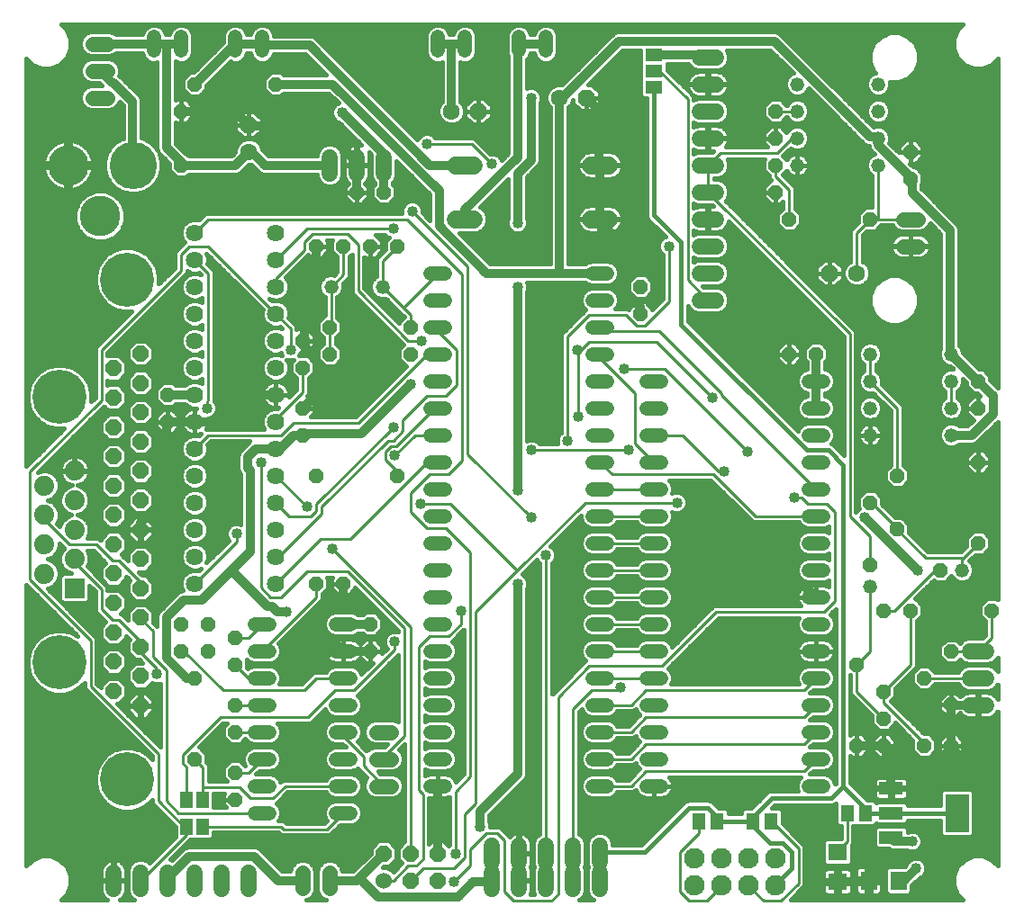
<source format=gtl>
G75*
%MOIN*%
%OFA0B0*%
%FSLAX24Y24*%
%IPPOS*%
%LPD*%
%AMOC8*
5,1,8,0,0,1.08239X$1,22.5*
%
%ADD10OC8,0.0520*%
%ADD11C,0.0520*%
%ADD12R,0.0630X0.0460*%
%ADD13C,0.0600*%
%ADD14C,0.0600*%
%ADD15OC8,0.0600*%
%ADD16C,0.0640*%
%ADD17C,0.2000*%
%ADD18C,0.1750*%
%ADD19C,0.1500*%
%ADD20C,0.0660*%
%ADD21OC8,0.0560*%
%ADD22C,0.0560*%
%ADD23OC8,0.0630*%
%ADD24C,0.0630*%
%ADD25C,0.0520*%
%ADD26C,0.0760*%
%ADD27R,0.0880X0.0480*%
%ADD28R,0.0866X0.1417*%
%ADD29R,0.0709X0.0630*%
%ADD30R,0.0630X0.0709*%
%ADD31R,0.0512X0.0591*%
%ADD32R,0.0740X0.0740*%
%ADD33C,0.0740*%
%ADD34R,0.0460X0.0630*%
%ADD35C,0.0320*%
%ADD36C,0.0400*%
%ADD37C,0.0160*%
%ADD38C,0.0100*%
%ADD39C,0.0180*%
D10*
X011363Y006180D03*
X012863Y005680D03*
X012863Y004680D03*
X012863Y007180D03*
X012863Y008180D03*
X011363Y009180D03*
X012863Y009680D03*
X012863Y010680D03*
X015863Y012680D03*
X016863Y012680D03*
X017863Y011180D03*
X017863Y010180D03*
X018863Y016680D03*
X015863Y016680D03*
X015363Y018180D03*
X015363Y019180D03*
X015363Y020680D03*
X016363Y021180D03*
X015363Y021680D03*
X016363Y022180D03*
X019363Y022180D03*
X019363Y021180D03*
X018863Y025180D03*
X017863Y025180D03*
X016863Y025180D03*
X015863Y025180D03*
X017363Y027180D03*
X018363Y027180D03*
X014363Y031180D03*
X011363Y031180D03*
X010863Y030180D03*
X010863Y028180D03*
X010363Y019680D03*
X010363Y018680D03*
X027863Y022680D03*
X027863Y023680D03*
X032863Y027180D03*
X032863Y028180D03*
X032863Y029180D03*
X032863Y030180D03*
X033363Y026180D03*
X036363Y026180D03*
X037863Y027680D03*
X037863Y028680D03*
X034363Y021180D03*
X033363Y021180D03*
X037363Y016670D03*
X036363Y015680D03*
X037363Y014690D03*
X036363Y013380D03*
X036863Y011680D03*
X037863Y011680D03*
X039363Y010170D03*
X038363Y009180D03*
X039363Y008190D03*
X039363Y006680D03*
X038363Y006680D03*
X036863Y006680D03*
X035863Y006680D03*
X036863Y007680D03*
X036863Y008680D03*
X035863Y009680D03*
X038963Y013180D03*
X040363Y014180D03*
X040863Y011680D03*
X040363Y017180D03*
X040363Y019180D03*
X040363Y020180D03*
D11*
X034623Y020180D02*
X034103Y020180D01*
X034103Y019180D02*
X034623Y019180D01*
X034623Y018180D02*
X034103Y018180D01*
X034103Y017180D02*
X034623Y017180D01*
X034623Y016180D02*
X034103Y016180D01*
X034103Y015180D02*
X034623Y015180D01*
X034623Y014180D02*
X034103Y014180D01*
X034103Y013180D02*
X034623Y013180D01*
X034623Y012180D02*
X034103Y012180D01*
X034103Y011180D02*
X034623Y011180D01*
X034623Y010180D02*
X034103Y010180D01*
X034103Y009180D02*
X034623Y009180D01*
X034623Y008180D02*
X034103Y008180D01*
X034103Y007180D02*
X034623Y007180D01*
X034623Y006180D02*
X034103Y006180D01*
X034103Y005180D02*
X034623Y005180D01*
X028623Y005180D02*
X028103Y005180D01*
X028103Y006180D02*
X028623Y006180D01*
X028623Y007180D02*
X028103Y007180D01*
X028103Y008180D02*
X028623Y008180D01*
X028623Y009180D02*
X028103Y009180D01*
X028103Y010180D02*
X028623Y010180D01*
X028623Y011180D02*
X028103Y011180D01*
X028103Y012180D02*
X028623Y012180D01*
X028623Y013180D02*
X028103Y013180D01*
X028103Y014180D02*
X028623Y014180D01*
X028623Y015180D02*
X028103Y015180D01*
X028103Y016180D02*
X028623Y016180D01*
X028623Y017180D02*
X028103Y017180D01*
X028103Y018180D02*
X028623Y018180D01*
X028623Y019180D02*
X028103Y019180D01*
X028103Y020180D02*
X028623Y020180D01*
X026623Y020180D02*
X026103Y020180D01*
X026103Y019180D02*
X026623Y019180D01*
X026623Y018180D02*
X026103Y018180D01*
X026103Y017180D02*
X026623Y017180D01*
X026623Y016180D02*
X026103Y016180D01*
X026103Y015180D02*
X026623Y015180D01*
X026623Y014180D02*
X026103Y014180D01*
X026103Y013180D02*
X026623Y013180D01*
X026623Y012180D02*
X026103Y012180D01*
X026103Y011180D02*
X026623Y011180D01*
X026623Y010180D02*
X026103Y010180D01*
X026103Y009180D02*
X026623Y009180D01*
X026623Y008180D02*
X026103Y008180D01*
X026103Y007180D02*
X026623Y007180D01*
X026623Y006180D02*
X026103Y006180D01*
X026103Y005180D02*
X026623Y005180D01*
X020623Y005180D02*
X020103Y005180D01*
X020103Y006180D02*
X020623Y006180D01*
X020623Y007180D02*
X020103Y007180D01*
X020103Y008180D02*
X020623Y008180D01*
X020623Y009180D02*
X020103Y009180D01*
X020103Y010180D02*
X020623Y010180D01*
X020623Y011180D02*
X020103Y011180D01*
X020103Y012180D02*
X020623Y012180D01*
X020623Y013180D02*
X020103Y013180D01*
X020103Y014180D02*
X020623Y014180D01*
X020623Y015180D02*
X020103Y015180D01*
X020103Y016180D02*
X020623Y016180D01*
X020623Y017180D02*
X020103Y017180D01*
X020103Y018180D02*
X020623Y018180D01*
X020623Y019180D02*
X020103Y019180D01*
X020103Y020180D02*
X020623Y020180D01*
X020623Y021180D02*
X020103Y021180D01*
X020103Y022180D02*
X020623Y022180D01*
X020623Y023180D02*
X020103Y023180D01*
X020103Y024180D02*
X020623Y024180D01*
X026103Y024180D02*
X026623Y024180D01*
X026623Y023180D02*
X026103Y023180D01*
X026103Y022180D02*
X026623Y022180D01*
X026623Y021180D02*
X026103Y021180D01*
X017123Y011180D02*
X016603Y011180D01*
X016603Y010180D02*
X017123Y010180D01*
X017123Y009180D02*
X016603Y009180D01*
X016603Y008180D02*
X017123Y008180D01*
X017123Y007180D02*
X016603Y007180D01*
X016603Y006180D02*
X017123Y006180D01*
X017123Y005180D02*
X016603Y005180D01*
X016603Y004180D02*
X017123Y004180D01*
X014123Y004180D02*
X013603Y004180D01*
X013603Y005180D02*
X014123Y005180D01*
X014123Y006180D02*
X013603Y006180D01*
X013603Y007180D02*
X014123Y007180D01*
X014123Y008180D02*
X013603Y008180D01*
X013603Y009180D02*
X014123Y009180D01*
X014123Y010180D02*
X013603Y010180D01*
X013603Y011180D02*
X014123Y011180D01*
X013863Y032420D02*
X013863Y032940D01*
X012863Y032940D02*
X012863Y032420D01*
X010863Y032420D02*
X010863Y032940D01*
X009863Y032940D02*
X009863Y032420D01*
X020363Y032420D02*
X020363Y032940D01*
X021363Y032940D02*
X021363Y032420D01*
X023363Y032420D02*
X023363Y032940D01*
X024363Y032940D02*
X024363Y032420D01*
D12*
X028363Y032280D03*
X028363Y031680D03*
X028363Y031080D03*
D13*
X030063Y031180D02*
X030663Y031180D01*
X030663Y030180D02*
X030063Y030180D01*
X030063Y029180D02*
X030663Y029180D01*
X030663Y028180D02*
X030063Y028180D01*
X030063Y027180D02*
X030663Y027180D01*
X030663Y026180D02*
X030063Y026180D01*
X030063Y025180D02*
X030663Y025180D01*
X030663Y024180D02*
X030063Y024180D01*
X030063Y023180D02*
X030663Y023180D01*
X030663Y032180D02*
X030063Y032180D01*
X018363Y028480D02*
X018363Y027880D01*
X017363Y027880D02*
X017363Y028480D01*
X016363Y028480D02*
X016363Y027880D01*
X040063Y010180D02*
X040663Y010180D01*
X040663Y009180D02*
X040063Y009180D01*
X040063Y008180D02*
X040663Y008180D01*
X026363Y002980D02*
X026363Y002380D01*
X026363Y001980D02*
X026363Y001380D01*
X025363Y001380D02*
X025363Y001980D01*
X025363Y002380D02*
X025363Y002980D01*
X024363Y002980D02*
X024363Y002380D01*
X024363Y001980D02*
X024363Y001380D01*
X023363Y001380D02*
X023363Y001980D01*
X023363Y002380D02*
X023363Y002980D01*
X022363Y002980D02*
X022363Y002380D01*
X022363Y001980D02*
X022363Y001380D01*
X013363Y001380D02*
X013363Y001980D01*
X012363Y001980D02*
X012363Y001380D01*
X011363Y001380D02*
X011363Y001980D01*
X010363Y001980D02*
X010363Y001380D01*
X009363Y001380D02*
X009363Y001980D01*
X008363Y001980D02*
X008363Y001380D01*
D14*
X018363Y001680D03*
D15*
X018363Y002680D03*
X019363Y002680D03*
X020363Y002680D03*
X020363Y001680D03*
X019363Y001680D03*
X009363Y008160D03*
X009363Y009250D03*
X008363Y009790D03*
X008363Y008700D03*
X009363Y010330D03*
X009363Y011420D03*
X009363Y012510D03*
X009363Y013590D03*
X009363Y014680D03*
X009363Y015770D03*
X008363Y016310D03*
X008363Y015220D03*
X008363Y014140D03*
X008363Y013050D03*
X008363Y011960D03*
X008363Y010880D03*
X009363Y016850D03*
X009363Y017940D03*
X009363Y019030D03*
X009363Y020110D03*
X009363Y021200D03*
X008363Y020660D03*
X008363Y019570D03*
X008363Y018480D03*
X008363Y017400D03*
D16*
X011363Y017680D03*
X011363Y016680D03*
X011363Y015680D03*
X011363Y014680D03*
X011363Y013680D03*
X011363Y012680D03*
X014363Y012680D03*
X014363Y013680D03*
X014363Y014680D03*
X014363Y015680D03*
X014363Y016680D03*
X014363Y017680D03*
X014363Y018680D03*
X014363Y019680D03*
X014363Y020680D03*
X014363Y021680D03*
X014363Y022680D03*
X014363Y023680D03*
X014363Y024680D03*
X014363Y025680D03*
X011363Y025680D03*
X011363Y024680D03*
X011363Y023680D03*
X011363Y022680D03*
X011363Y021680D03*
X011363Y020680D03*
X011363Y019680D03*
X011363Y018680D03*
D17*
X006363Y019601D03*
X008863Y023940D03*
X006363Y009759D03*
X008863Y005420D03*
D18*
X009084Y028180D03*
D19*
X007863Y026290D03*
X006682Y028180D03*
D20*
X021033Y028180D02*
X021693Y028180D01*
X021693Y026180D02*
X021033Y026180D01*
X026033Y026180D02*
X026693Y026180D01*
X026693Y028180D02*
X026033Y028180D01*
D21*
X011863Y011180D03*
X010863Y011180D03*
X010863Y010180D03*
X011863Y010180D03*
D22*
X018083Y007180D02*
X018643Y007180D01*
X018643Y006180D02*
X018083Y006180D01*
X018083Y005180D02*
X018643Y005180D01*
X016363Y001960D02*
X016363Y001400D01*
X015363Y001400D02*
X015363Y001960D01*
X037583Y025180D02*
X038143Y025180D01*
X038143Y026180D02*
X037583Y026180D01*
X008143Y030680D02*
X007583Y030680D01*
X007583Y031680D02*
X008143Y031680D01*
X008143Y032680D02*
X007583Y032680D01*
D23*
X013363Y029680D03*
X021863Y030180D03*
X025863Y030680D03*
X034863Y024180D03*
D24*
X035863Y024180D03*
X024863Y030680D03*
X020863Y030180D03*
X013363Y028680D03*
D25*
X016413Y023680D03*
X018313Y023680D03*
X033663Y028180D03*
X033663Y029180D03*
X033663Y030180D03*
X033663Y031180D03*
X036663Y031180D03*
X036663Y030180D03*
X036663Y029180D03*
X036663Y028180D03*
X036363Y021180D03*
X036363Y020180D03*
X036363Y019180D03*
X036363Y018180D03*
X039363Y018180D03*
X039363Y019180D03*
X039363Y020180D03*
X039363Y021180D03*
X039763Y013180D03*
X036363Y012580D03*
D26*
X032863Y002498D03*
X031863Y002498D03*
X030863Y002498D03*
X029863Y002498D03*
X029863Y001498D03*
X030863Y001498D03*
X031863Y001498D03*
X032863Y001498D03*
D27*
X037143Y003270D03*
X037143Y004180D03*
X037143Y005090D03*
D28*
X039583Y004180D03*
D29*
X035163Y002731D03*
X035163Y001629D03*
D30*
X036312Y001680D03*
X037414Y001680D03*
D31*
X036198Y004180D03*
X035529Y004180D03*
X032698Y003880D03*
X032029Y003880D03*
X030698Y003880D03*
X030029Y003880D03*
D32*
X006922Y012499D03*
D33*
X006922Y013589D03*
X006922Y014680D03*
X006922Y015771D03*
X005804Y016314D03*
X005804Y015223D03*
X005804Y014137D03*
X005804Y013046D03*
X006922Y016861D03*
D34*
X011063Y004680D03*
X011663Y004680D03*
X011663Y003680D03*
X011063Y003680D03*
D35*
X011163Y002580D02*
X010363Y001780D01*
X010363Y001680D01*
X011163Y002580D02*
X013563Y002580D01*
X014463Y001680D01*
X015363Y001680D01*
X016363Y001680D02*
X017363Y001680D01*
X017463Y001780D01*
X018163Y001080D01*
X021113Y001080D01*
X021663Y001630D01*
X022213Y001630D01*
X022363Y001680D01*
X022363Y002680D01*
X023363Y002680D02*
X023363Y001680D01*
X021913Y003680D02*
X021913Y004230D01*
X023313Y005630D01*
X023313Y012680D01*
X023313Y016130D02*
X023313Y023680D01*
X022163Y024180D02*
X024863Y024180D01*
X024863Y030680D01*
X025013Y030730D01*
X027063Y032780D01*
X032813Y032780D01*
X036363Y029230D01*
X036513Y029230D01*
X036663Y029180D01*
X036663Y028930D01*
X037863Y027730D01*
X037863Y027680D01*
X037913Y027530D01*
X037913Y027180D01*
X039313Y025780D01*
X039313Y021330D01*
X039363Y021180D01*
X040363Y020180D01*
X040913Y019630D01*
X040913Y018980D01*
X040113Y018180D01*
X039363Y018180D01*
X036163Y015130D02*
X038113Y013180D01*
X034363Y012180D02*
X030463Y016080D01*
X030463Y016330D01*
X034363Y019180D02*
X034363Y020180D01*
X034363Y021180D01*
X027863Y022680D02*
X027863Y022930D01*
X027163Y023630D01*
X027163Y025280D01*
X026413Y026030D01*
X026363Y026180D01*
X026363Y028180D01*
X026313Y028330D01*
X026313Y030230D01*
X025863Y030680D01*
X023813Y030680D02*
X023813Y028380D01*
X023313Y027880D01*
X023313Y026030D01*
X021363Y026180D02*
X021363Y026530D01*
X023313Y028480D01*
X023313Y032530D01*
X023363Y032680D01*
X024363Y032680D01*
X021363Y032680D02*
X020863Y032680D01*
X020863Y030180D01*
X021363Y028180D02*
X020063Y028180D01*
X015613Y032630D01*
X014013Y032630D01*
X013863Y032680D01*
X012863Y032680D01*
X011363Y031180D01*
X010863Y030180D02*
X012863Y030180D01*
X013363Y029680D01*
X013513Y029630D01*
X016013Y029630D01*
X017313Y028330D01*
X017363Y028180D01*
X017363Y027180D01*
X018363Y027180D02*
X018363Y028180D01*
X018313Y028330D01*
X018313Y028630D01*
X016813Y030130D01*
X016463Y031180D02*
X020413Y027230D01*
X020413Y025930D01*
X022163Y024180D01*
X024863Y024180D02*
X026363Y024180D01*
X019363Y020080D02*
X017513Y018230D01*
X015513Y018230D01*
X015363Y018180D01*
X015013Y018180D01*
X014513Y017680D01*
X014363Y017680D01*
X013613Y017680D01*
X013313Y017380D01*
X013313Y016980D01*
X013413Y016880D01*
X013413Y013880D01*
X012713Y013180D01*
X014063Y011830D01*
X014213Y011830D01*
X014413Y011630D01*
X014763Y011630D01*
X016063Y011380D02*
X016063Y010980D01*
X016863Y010180D01*
X016513Y010330D01*
X015263Y009080D01*
X016863Y010180D02*
X017863Y010180D01*
X017863Y011180D02*
X016863Y011180D01*
X016063Y011380D02*
X016863Y012180D01*
X016863Y012680D01*
X012713Y013180D02*
X011613Y012080D01*
X010963Y012080D01*
X010313Y011430D01*
X010313Y009930D01*
X011063Y009180D01*
X011363Y009180D01*
X014813Y003930D02*
X016063Y003930D01*
X017463Y001780D02*
X018363Y002680D01*
X020363Y002680D02*
X020363Y005180D01*
X009363Y014680D02*
X009363Y014930D01*
X010313Y015880D01*
X010313Y018530D01*
X010363Y018680D01*
X011363Y018680D01*
X012013Y018680D01*
X013013Y019680D01*
X014363Y019680D01*
X015363Y019180D02*
X015913Y019730D01*
X015913Y020880D01*
X015813Y020980D01*
X015813Y021080D01*
X015363Y021530D01*
X015363Y021680D01*
X015413Y021830D01*
X015413Y021980D01*
X015863Y022430D01*
X015863Y025180D01*
X016363Y028180D02*
X013963Y028180D01*
X013513Y028630D01*
X013363Y028680D01*
X012863Y028180D01*
X010863Y028180D01*
X010813Y028330D01*
X010313Y028830D01*
X010313Y032680D01*
X009863Y032680D01*
X007863Y032680D01*
X007863Y031680D02*
X008313Y031230D01*
X008363Y031230D01*
X009063Y030530D01*
X009063Y028180D01*
X009084Y028180D01*
X010313Y032680D02*
X010863Y032680D01*
X014363Y031180D02*
X016463Y031180D01*
X020363Y032680D02*
X020863Y032680D01*
X028363Y032280D02*
X030263Y032280D01*
X030363Y032180D01*
X011363Y019680D02*
X010363Y019680D01*
X035163Y001630D02*
X035163Y001629D01*
X035163Y001630D02*
X036213Y001630D01*
X036263Y001680D01*
X036312Y001680D01*
X036413Y001780D01*
X037263Y002630D01*
X039563Y002630D01*
X040313Y003380D01*
X040313Y005630D01*
X039413Y006530D01*
X039363Y006680D01*
X039263Y006480D01*
X038913Y006130D01*
X037113Y006130D01*
X037113Y005130D01*
X037143Y005090D01*
X037113Y006130D02*
X037113Y006430D01*
X036863Y006680D01*
X035863Y006680D01*
X039363Y006680D02*
X039363Y008190D01*
X039513Y008180D01*
X040363Y008180D01*
X037913Y003130D02*
X037263Y003130D01*
X037163Y003230D01*
X037143Y003270D01*
X038063Y002130D02*
X037613Y001680D01*
X037414Y001680D01*
D36*
X038063Y002130D03*
X037913Y003130D03*
X027113Y008830D03*
X023313Y012680D03*
X024363Y013730D03*
X023813Y015130D03*
X023313Y016130D03*
X023813Y017630D03*
X025163Y017980D03*
X025563Y018880D03*
X027413Y017630D03*
X029213Y015680D03*
X030463Y016330D03*
X030963Y016830D03*
X031813Y017580D03*
X030513Y019580D03*
X027263Y020630D03*
X025513Y021330D03*
X023313Y023680D03*
X023313Y026030D03*
X022363Y028230D03*
X019963Y028980D03*
X019413Y026480D03*
X018713Y025830D03*
X019763Y021680D03*
X019363Y020080D03*
X018713Y018480D03*
X018763Y017430D03*
X019713Y015630D03*
X016463Y013980D03*
X015513Y015530D03*
X013813Y017180D03*
X011813Y019180D03*
X014913Y021330D03*
X012913Y014530D03*
X014763Y011630D03*
X015263Y009080D03*
X018763Y010530D03*
X021213Y011680D03*
X016063Y003930D03*
X014813Y003930D03*
X021013Y002680D03*
X020963Y001630D03*
X021913Y003680D03*
X009963Y009330D03*
X028913Y025180D03*
X023813Y030680D03*
X016813Y030130D03*
X033563Y015880D03*
X036163Y015130D03*
X038113Y013180D03*
D37*
X005143Y012625D02*
X005143Y002240D01*
X005351Y002447D01*
X005683Y002585D01*
X006043Y002585D01*
X006376Y002447D01*
X006630Y002193D01*
X006768Y001860D01*
X006768Y001500D01*
X006630Y001167D01*
X006423Y000960D01*
X008130Y000960D01*
X008112Y000969D01*
X008051Y001014D01*
X007997Y001067D01*
X007953Y001128D01*
X007918Y001196D01*
X007895Y001268D01*
X007883Y001342D01*
X007883Y001660D01*
X008343Y001660D01*
X008343Y001700D01*
X007883Y001700D01*
X007883Y002018D01*
X007895Y002092D01*
X007918Y002164D01*
X007953Y002232D01*
X007997Y002293D01*
X008051Y002346D01*
X008112Y002391D01*
X008179Y002425D01*
X008251Y002448D01*
X008325Y002460D01*
X008343Y002460D01*
X008343Y001700D01*
X008383Y001700D01*
X008383Y002460D01*
X008401Y002460D01*
X008476Y002448D01*
X008547Y002425D01*
X008615Y002391D01*
X008676Y002346D01*
X008729Y002293D01*
X008774Y002232D01*
X008808Y002164D01*
X008831Y002092D01*
X008843Y002018D01*
X008843Y001700D01*
X008383Y001700D01*
X008383Y001660D01*
X008843Y001660D01*
X008843Y001342D01*
X008831Y001268D01*
X008808Y001196D01*
X008774Y001128D01*
X008729Y001067D01*
X008676Y001014D01*
X008615Y000969D01*
X008596Y000960D01*
X009123Y000960D01*
X009091Y000973D01*
X008956Y001108D01*
X008883Y001285D01*
X008883Y002075D01*
X008956Y002252D01*
X009091Y002387D01*
X009268Y002460D01*
X009459Y002460D01*
X009635Y002387D01*
X009690Y002332D01*
X010653Y003295D01*
X010653Y003665D01*
X009918Y004400D01*
X009783Y004535D01*
X009783Y004671D01*
X009588Y004476D01*
X009319Y004320D01*
X009019Y004240D01*
X008708Y004240D01*
X008408Y004320D01*
X008139Y004476D01*
X007919Y004695D01*
X007764Y004965D01*
X007683Y005265D01*
X007683Y005575D01*
X007764Y005875D01*
X007919Y006145D01*
X008139Y006364D01*
X008408Y006520D01*
X008708Y006600D01*
X009019Y006600D01*
X009319Y006520D01*
X009588Y006364D01*
X009783Y006169D01*
X009783Y006285D01*
X007418Y008650D01*
X007283Y008785D01*
X007283Y009010D01*
X007088Y008815D01*
X006819Y008659D01*
X006519Y008579D01*
X006208Y008579D01*
X005908Y008659D01*
X005639Y008815D01*
X005419Y009034D01*
X005264Y009303D01*
X005183Y009603D01*
X005183Y009914D01*
X005264Y010214D01*
X005419Y010483D01*
X005639Y010703D01*
X005908Y010858D01*
X006208Y010939D01*
X006519Y010939D01*
X006819Y010858D01*
X007034Y010734D01*
X005168Y012600D01*
X005143Y012625D01*
X005143Y012568D02*
X005200Y012568D01*
X005143Y012409D02*
X005359Y012409D01*
X005517Y012251D02*
X005143Y012251D01*
X005143Y012092D02*
X005676Y012092D01*
X005834Y011934D02*
X005143Y011934D01*
X005143Y011775D02*
X005993Y011775D01*
X006151Y011617D02*
X005143Y011617D01*
X005143Y011458D02*
X006310Y011458D01*
X006468Y011300D02*
X005143Y011300D01*
X005143Y011141D02*
X006627Y011141D01*
X006785Y010983D02*
X005143Y010983D01*
X005143Y010824D02*
X005848Y010824D01*
X005601Y010666D02*
X005143Y010666D01*
X005143Y010507D02*
X005443Y010507D01*
X005341Y010349D02*
X005143Y010349D01*
X005143Y010190D02*
X005257Y010190D01*
X005215Y010032D02*
X005143Y010032D01*
X005143Y009873D02*
X005183Y009873D01*
X005183Y009715D02*
X005143Y009715D01*
X005143Y009556D02*
X005196Y009556D01*
X005238Y009398D02*
X005143Y009398D01*
X005143Y009239D02*
X005301Y009239D01*
X005392Y009081D02*
X005143Y009081D01*
X005143Y008922D02*
X005531Y008922D01*
X005727Y008764D02*
X005143Y008764D01*
X005143Y008605D02*
X006110Y008605D01*
X006617Y008605D02*
X007463Y008605D01*
X007621Y008447D02*
X005143Y008447D01*
X005143Y008288D02*
X007780Y008288D01*
X007938Y008130D02*
X005143Y008130D01*
X005143Y007971D02*
X008097Y007971D01*
X008255Y007813D02*
X005143Y007813D01*
X005143Y007654D02*
X008414Y007654D01*
X008572Y007496D02*
X005143Y007496D01*
X005143Y007337D02*
X008731Y007337D01*
X008889Y007179D02*
X005143Y007179D01*
X005143Y007020D02*
X009048Y007020D01*
X009206Y006862D02*
X005143Y006862D01*
X005143Y006703D02*
X009365Y006703D01*
X009226Y006545D02*
X009523Y006545D01*
X009550Y006386D02*
X009682Y006386D01*
X009724Y006228D02*
X009783Y006228D01*
X010083Y006635D02*
X008498Y008220D01*
X008562Y008220D01*
X008843Y008501D01*
X008843Y008899D01*
X008562Y009180D01*
X008164Y009180D01*
X007883Y008899D01*
X007883Y008835D01*
X007743Y008975D01*
X007743Y010675D01*
X005920Y012499D01*
X006116Y012580D01*
X006270Y012735D01*
X006354Y012937D01*
X006354Y013156D01*
X006270Y013358D01*
X006116Y013512D01*
X005925Y013591D01*
X006116Y013670D01*
X006270Y013825D01*
X006354Y014027D01*
X006354Y014164D01*
X006483Y014035D01*
X006536Y013981D01*
X006456Y013901D01*
X006372Y013699D01*
X006372Y013480D01*
X006456Y013278D01*
X006611Y013123D01*
X006790Y013049D01*
X006478Y013049D01*
X006372Y012943D01*
X006372Y012054D01*
X006478Y011949D01*
X007367Y011949D01*
X007472Y012054D01*
X007472Y012596D01*
X007683Y012385D01*
X007683Y011635D01*
X008061Y011257D01*
X007883Y011079D01*
X007883Y010681D01*
X008164Y010400D01*
X008562Y010400D01*
X008843Y010681D01*
X008843Y010725D01*
X008961Y010607D01*
X008883Y010529D01*
X008883Y010131D01*
X009164Y009850D01*
X009318Y009850D01*
X009438Y009730D01*
X009164Y009730D01*
X008883Y009449D01*
X008883Y009051D01*
X009164Y008770D01*
X009562Y008770D01*
X009785Y008993D01*
X009888Y008950D01*
X010039Y008950D01*
X010083Y008968D01*
X010083Y006635D01*
X010083Y006703D02*
X010015Y006703D01*
X010083Y006862D02*
X009857Y006862D01*
X009698Y007020D02*
X010083Y007020D01*
X010083Y007179D02*
X009540Y007179D01*
X009381Y007337D02*
X010083Y007337D01*
X010083Y007496D02*
X009223Y007496D01*
X009164Y007680D02*
X008883Y007961D01*
X008883Y008140D01*
X009343Y008140D01*
X009343Y008180D01*
X008883Y008180D01*
X008883Y008359D01*
X009164Y008640D01*
X009343Y008640D01*
X009343Y008180D01*
X009383Y008180D01*
X009383Y008640D01*
X009562Y008640D01*
X009843Y008359D01*
X009843Y008180D01*
X009383Y008180D01*
X009383Y008140D01*
X009383Y007680D01*
X009562Y007680D01*
X009843Y007961D01*
X009843Y008140D01*
X009383Y008140D01*
X009343Y008140D01*
X009343Y007680D01*
X009164Y007680D01*
X009064Y007654D02*
X010083Y007654D01*
X010083Y007813D02*
X009695Y007813D01*
X009843Y007971D02*
X010083Y007971D01*
X010083Y008130D02*
X009843Y008130D01*
X009843Y008288D02*
X010083Y008288D01*
X010083Y008447D02*
X009756Y008447D01*
X009597Y008605D02*
X010083Y008605D01*
X010083Y008764D02*
X008843Y008764D01*
X008843Y008605D02*
X009129Y008605D01*
X009343Y008605D02*
X009383Y008605D01*
X009383Y008447D02*
X009343Y008447D01*
X009343Y008288D02*
X009383Y008288D01*
X009383Y008130D02*
X009343Y008130D01*
X009343Y007971D02*
X009383Y007971D01*
X009383Y007813D02*
X009343Y007813D01*
X009032Y007813D02*
X008906Y007813D01*
X008883Y007971D02*
X008747Y007971D01*
X008883Y008130D02*
X008589Y008130D01*
X008630Y008288D02*
X008883Y008288D01*
X008971Y008447D02*
X008789Y008447D01*
X008820Y008922D02*
X009012Y008922D01*
X008883Y009081D02*
X008662Y009081D01*
X008562Y009310D02*
X008164Y009310D01*
X007883Y009591D01*
X007883Y009989D01*
X008164Y010270D01*
X008562Y010270D01*
X008843Y009989D01*
X008843Y009591D01*
X008562Y009310D01*
X008650Y009398D02*
X008883Y009398D01*
X008883Y009239D02*
X007743Y009239D01*
X007743Y009081D02*
X008065Y009081D01*
X007906Y008922D02*
X007796Y008922D01*
X007283Y008922D02*
X007195Y008922D01*
X007304Y008764D02*
X006999Y008764D01*
X007743Y009398D02*
X008077Y009398D01*
X007918Y009556D02*
X007743Y009556D01*
X007743Y009715D02*
X007883Y009715D01*
X007883Y009873D02*
X007743Y009873D01*
X007743Y010032D02*
X007926Y010032D01*
X008084Y010190D02*
X007743Y010190D01*
X007743Y010349D02*
X008883Y010349D01*
X008883Y010507D02*
X008669Y010507D01*
X008828Y010666D02*
X008902Y010666D01*
X008883Y011335D02*
X008793Y011425D01*
X008658Y011560D01*
X008642Y011560D01*
X008843Y011761D01*
X008843Y012159D01*
X008562Y012440D01*
X008164Y012440D01*
X008143Y012419D01*
X008143Y012575D01*
X008008Y012710D01*
X007404Y013315D01*
X007472Y013480D01*
X007472Y013699D01*
X007389Y013900D01*
X007618Y013900D01*
X008076Y013442D01*
X007883Y013249D01*
X007883Y012851D01*
X008164Y012570D01*
X008562Y012570D01*
X008843Y012851D01*
X008843Y012925D01*
X008971Y012797D01*
X008883Y012709D01*
X008883Y012311D01*
X009164Y012030D01*
X009562Y012030D01*
X009843Y012311D01*
X009843Y012709D01*
X009562Y012990D01*
X009428Y012990D01*
X009308Y013110D01*
X009562Y013110D01*
X009843Y013391D01*
X009843Y013789D01*
X009562Y014070D01*
X009164Y014070D01*
X008883Y013789D01*
X008883Y013535D01*
X008660Y013758D01*
X008843Y013941D01*
X008843Y014339D01*
X008562Y014620D01*
X008164Y014620D01*
X007883Y014339D01*
X007883Y014285D01*
X007808Y014360D01*
X007380Y014360D01*
X007389Y014368D01*
X007472Y014571D01*
X007472Y014789D01*
X007389Y014992D01*
X007234Y015146D01*
X007043Y015225D01*
X007234Y015304D01*
X007389Y015459D01*
X007472Y015661D01*
X007472Y015880D01*
X007389Y016082D01*
X007234Y016237D01*
X007032Y016321D01*
X007025Y016321D01*
X007051Y016325D01*
X007133Y016351D01*
X007211Y016391D01*
X007281Y016442D01*
X007342Y016503D01*
X007393Y016573D01*
X007432Y016650D01*
X007459Y016732D01*
X007472Y016818D01*
X007472Y016841D01*
X006942Y016841D01*
X006942Y016881D01*
X006902Y016881D01*
X006902Y016841D01*
X006372Y016841D01*
X006372Y016818D01*
X006386Y016732D01*
X006413Y016650D01*
X006452Y016573D01*
X006503Y016503D01*
X006564Y016442D01*
X006634Y016391D01*
X006711Y016351D01*
X006793Y016325D01*
X006819Y016321D01*
X006813Y016321D01*
X006611Y016237D01*
X006456Y016082D01*
X006372Y015880D01*
X006372Y015661D01*
X006456Y015459D01*
X006611Y015304D01*
X006801Y015225D01*
X006611Y015146D01*
X006456Y014992D01*
X006374Y014794D01*
X006264Y014905D01*
X006270Y014912D01*
X006354Y015114D01*
X006354Y015333D01*
X006270Y015535D01*
X006116Y015690D01*
X005925Y015769D01*
X006116Y015848D01*
X006270Y016002D01*
X006354Y016204D01*
X006354Y016423D01*
X006270Y016625D01*
X006116Y016780D01*
X005914Y016864D01*
X005695Y016864D01*
X005571Y016813D01*
X008006Y019248D01*
X008164Y019090D01*
X008562Y019090D01*
X008843Y019371D01*
X008843Y019769D01*
X008562Y020050D01*
X008164Y020050D01*
X008143Y020029D01*
X008143Y020201D01*
X008164Y020180D01*
X008562Y020180D01*
X008843Y020461D01*
X008843Y020859D01*
X008562Y021140D01*
X008164Y021140D01*
X008143Y021119D01*
X008143Y021235D01*
X010958Y024050D01*
X011093Y024185D01*
X011093Y024251D01*
X011264Y024180D01*
X011080Y024104D01*
X010939Y023963D01*
X010863Y023779D01*
X010863Y023581D01*
X010939Y023397D01*
X011080Y023256D01*
X011264Y023180D01*
X011080Y023104D01*
X010939Y022963D01*
X010863Y022779D01*
X010863Y022581D01*
X010939Y022397D01*
X011080Y022256D01*
X011264Y022180D01*
X011080Y022104D01*
X010939Y021963D01*
X010863Y021779D01*
X010863Y021581D01*
X010939Y021397D01*
X011080Y021256D01*
X011264Y021180D01*
X011080Y021104D01*
X010939Y020963D01*
X010863Y020779D01*
X010863Y020581D01*
X010939Y020397D01*
X011080Y020256D01*
X011264Y020180D01*
X011080Y020104D01*
X010996Y020020D01*
X010645Y020020D01*
X010545Y020120D01*
X010181Y020120D01*
X009923Y019862D01*
X009923Y019498D01*
X010181Y019240D01*
X010545Y019240D01*
X010645Y019340D01*
X010996Y019340D01*
X011080Y019256D01*
X011264Y019180D01*
X011433Y019180D01*
X011433Y019175D01*
X011403Y019180D01*
X011363Y019180D01*
X011324Y019180D01*
X011246Y019168D01*
X011171Y019143D01*
X011101Y019108D01*
X011038Y019061D01*
X010982Y019006D01*
X010936Y018942D01*
X010900Y018872D01*
X010876Y018797D01*
X010863Y018719D01*
X010863Y018680D01*
X010863Y018641D01*
X010876Y018563D01*
X010900Y018488D01*
X010936Y018418D01*
X010982Y018354D01*
X011038Y018299D01*
X011101Y018252D01*
X011171Y018217D01*
X011246Y018192D01*
X011324Y018180D01*
X011363Y018180D01*
X011363Y018680D01*
X010863Y018680D01*
X011363Y018680D01*
X011363Y018680D01*
X011363Y018680D01*
X011363Y019180D01*
X011363Y018680D01*
X011363Y018680D01*
X011363Y018180D01*
X011403Y018180D01*
X011480Y018192D01*
X011555Y018217D01*
X011595Y018237D01*
X011516Y018158D01*
X011463Y018180D01*
X011264Y018180D01*
X011080Y018104D01*
X010939Y017963D01*
X010863Y017779D01*
X010863Y017581D01*
X010939Y017397D01*
X011080Y017256D01*
X011264Y017180D01*
X011080Y017104D01*
X010939Y016963D01*
X010863Y016779D01*
X010863Y016581D01*
X010939Y016397D01*
X011080Y016256D01*
X011264Y016180D01*
X011080Y016104D01*
X010939Y015963D01*
X010863Y015779D01*
X010863Y015581D01*
X010939Y015397D01*
X011080Y015256D01*
X011264Y015180D01*
X011080Y015104D01*
X010939Y014963D01*
X010863Y014779D01*
X010863Y014581D01*
X010939Y014397D01*
X011080Y014256D01*
X011264Y014180D01*
X011463Y014180D01*
X011646Y014256D01*
X011787Y014397D01*
X011863Y014581D01*
X011863Y014779D01*
X011787Y014963D01*
X011646Y015104D01*
X011463Y015180D01*
X011264Y015180D01*
X011463Y015180D01*
X011646Y015256D01*
X011787Y015397D01*
X011863Y015581D01*
X011863Y015779D01*
X011787Y015963D01*
X011646Y016104D01*
X011463Y016180D01*
X011264Y016180D01*
X011463Y016180D01*
X011646Y016256D01*
X011787Y016397D01*
X011863Y016581D01*
X011863Y016779D01*
X011787Y016963D01*
X011646Y017104D01*
X011463Y017180D01*
X011264Y017180D01*
X011463Y017180D01*
X011646Y017256D01*
X011787Y017397D01*
X011863Y017581D01*
X011863Y017779D01*
X011841Y017833D01*
X011958Y017950D01*
X013402Y017950D01*
X013325Y017873D01*
X013325Y017873D01*
X013121Y017668D01*
X013121Y017668D01*
X013025Y017573D01*
X012973Y017448D01*
X012973Y016912D01*
X013025Y016787D01*
X013073Y016739D01*
X013073Y014875D01*
X012989Y014910D01*
X012838Y014910D01*
X012698Y014852D01*
X012591Y014745D01*
X012533Y014606D01*
X012533Y014454D01*
X012591Y014315D01*
X012632Y014274D01*
X011810Y013452D01*
X011863Y013581D01*
X011863Y013779D01*
X011787Y013963D01*
X011646Y014104D01*
X011463Y014180D01*
X011264Y014180D01*
X011080Y014104D01*
X010939Y013963D01*
X010863Y013779D01*
X010863Y013581D01*
X010939Y013397D01*
X011080Y013256D01*
X011264Y013180D01*
X011080Y013104D01*
X010939Y012963D01*
X010863Y012779D01*
X010863Y012581D01*
X010930Y012420D01*
X010896Y012420D01*
X010771Y012368D01*
X010675Y012273D01*
X010025Y011623D01*
X009973Y011498D01*
X009973Y011095D01*
X009843Y011225D01*
X009843Y011619D01*
X009562Y011900D01*
X009164Y011900D01*
X008883Y011619D01*
X008883Y011335D01*
X008883Y011458D02*
X008760Y011458D01*
X008793Y011425D02*
X008793Y011425D01*
X008883Y011617D02*
X008699Y011617D01*
X008843Y011775D02*
X009039Y011775D01*
X008843Y011934D02*
X010336Y011934D01*
X010494Y012092D02*
X009624Y012092D01*
X009783Y012251D02*
X010653Y012251D01*
X010869Y012409D02*
X009843Y012409D01*
X009843Y012568D02*
X010869Y012568D01*
X010863Y012726D02*
X009826Y012726D01*
X009668Y012885D02*
X010907Y012885D01*
X011019Y013043D02*
X009375Y013043D01*
X009654Y013202D02*
X011212Y013202D01*
X011264Y013180D02*
X011463Y013180D01*
X011264Y013180D01*
X011463Y013180D02*
X011516Y013158D01*
X011591Y013233D01*
X011463Y013180D01*
X011515Y013202D02*
X011559Y013202D01*
X011838Y013519D02*
X011876Y013519D01*
X011863Y013677D02*
X012035Y013677D01*
X012193Y013836D02*
X011840Y013836D01*
X011756Y013994D02*
X012352Y013994D01*
X012510Y014153D02*
X011529Y014153D01*
X011701Y014311D02*
X012595Y014311D01*
X012533Y014470D02*
X011817Y014470D01*
X011863Y014628D02*
X012543Y014628D01*
X012632Y014787D02*
X011860Y014787D01*
X011795Y014945D02*
X013073Y014945D01*
X013073Y015104D02*
X011647Y015104D01*
X011652Y015262D02*
X013073Y015262D01*
X013073Y015421D02*
X011797Y015421D01*
X011863Y015579D02*
X013073Y015579D01*
X013073Y015738D02*
X011863Y015738D01*
X011815Y015896D02*
X013073Y015896D01*
X013073Y016055D02*
X011696Y016055D01*
X011542Y016213D02*
X013073Y016213D01*
X013073Y016372D02*
X011762Y016372D01*
X011842Y016530D02*
X013073Y016530D01*
X013073Y016689D02*
X011863Y016689D01*
X011835Y016847D02*
X013000Y016847D01*
X012973Y017006D02*
X011745Y017006D01*
X011501Y017164D02*
X012973Y017164D01*
X012973Y017323D02*
X011713Y017323D01*
X011822Y017481D02*
X012987Y017481D01*
X013092Y017640D02*
X011863Y017640D01*
X011856Y017798D02*
X013250Y017798D01*
X013934Y018410D02*
X011785Y018410D01*
X011791Y018418D01*
X011827Y018488D01*
X011851Y018563D01*
X011863Y018641D01*
X011863Y018680D01*
X011363Y018680D01*
X011863Y018680D01*
X011863Y018719D01*
X011851Y018797D01*
X011850Y018800D01*
X011889Y018800D01*
X012028Y018858D01*
X012135Y018965D01*
X012193Y019104D01*
X012193Y019256D01*
X012135Y019395D01*
X012093Y019437D01*
X012093Y024275D01*
X011841Y024527D01*
X011863Y024581D01*
X011863Y024779D01*
X011810Y024908D01*
X013885Y022833D01*
X013863Y022779D01*
X013863Y022581D01*
X013939Y022397D01*
X014080Y022256D01*
X014264Y022180D01*
X014080Y022104D01*
X013939Y021963D01*
X013863Y021779D01*
X013863Y021581D01*
X013939Y021397D01*
X014080Y021256D01*
X014264Y021180D01*
X014080Y021104D01*
X013939Y020963D01*
X013863Y020779D01*
X013863Y020581D01*
X013939Y020397D01*
X014080Y020256D01*
X014264Y020180D01*
X014463Y020180D01*
X014646Y020256D01*
X014787Y020397D01*
X014863Y020581D01*
X014863Y020779D01*
X014787Y020963D01*
X014774Y020976D01*
X014838Y020950D01*
X014989Y020950D01*
X015027Y020966D01*
X014923Y020862D01*
X014923Y020498D01*
X015133Y020288D01*
X015133Y019875D01*
X014857Y019599D01*
X014863Y019641D01*
X014863Y019680D01*
X014363Y019680D01*
X013863Y019680D01*
X013863Y019641D01*
X013876Y019563D01*
X013900Y019488D01*
X013936Y019418D01*
X013982Y019354D01*
X014038Y019299D01*
X014101Y019252D01*
X014171Y019217D01*
X014246Y019192D01*
X014324Y019180D01*
X014363Y019180D01*
X014363Y019680D01*
X014363Y019680D01*
X013863Y019680D01*
X013863Y019719D01*
X013876Y019797D01*
X013900Y019872D01*
X013936Y019942D01*
X013982Y020006D01*
X014038Y020061D01*
X014101Y020108D01*
X014171Y020143D01*
X014246Y020168D01*
X014324Y020180D01*
X014363Y020180D01*
X014363Y019680D01*
X014363Y019680D01*
X014363Y019680D01*
X014363Y019180D01*
X014403Y019180D01*
X014445Y019187D01*
X014438Y019180D01*
X014264Y019180D01*
X014080Y019104D01*
X013939Y018963D01*
X013863Y018779D01*
X013863Y018581D01*
X013934Y018410D01*
X013925Y018432D02*
X011798Y018432D01*
X011855Y018591D02*
X013863Y018591D01*
X013863Y018749D02*
X011859Y018749D01*
X012078Y018908D02*
X013916Y018908D01*
X014042Y019066D02*
X012177Y019066D01*
X012193Y019225D02*
X014156Y019225D01*
X014363Y019225D02*
X014363Y019225D01*
X014363Y019383D02*
X014363Y019383D01*
X014363Y019542D02*
X014363Y019542D01*
X014363Y019680D02*
X014363Y019680D01*
X014363Y020180D01*
X014403Y020180D01*
X014480Y020168D01*
X014555Y020143D01*
X014625Y020108D01*
X014689Y020061D01*
X014745Y020006D01*
X014791Y019942D01*
X014827Y019872D01*
X014851Y019797D01*
X014863Y019719D01*
X014863Y019680D01*
X014363Y019680D01*
X014363Y019700D02*
X014363Y019700D01*
X014363Y019859D02*
X014363Y019859D01*
X014363Y020017D02*
X014363Y020017D01*
X014363Y020176D02*
X014363Y020176D01*
X014296Y020176D02*
X012093Y020176D01*
X012093Y020334D02*
X014002Y020334D01*
X013900Y020493D02*
X012093Y020493D01*
X012093Y020651D02*
X013863Y020651D01*
X013876Y020810D02*
X012093Y020810D01*
X012093Y020968D02*
X013944Y020968D01*
X014135Y021127D02*
X012093Y021127D01*
X012093Y021285D02*
X014051Y021285D01*
X013920Y021444D02*
X012093Y021444D01*
X012093Y021602D02*
X013863Y021602D01*
X013863Y021761D02*
X012093Y021761D01*
X012093Y021919D02*
X013921Y021919D01*
X014054Y022078D02*
X012093Y022078D01*
X012093Y022236D02*
X014128Y022236D01*
X014264Y022180D02*
X014463Y022180D01*
X014591Y022127D01*
X014516Y022202D01*
X014463Y022180D01*
X014264Y022180D01*
X013942Y022395D02*
X012093Y022395D01*
X012093Y022553D02*
X013875Y022553D01*
X013863Y022712D02*
X012093Y022712D01*
X012093Y022870D02*
X013848Y022870D01*
X013689Y023029D02*
X012093Y023029D01*
X012093Y023187D02*
X013531Y023187D01*
X013372Y023346D02*
X012093Y023346D01*
X012093Y023504D02*
X013214Y023504D01*
X013055Y023663D02*
X012093Y023663D01*
X012093Y023821D02*
X012897Y023821D01*
X012738Y023980D02*
X012093Y023980D01*
X012093Y024138D02*
X012580Y024138D01*
X012421Y024297D02*
X012072Y024297D01*
X011913Y024455D02*
X012263Y024455D01*
X012104Y024614D02*
X011863Y024614D01*
X011863Y024772D02*
X011946Y024772D01*
X011516Y024202D02*
X011591Y024127D01*
X011463Y024180D01*
X011264Y024180D01*
X011463Y024180D01*
X011516Y024202D01*
X011564Y024138D02*
X011580Y024138D01*
X011162Y024138D02*
X011047Y024138D01*
X010956Y023980D02*
X010888Y023980D01*
X010880Y023821D02*
X010730Y023821D01*
X010863Y023663D02*
X010571Y023663D01*
X010413Y023504D02*
X010895Y023504D01*
X010991Y023346D02*
X010254Y023346D01*
X010096Y023187D02*
X011247Y023187D01*
X011264Y023180D02*
X011463Y023180D01*
X011264Y023180D01*
X011463Y023180D02*
X011633Y023109D01*
X011633Y023251D01*
X011463Y023180D01*
X011480Y023187D02*
X011633Y023187D01*
X011005Y023029D02*
X009937Y023029D01*
X009779Y022870D02*
X010901Y022870D01*
X010863Y022712D02*
X009620Y022712D01*
X009462Y022553D02*
X010875Y022553D01*
X010942Y022395D02*
X009303Y022395D01*
X009145Y022236D02*
X011128Y022236D01*
X011264Y022180D02*
X011463Y022180D01*
X011633Y022109D01*
X011633Y022251D01*
X011463Y022180D01*
X011264Y022180D01*
X011054Y022078D02*
X008986Y022078D01*
X008828Y021919D02*
X010921Y021919D01*
X010863Y021761D02*
X008669Y021761D01*
X008511Y021602D02*
X009086Y021602D01*
X009164Y021680D02*
X008883Y021399D01*
X008883Y021001D01*
X009164Y020720D01*
X009562Y020720D01*
X009843Y021001D01*
X009843Y021399D01*
X009562Y021680D01*
X009164Y021680D01*
X008928Y021444D02*
X008352Y021444D01*
X008194Y021285D02*
X008883Y021285D01*
X008883Y021127D02*
X008576Y021127D01*
X008734Y020968D02*
X008916Y020968D01*
X008843Y020810D02*
X009075Y020810D01*
X009164Y020590D02*
X008883Y020309D01*
X008883Y019911D01*
X009164Y019630D01*
X009562Y019630D01*
X009843Y019911D01*
X009843Y020309D01*
X009562Y020590D01*
X009164Y020590D01*
X009067Y020493D02*
X008843Y020493D01*
X008843Y020651D02*
X010863Y020651D01*
X010876Y020810D02*
X009652Y020810D01*
X009810Y020968D02*
X010944Y020968D01*
X011135Y021127D02*
X009843Y021127D01*
X009843Y021285D02*
X011051Y021285D01*
X010920Y021444D02*
X009799Y021444D01*
X009640Y021602D02*
X010863Y021602D01*
X011264Y021180D02*
X011463Y021180D01*
X011264Y021180D01*
X011463Y021180D02*
X011633Y021109D01*
X011633Y021251D01*
X011463Y021180D01*
X011592Y021127D02*
X011633Y021127D01*
X010900Y020493D02*
X009660Y020493D01*
X009818Y020334D02*
X011002Y020334D01*
X011253Y020176D02*
X009843Y020176D01*
X009843Y020017D02*
X010078Y020017D01*
X009923Y019859D02*
X009791Y019859D01*
X009923Y019700D02*
X009632Y019700D01*
X009562Y019510D02*
X009164Y019510D01*
X008883Y019229D01*
X008883Y018831D01*
X009164Y018550D01*
X009562Y018550D01*
X009843Y018831D01*
X009843Y019229D01*
X009562Y019510D01*
X009689Y019383D02*
X010038Y019383D01*
X009923Y019542D02*
X008843Y019542D01*
X008843Y019700D02*
X009094Y019700D01*
X008936Y019859D02*
X008754Y019859D01*
X008883Y020017D02*
X008595Y020017D01*
X008883Y020176D02*
X008143Y020176D01*
X007683Y020176D02*
X007394Y020176D01*
X007463Y020057D02*
X007307Y020326D01*
X007088Y020545D01*
X006819Y020701D01*
X006519Y020781D01*
X006208Y020781D01*
X005908Y020701D01*
X005639Y020545D01*
X005419Y020326D01*
X005264Y020057D01*
X005183Y019757D01*
X005183Y019446D01*
X005264Y019146D01*
X005419Y018877D01*
X005639Y018657D01*
X005908Y018502D01*
X006208Y018421D01*
X006519Y018421D01*
X006533Y018425D01*
X005143Y017035D01*
X005143Y032120D01*
X005351Y031913D01*
X005683Y031775D01*
X006043Y031775D01*
X006376Y031913D01*
X006630Y032167D01*
X006768Y032500D01*
X006768Y032860D01*
X006630Y033193D01*
X006423Y033400D01*
X039803Y033400D01*
X039596Y033193D01*
X039458Y032860D01*
X039458Y032500D01*
X039596Y032167D01*
X039851Y031913D01*
X040183Y031775D01*
X040543Y031775D01*
X040876Y031913D01*
X041083Y032120D01*
X041083Y019941D01*
X040803Y020221D01*
X040803Y020362D01*
X040545Y020620D01*
X040404Y020620D01*
X039803Y021221D01*
X039803Y021268D01*
X039736Y021429D01*
X039653Y021512D01*
X039653Y025848D01*
X039601Y025973D01*
X039506Y026068D01*
X038253Y027321D01*
X038253Y027448D01*
X038303Y027498D01*
X038303Y027862D01*
X038045Y028120D01*
X037954Y028120D01*
X037834Y028240D01*
X037863Y028240D01*
X037863Y028680D01*
X037423Y028680D01*
X037423Y028651D01*
X037068Y029006D01*
X037103Y029092D01*
X037103Y029268D01*
X037036Y029429D01*
X036912Y029553D01*
X036751Y029620D01*
X036576Y029620D01*
X036490Y029584D01*
X033101Y032973D01*
X033006Y033068D01*
X032881Y033120D01*
X026996Y033120D01*
X026871Y033068D01*
X024973Y031170D01*
X024962Y031175D01*
X024765Y031175D01*
X024583Y031100D01*
X024444Y030960D01*
X024368Y030778D01*
X024368Y030582D01*
X024444Y030400D01*
X024523Y030320D01*
X024523Y024520D01*
X022304Y024520D01*
X021154Y025670D01*
X021795Y025670D01*
X021982Y025748D01*
X022126Y025891D01*
X022203Y026079D01*
X022203Y026281D01*
X022126Y026469D01*
X021982Y026612D01*
X021943Y026629D01*
X022973Y027659D01*
X022973Y026202D01*
X022933Y026106D01*
X022933Y025954D01*
X022991Y025815D01*
X023098Y025708D01*
X023238Y025650D01*
X023389Y025650D01*
X023528Y025708D01*
X023635Y025815D01*
X023693Y025954D01*
X023693Y026106D01*
X023653Y026202D01*
X023653Y027739D01*
X024006Y028092D01*
X024101Y028187D01*
X024153Y028312D01*
X024153Y030508D01*
X024193Y030604D01*
X024193Y030756D01*
X024135Y030895D01*
X024028Y031002D01*
X023889Y031060D01*
X023738Y031060D01*
X023653Y031025D01*
X023653Y032088D01*
X023736Y032171D01*
X023803Y032332D01*
X023803Y032340D01*
X023923Y032340D01*
X023923Y032332D01*
X023990Y032171D01*
X024114Y032047D01*
X024276Y031980D01*
X024451Y031980D01*
X024612Y032047D01*
X024736Y032171D01*
X024803Y032332D01*
X024803Y033028D01*
X024736Y033189D01*
X024612Y033313D01*
X024451Y033380D01*
X024276Y033380D01*
X024114Y033313D01*
X023990Y033189D01*
X023923Y033028D01*
X023923Y033020D01*
X023803Y033020D01*
X023803Y033028D01*
X023736Y033189D01*
X023612Y033313D01*
X023451Y033380D01*
X023276Y033380D01*
X023114Y033313D01*
X022990Y033189D01*
X022923Y033028D01*
X022923Y032332D01*
X022973Y032212D01*
X022973Y028621D01*
X022718Y028366D01*
X022685Y028445D01*
X022578Y028552D01*
X022439Y028610D01*
X022308Y028610D01*
X021843Y029075D01*
X021708Y029210D01*
X020271Y029210D01*
X020178Y029302D01*
X020039Y029360D01*
X019888Y029360D01*
X019748Y029302D01*
X019641Y029195D01*
X019608Y029116D01*
X015901Y032823D01*
X015806Y032918D01*
X015681Y032970D01*
X014303Y032970D01*
X014303Y033028D01*
X014236Y033189D01*
X014112Y033313D01*
X013951Y033380D01*
X013776Y033380D01*
X013614Y033313D01*
X013490Y033189D01*
X013423Y033028D01*
X013423Y033020D01*
X013303Y033020D01*
X013303Y033028D01*
X013236Y033189D01*
X013112Y033313D01*
X012951Y033380D01*
X012776Y033380D01*
X012614Y033313D01*
X012490Y033189D01*
X012423Y033028D01*
X012423Y032721D01*
X011322Y031620D01*
X011181Y031620D01*
X010923Y031362D01*
X010923Y030998D01*
X011181Y030740D01*
X011545Y030740D01*
X011803Y030998D01*
X011803Y031139D01*
X012683Y032019D01*
X012776Y031980D01*
X012951Y031980D01*
X013112Y032047D01*
X013236Y032171D01*
X013303Y032332D01*
X013303Y032340D01*
X013423Y032340D01*
X013423Y032332D01*
X013490Y032171D01*
X013614Y032047D01*
X013776Y031980D01*
X013951Y031980D01*
X014112Y032047D01*
X014236Y032171D01*
X014286Y032290D01*
X015472Y032290D01*
X016242Y031520D01*
X014645Y031520D01*
X014545Y031620D01*
X014181Y031620D01*
X013923Y031362D01*
X013923Y030998D01*
X014181Y030740D01*
X014545Y030740D01*
X014645Y030840D01*
X016322Y030840D01*
X016677Y030485D01*
X016598Y030452D01*
X016491Y030345D01*
X016433Y030206D01*
X016433Y030054D01*
X016491Y029915D01*
X016598Y029808D01*
X016695Y029768D01*
X017533Y028930D01*
X017476Y028948D01*
X017401Y028960D01*
X017383Y028960D01*
X017383Y028200D01*
X017343Y028200D01*
X017343Y028160D01*
X016883Y028160D01*
X016883Y027842D01*
X016895Y027768D01*
X016918Y027696D01*
X016953Y027628D01*
X016997Y027567D01*
X017051Y027514D01*
X017065Y027504D01*
X016923Y027362D01*
X016923Y027180D01*
X017363Y027180D01*
X016923Y027180D01*
X016923Y026998D01*
X017181Y026740D01*
X017363Y026740D01*
X017363Y027180D01*
X017363Y027180D01*
X017363Y027180D01*
X017363Y027620D01*
X017343Y027620D01*
X017343Y028160D01*
X017383Y028160D01*
X017383Y027620D01*
X017363Y027620D01*
X017363Y027180D01*
X017363Y027180D01*
X017363Y026740D01*
X017545Y026740D01*
X017803Y026998D01*
X017803Y027180D01*
X017803Y027362D01*
X017662Y027504D01*
X017676Y027514D01*
X017729Y027567D01*
X017774Y027628D01*
X017808Y027696D01*
X017831Y027768D01*
X017843Y027842D01*
X017843Y028160D01*
X017383Y028160D01*
X017383Y028200D01*
X017843Y028200D01*
X017843Y028518D01*
X017831Y028592D01*
X017813Y028650D01*
X017884Y028578D01*
X017883Y028575D01*
X017883Y027785D01*
X017956Y027608D01*
X018023Y027541D01*
X018023Y027462D01*
X017923Y027362D01*
X017923Y026998D01*
X018181Y026740D01*
X018545Y026740D01*
X018803Y026998D01*
X018803Y027362D01*
X018703Y027462D01*
X018703Y027541D01*
X018770Y027608D01*
X018843Y027785D01*
X018843Y028319D01*
X020073Y027089D01*
X020073Y026145D01*
X019793Y026425D01*
X019793Y026556D01*
X019735Y026695D01*
X019628Y026802D01*
X019489Y026860D01*
X019338Y026860D01*
X019198Y026802D01*
X019091Y026695D01*
X019033Y026556D01*
X019033Y026410D01*
X011768Y026410D01*
X011516Y026158D01*
X011463Y026180D01*
X011264Y026180D01*
X011080Y026104D01*
X010939Y025963D01*
X010863Y025779D01*
X010863Y025581D01*
X010939Y025397D01*
X010997Y025339D01*
X010933Y025275D01*
X010633Y024975D01*
X010633Y024375D01*
X010043Y023785D01*
X010043Y024095D01*
X009963Y024395D01*
X009807Y024665D01*
X009588Y024884D01*
X009319Y025040D01*
X009019Y025120D01*
X008708Y025120D01*
X008408Y025040D01*
X008139Y024884D01*
X007919Y024665D01*
X007764Y024395D01*
X007683Y024095D01*
X007683Y023785D01*
X007764Y023485D01*
X007919Y023215D01*
X008139Y022996D01*
X008408Y022840D01*
X008708Y022760D01*
X009018Y022760D01*
X007683Y021425D01*
X007683Y019575D01*
X007539Y019431D01*
X007543Y019446D01*
X007543Y019757D01*
X007463Y020057D01*
X007473Y020017D02*
X007683Y020017D01*
X007683Y019859D02*
X007516Y019859D01*
X007543Y019700D02*
X007683Y019700D01*
X007649Y019542D02*
X007543Y019542D01*
X007983Y019225D02*
X008030Y019225D01*
X007825Y019066D02*
X008883Y019066D01*
X008883Y018908D02*
X008615Y018908D01*
X008562Y018960D02*
X008164Y018960D01*
X007883Y018679D01*
X007883Y018281D01*
X008164Y018000D01*
X008562Y018000D01*
X008843Y018281D01*
X008843Y018679D01*
X008562Y018960D01*
X008697Y019225D02*
X008883Y019225D01*
X008843Y019383D02*
X009037Y019383D01*
X008965Y018749D02*
X008773Y018749D01*
X008843Y018591D02*
X009124Y018591D01*
X009164Y018420D02*
X008883Y018139D01*
X008883Y017741D01*
X009164Y017460D01*
X009562Y017460D01*
X009843Y017741D01*
X009843Y018139D01*
X009562Y018420D01*
X009164Y018420D01*
X009018Y018274D02*
X008836Y018274D01*
X008843Y018432D02*
X009989Y018432D01*
X009923Y018498D02*
X010181Y018240D01*
X010363Y018240D01*
X010363Y018680D01*
X009923Y018680D01*
X009923Y018498D01*
X009923Y018591D02*
X009603Y018591D01*
X009761Y018749D02*
X009923Y018749D01*
X009923Y018680D02*
X010363Y018680D01*
X010363Y018680D01*
X010363Y019120D01*
X010181Y019120D01*
X009923Y018862D01*
X009923Y018680D01*
X009969Y018908D02*
X009843Y018908D01*
X009843Y019066D02*
X010127Y019066D01*
X010363Y019066D02*
X010363Y019066D01*
X010363Y019120D02*
X010363Y018680D01*
X010363Y018680D01*
X010363Y018680D01*
X010363Y018240D01*
X010545Y018240D01*
X010803Y018498D01*
X010803Y018680D01*
X010803Y018862D01*
X010545Y019120D01*
X010363Y019120D01*
X010363Y018908D02*
X010363Y018908D01*
X010363Y018749D02*
X010363Y018749D01*
X010363Y018680D02*
X010803Y018680D01*
X010363Y018680D01*
X010363Y018680D01*
X010363Y018591D02*
X010363Y018591D01*
X010363Y018432D02*
X010363Y018432D01*
X010363Y018274D02*
X010363Y018274D01*
X010147Y018274D02*
X009709Y018274D01*
X009843Y018115D02*
X011107Y018115D01*
X011072Y018274D02*
X010579Y018274D01*
X010738Y018432D02*
X010928Y018432D01*
X010871Y018591D02*
X010803Y018591D01*
X010803Y018749D02*
X010868Y018749D01*
X010918Y018908D02*
X010758Y018908D01*
X010599Y019066D02*
X011044Y019066D01*
X011156Y019225D02*
X009843Y019225D01*
X009843Y017957D02*
X010937Y017957D01*
X010871Y017798D02*
X009843Y017798D01*
X009742Y017640D02*
X010863Y017640D01*
X010904Y017481D02*
X009583Y017481D01*
X009562Y017330D02*
X009164Y017330D01*
X008883Y017049D01*
X008883Y016651D01*
X009164Y016370D01*
X009562Y016370D01*
X009843Y016651D01*
X009843Y017049D01*
X009562Y017330D01*
X009570Y017323D02*
X011014Y017323D01*
X011225Y017164D02*
X009728Y017164D01*
X009843Y017006D02*
X010982Y017006D01*
X010891Y016847D02*
X009843Y016847D01*
X009843Y016689D02*
X010863Y016689D01*
X010884Y016530D02*
X009722Y016530D01*
X009564Y016372D02*
X010965Y016372D01*
X011184Y016213D02*
X009599Y016213D01*
X009562Y016250D02*
X009164Y016250D01*
X008883Y015969D01*
X008883Y015571D01*
X009164Y015290D01*
X009562Y015290D01*
X009843Y015571D01*
X009843Y015969D01*
X009562Y016250D01*
X009758Y016055D02*
X011031Y016055D01*
X010912Y015896D02*
X009843Y015896D01*
X009843Y015738D02*
X010863Y015738D01*
X010864Y015579D02*
X009843Y015579D01*
X009693Y015421D02*
X010930Y015421D01*
X011074Y015262D02*
X008843Y015262D01*
X008843Y015419D02*
X008562Y015700D01*
X008164Y015700D01*
X007883Y015419D01*
X007883Y015021D01*
X008164Y014740D01*
X008562Y014740D01*
X008843Y015021D01*
X008843Y015419D01*
X008842Y015421D02*
X009034Y015421D01*
X008883Y015579D02*
X008683Y015579D01*
X008883Y015738D02*
X007472Y015738D01*
X007466Y015896D02*
X008098Y015896D01*
X008164Y015830D02*
X008562Y015830D01*
X008843Y016111D01*
X008843Y016509D01*
X008562Y016790D01*
X008164Y016790D01*
X007883Y016509D01*
X007883Y016111D01*
X008164Y015830D01*
X008043Y015579D02*
X007438Y015579D01*
X007350Y015421D02*
X007885Y015421D01*
X007883Y015262D02*
X007132Y015262D01*
X007277Y015104D02*
X007883Y015104D01*
X007959Y014945D02*
X007408Y014945D01*
X007472Y014787D02*
X008118Y014787D01*
X008014Y014470D02*
X007430Y014470D01*
X007472Y014628D02*
X008883Y014628D01*
X008883Y014660D02*
X008883Y014481D01*
X009164Y014200D01*
X009343Y014200D01*
X009343Y014660D01*
X008883Y014660D01*
X008883Y014700D02*
X009343Y014700D01*
X009343Y014660D01*
X009383Y014660D01*
X009383Y014200D01*
X009562Y014200D01*
X009843Y014481D01*
X009843Y014660D01*
X009383Y014660D01*
X009383Y014700D01*
X009343Y014700D01*
X009343Y015160D01*
X009164Y015160D01*
X008883Y014879D01*
X008883Y014700D01*
X008883Y014787D02*
X008609Y014787D01*
X008767Y014945D02*
X008949Y014945D01*
X008843Y015104D02*
X009108Y015104D01*
X009343Y015104D02*
X009383Y015104D01*
X009383Y015160D02*
X009383Y014700D01*
X009843Y014700D01*
X009843Y014879D01*
X009562Y015160D01*
X009383Y015160D01*
X009383Y014945D02*
X009343Y014945D01*
X009343Y014787D02*
X009383Y014787D01*
X009383Y014628D02*
X009343Y014628D01*
X009343Y014470D02*
X009383Y014470D01*
X009383Y014311D02*
X009343Y014311D01*
X009053Y014311D02*
X008843Y014311D01*
X008843Y014153D02*
X011197Y014153D01*
X011025Y014311D02*
X009673Y014311D01*
X009832Y014470D02*
X010909Y014470D01*
X010863Y014628D02*
X009843Y014628D01*
X009843Y014787D02*
X010866Y014787D01*
X010932Y014945D02*
X009777Y014945D01*
X009619Y015104D02*
X011080Y015104D01*
X010970Y013994D02*
X009638Y013994D01*
X009797Y013836D02*
X010886Y013836D01*
X010863Y013677D02*
X009843Y013677D01*
X009843Y013519D02*
X010889Y013519D01*
X010976Y013360D02*
X009812Y013360D01*
X009088Y013994D02*
X008843Y013994D01*
X008930Y013836D02*
X008738Y013836D01*
X008741Y013677D02*
X008883Y013677D01*
X008883Y012885D02*
X008843Y012885D01*
X008900Y012726D02*
X008718Y012726D01*
X008883Y012568D02*
X008143Y012568D01*
X008008Y012726D02*
X007992Y012726D01*
X007883Y012885D02*
X007834Y012885D01*
X007883Y013043D02*
X007675Y013043D01*
X007517Y013202D02*
X007883Y013202D01*
X007994Y013360D02*
X007423Y013360D01*
X007472Y013519D02*
X007999Y013519D01*
X007841Y013677D02*
X007472Y013677D01*
X007416Y013836D02*
X007682Y013836D01*
X007857Y014311D02*
X007883Y014311D01*
X008713Y014470D02*
X008895Y014470D01*
X008883Y015896D02*
X008628Y015896D01*
X008787Y016055D02*
X008969Y016055D01*
X008843Y016213D02*
X009127Y016213D01*
X009163Y016372D02*
X008843Y016372D01*
X008822Y016530D02*
X009004Y016530D01*
X008883Y016689D02*
X008664Y016689D01*
X008562Y016920D02*
X008164Y016920D01*
X007883Y017201D01*
X007883Y017599D01*
X008164Y017880D01*
X008562Y017880D01*
X008843Y017599D01*
X008843Y017201D01*
X008562Y016920D01*
X008648Y017006D02*
X008883Y017006D01*
X008883Y016847D02*
X006942Y016847D01*
X006942Y016881D02*
X007472Y016881D01*
X007472Y016904D01*
X007459Y016990D01*
X007432Y017072D01*
X007393Y017149D01*
X007342Y017219D01*
X007281Y017281D01*
X007211Y017332D01*
X007133Y017371D01*
X007051Y017398D01*
X006966Y017411D01*
X006942Y017411D01*
X006942Y016881D01*
X006902Y016881D02*
X006902Y017411D01*
X006879Y017411D01*
X006793Y017398D01*
X006711Y017371D01*
X006634Y017332D01*
X006564Y017281D01*
X006503Y017219D01*
X006452Y017149D01*
X006413Y017072D01*
X006386Y016990D01*
X006372Y016904D01*
X006372Y016881D01*
X006902Y016881D01*
X006902Y016847D02*
X005954Y016847D01*
X005764Y017006D02*
X006391Y017006D01*
X006463Y017164D02*
X005923Y017164D01*
X006081Y017323D02*
X006622Y017323D01*
X006902Y017323D02*
X006942Y017323D01*
X006942Y017164D02*
X006902Y017164D01*
X006902Y017006D02*
X006942Y017006D01*
X007223Y017323D02*
X007883Y017323D01*
X007883Y017481D02*
X006240Y017481D01*
X006398Y017640D02*
X007924Y017640D01*
X008082Y017798D02*
X006557Y017798D01*
X006715Y017957D02*
X008883Y017957D01*
X008883Y018115D02*
X008677Y018115D01*
X008644Y017798D02*
X008883Y017798D01*
X008803Y017640D02*
X008985Y017640D01*
X008843Y017481D02*
X009143Y017481D01*
X009157Y017323D02*
X008843Y017323D01*
X008806Y017164D02*
X008998Y017164D01*
X008079Y017006D02*
X007454Y017006D01*
X007382Y017164D02*
X007920Y017164D01*
X008063Y016689D02*
X007445Y016689D01*
X007362Y016530D02*
X007904Y016530D01*
X007883Y016372D02*
X007173Y016372D01*
X007258Y016213D02*
X007883Y016213D01*
X007940Y016055D02*
X007400Y016055D01*
X006672Y016372D02*
X006354Y016372D01*
X006354Y016213D02*
X006587Y016213D01*
X006445Y016055D02*
X006292Y016055D01*
X006379Y015896D02*
X006164Y015896D01*
X006000Y015738D02*
X006372Y015738D01*
X006406Y015579D02*
X006226Y015579D01*
X006318Y015421D02*
X006494Y015421D01*
X006354Y015262D02*
X006713Y015262D01*
X006568Y015104D02*
X006350Y015104D01*
X006284Y014945D02*
X006437Y014945D01*
X006365Y014153D02*
X006354Y014153D01*
X006340Y013994D02*
X006524Y013994D01*
X006429Y013836D02*
X006275Y013836D01*
X006372Y013677D02*
X006122Y013677D01*
X006101Y013519D02*
X006372Y013519D01*
X006422Y013360D02*
X006268Y013360D01*
X006335Y013202D02*
X006532Y013202D01*
X006472Y013043D02*
X006354Y013043D01*
X006333Y012885D02*
X006372Y012885D01*
X006372Y012726D02*
X006262Y012726D01*
X006372Y012568D02*
X006086Y012568D01*
X006009Y012409D02*
X006372Y012409D01*
X006372Y012251D02*
X006168Y012251D01*
X006326Y012092D02*
X006372Y012092D01*
X006485Y011934D02*
X007683Y011934D01*
X007683Y012092D02*
X007472Y012092D01*
X007472Y012251D02*
X007683Y012251D01*
X007659Y012409D02*
X007472Y012409D01*
X007472Y012568D02*
X007500Y012568D01*
X007683Y011775D02*
X006643Y011775D01*
X006802Y011617D02*
X007701Y011617D01*
X007860Y011458D02*
X006960Y011458D01*
X007119Y011300D02*
X008018Y011300D01*
X007945Y011141D02*
X007277Y011141D01*
X007436Y010983D02*
X007883Y010983D01*
X007883Y010824D02*
X007594Y010824D01*
X007743Y010666D02*
X007899Y010666D01*
X007743Y010507D02*
X008057Y010507D01*
X008642Y010190D02*
X008883Y010190D01*
X008801Y010032D02*
X008983Y010032D01*
X008843Y009873D02*
X009141Y009873D01*
X009149Y009715D02*
X008843Y009715D01*
X008808Y009556D02*
X008990Y009556D01*
X009714Y008922D02*
X010083Y008922D01*
X011929Y007020D02*
X012423Y007020D01*
X012423Y006998D02*
X012681Y006740D01*
X013045Y006740D01*
X013233Y006928D01*
X013354Y006807D01*
X013516Y006740D01*
X014211Y006740D01*
X014372Y006807D01*
X014496Y006931D01*
X014563Y007092D01*
X014563Y007268D01*
X014496Y007429D01*
X014425Y007500D01*
X015658Y007500D01*
X016189Y008030D01*
X016230Y007931D01*
X016354Y007807D01*
X016516Y007740D01*
X017211Y007740D01*
X017372Y007807D01*
X017496Y007931D01*
X017563Y008092D01*
X017563Y008268D01*
X017496Y008429D01*
X017392Y008533D01*
X017493Y008635D01*
X018858Y010000D01*
X018858Y010000D01*
X018883Y010025D01*
X018883Y007578D01*
X018735Y007640D01*
X017992Y007640D01*
X017823Y007570D01*
X017693Y007441D01*
X017623Y007271D01*
X017623Y007088D01*
X017693Y006919D01*
X017823Y006790D01*
X017992Y006720D01*
X018478Y006720D01*
X018398Y006640D01*
X017992Y006640D01*
X017823Y006570D01*
X017736Y006483D01*
X017708Y006510D01*
X017392Y006827D01*
X017496Y006931D01*
X017563Y007092D01*
X017563Y007268D01*
X017496Y007429D01*
X017372Y007553D01*
X017211Y007620D01*
X016516Y007620D01*
X016354Y007553D01*
X016230Y007429D01*
X016163Y007268D01*
X016163Y007092D01*
X016230Y006931D01*
X016354Y006807D01*
X016516Y006740D01*
X016828Y006740D01*
X016948Y006620D01*
X016516Y006620D01*
X016354Y006553D01*
X016230Y006429D01*
X016163Y006268D01*
X016163Y006092D01*
X016230Y005931D01*
X016354Y005807D01*
X016516Y005740D01*
X017211Y005740D01*
X017372Y005807D01*
X017392Y005826D01*
X017735Y005483D01*
X017693Y005441D01*
X017623Y005271D01*
X017623Y005088D01*
X017693Y004919D01*
X017823Y004790D01*
X017992Y004720D01*
X018735Y004720D01*
X018904Y004790D01*
X019033Y004919D01*
X019103Y005088D01*
X019103Y005271D01*
X019033Y005441D01*
X018904Y005570D01*
X018735Y005640D01*
X018228Y005640D01*
X018148Y005720D01*
X018735Y005720D01*
X018904Y005790D01*
X019033Y005919D01*
X019103Y006088D01*
X019103Y006271D01*
X019033Y006441D01*
X018941Y006533D01*
X019133Y006725D01*
X019133Y003129D01*
X018883Y002879D01*
X018883Y002481D01*
X019036Y002328D01*
X019033Y002325D01*
X018715Y002007D01*
X018635Y002087D01*
X018459Y002160D01*
X018324Y002160D01*
X018364Y002200D01*
X018562Y002200D01*
X018843Y002481D01*
X018843Y002879D01*
X018562Y003160D01*
X018164Y003160D01*
X017883Y002879D01*
X017883Y002681D01*
X017271Y002068D01*
X017222Y002020D01*
X016823Y002020D01*
X016823Y002051D01*
X016753Y002221D01*
X016624Y002350D01*
X016455Y002420D01*
X016272Y002420D01*
X016103Y002350D01*
X015973Y002221D01*
X015903Y002051D01*
X015903Y001308D01*
X015973Y001139D01*
X016103Y001010D01*
X016223Y000960D01*
X015503Y000960D01*
X015624Y001010D01*
X015753Y001139D01*
X015823Y001308D01*
X015823Y002051D01*
X015753Y002221D01*
X015624Y002350D01*
X015455Y002420D01*
X015272Y002420D01*
X015103Y002350D01*
X014973Y002221D01*
X014903Y002051D01*
X014903Y002020D01*
X014604Y002020D01*
X013851Y002773D01*
X013756Y002868D01*
X013631Y002920D01*
X011096Y002920D01*
X010971Y002868D01*
X010532Y002430D01*
X010466Y002457D01*
X011193Y003185D01*
X011968Y003185D01*
X012073Y003290D01*
X012073Y003450D01*
X014468Y003450D01*
X014568Y003350D01*
X016358Y003350D01*
X016748Y003740D01*
X017211Y003740D01*
X017372Y003807D01*
X017496Y003931D01*
X017563Y004092D01*
X017563Y004268D01*
X017496Y004429D01*
X017372Y004553D01*
X017211Y004620D01*
X016516Y004620D01*
X016354Y004553D01*
X016230Y004429D01*
X016163Y004268D01*
X016163Y004092D01*
X016230Y003931D01*
X016259Y003902D01*
X016168Y003810D01*
X014758Y003810D01*
X014658Y003910D01*
X014475Y003910D01*
X014496Y003931D01*
X014563Y004092D01*
X014563Y004268D01*
X014496Y004429D01*
X014392Y004533D01*
X014493Y004635D01*
X014808Y004950D01*
X016222Y004950D01*
X016230Y004931D01*
X016354Y004807D01*
X016516Y004740D01*
X017211Y004740D01*
X017372Y004807D01*
X017496Y004931D01*
X017563Y005092D01*
X017563Y005268D01*
X017496Y005429D01*
X017372Y005553D01*
X017211Y005620D01*
X016516Y005620D01*
X016354Y005553D01*
X016230Y005429D01*
X016222Y005410D01*
X014618Y005410D01*
X014538Y005330D01*
X014496Y005429D01*
X014372Y005553D01*
X014211Y005620D01*
X013628Y005620D01*
X013748Y005740D01*
X014211Y005740D01*
X014372Y005807D01*
X014496Y005931D01*
X014563Y006092D01*
X014563Y006268D01*
X014496Y006429D01*
X014372Y006553D01*
X014211Y006620D01*
X013516Y006620D01*
X013354Y006553D01*
X013230Y006429D01*
X013163Y006268D01*
X013163Y006092D01*
X013227Y005938D01*
X013045Y006120D01*
X012681Y006120D01*
X012423Y005862D01*
X012423Y005498D01*
X012561Y005360D01*
X011893Y005360D01*
X011893Y005975D01*
X011803Y006065D01*
X011803Y006362D01*
X011545Y006620D01*
X011528Y006620D01*
X012408Y007500D01*
X012561Y007500D01*
X012423Y007362D01*
X012423Y006998D01*
X012423Y007179D02*
X012087Y007179D01*
X012246Y007337D02*
X012423Y007337D01*
X012404Y007496D02*
X012556Y007496D01*
X012559Y006862D02*
X011770Y006862D01*
X011612Y006703D02*
X016865Y006703D01*
X017427Y006862D02*
X017751Y006862D01*
X017652Y007020D02*
X017533Y007020D01*
X017563Y007179D02*
X017623Y007179D01*
X017650Y007337D02*
X017534Y007337D01*
X017430Y007496D02*
X017748Y007496D01*
X017378Y007813D02*
X018883Y007813D01*
X018883Y007971D02*
X017513Y007971D01*
X017563Y008130D02*
X018883Y008130D01*
X018883Y008288D02*
X017555Y008288D01*
X017479Y008447D02*
X018883Y008447D01*
X018883Y008605D02*
X017464Y008605D01*
X017493Y008635D02*
X017493Y008635D01*
X017622Y008764D02*
X018883Y008764D01*
X018883Y008922D02*
X017781Y008922D01*
X017939Y009081D02*
X018883Y009081D01*
X018883Y009239D02*
X018098Y009239D01*
X018256Y009398D02*
X018883Y009398D01*
X018883Y009556D02*
X018415Y009556D01*
X018573Y009715D02*
X018883Y009715D01*
X018883Y009873D02*
X018732Y009873D01*
X018398Y010190D02*
X018303Y010190D01*
X018303Y010180D02*
X018303Y010362D01*
X018045Y010620D01*
X017863Y010620D01*
X017681Y010620D01*
X017488Y010427D01*
X017459Y010467D01*
X017410Y010516D01*
X017354Y010556D01*
X017292Y010588D01*
X017226Y010609D01*
X017158Y010620D01*
X016863Y010620D01*
X016569Y010620D01*
X016500Y010609D01*
X016434Y010588D01*
X016373Y010556D01*
X016317Y010516D01*
X016268Y010467D01*
X016227Y010411D01*
X016195Y010349D01*
X016174Y010283D01*
X016163Y010215D01*
X016163Y010180D01*
X016163Y010145D01*
X016174Y010077D01*
X016195Y010011D01*
X016227Y009949D01*
X016268Y009893D01*
X016317Y009844D01*
X016373Y009804D01*
X016434Y009772D01*
X016500Y009751D01*
X016569Y009740D01*
X016863Y009740D01*
X016863Y010180D01*
X016163Y010180D01*
X016863Y010180D01*
X016863Y010180D01*
X016863Y010180D01*
X016863Y010620D01*
X016863Y010180D01*
X016863Y010180D01*
X016863Y009740D01*
X017158Y009740D01*
X017226Y009751D01*
X017292Y009772D01*
X017354Y009804D01*
X017410Y009844D01*
X017459Y009893D01*
X017488Y009933D01*
X017681Y009740D01*
X017863Y009740D01*
X017863Y010180D01*
X016863Y010180D01*
X017423Y010180D01*
X017863Y010180D01*
X017863Y010180D01*
X017863Y010180D01*
X017863Y010620D01*
X017863Y010180D01*
X017863Y010180D01*
X017863Y009740D01*
X017948Y009740D01*
X017538Y009330D01*
X017496Y009429D01*
X017372Y009553D01*
X017211Y009620D01*
X016516Y009620D01*
X016354Y009553D01*
X016230Y009429D01*
X016222Y009410D01*
X015768Y009410D01*
X015318Y008960D01*
X014508Y008960D01*
X014563Y009092D01*
X014563Y009268D01*
X014496Y009429D01*
X014372Y009553D01*
X014211Y009620D01*
X013516Y009620D01*
X013354Y009553D01*
X013335Y009534D01*
X013303Y009565D01*
X013303Y009858D01*
X013354Y009807D01*
X013516Y009740D01*
X014211Y009740D01*
X014372Y009807D01*
X014496Y009931D01*
X014563Y010092D01*
X014563Y010268D01*
X014496Y010429D01*
X014467Y010458D01*
X015958Y011950D01*
X016093Y012085D01*
X016093Y012288D01*
X016303Y012498D01*
X016303Y012862D01*
X016265Y012900D01*
X016461Y012900D01*
X016423Y012862D01*
X016423Y012680D01*
X016863Y012680D01*
X016423Y012680D01*
X016423Y012498D01*
X016681Y012240D01*
X016863Y012240D01*
X016863Y012680D01*
X016863Y012680D01*
X016863Y012680D01*
X016863Y012240D01*
X017045Y012240D01*
X017303Y012498D01*
X017303Y012515D01*
X018883Y010935D01*
X018883Y010892D01*
X018839Y010910D01*
X018688Y010910D01*
X018548Y010852D01*
X018441Y010745D01*
X018383Y010606D01*
X018383Y010454D01*
X018441Y010315D01*
X018482Y010274D01*
X018303Y010095D01*
X018303Y010180D01*
X017863Y010180D01*
X017863Y010180D01*
X018303Y010180D01*
X018303Y010349D02*
X018427Y010349D01*
X018383Y010507D02*
X018158Y010507D01*
X018045Y010740D02*
X018303Y010998D01*
X018303Y011362D01*
X018045Y011620D01*
X017681Y011620D01*
X017581Y011520D01*
X017405Y011520D01*
X017372Y011553D01*
X017211Y011620D01*
X016516Y011620D01*
X016354Y011553D01*
X016230Y011429D01*
X016163Y011268D01*
X016163Y011092D01*
X016230Y010931D01*
X016354Y010807D01*
X016516Y010740D01*
X017211Y010740D01*
X017372Y010807D01*
X017405Y010840D01*
X017581Y010840D01*
X017681Y010740D01*
X018045Y010740D01*
X018129Y010824D02*
X018520Y010824D01*
X018408Y010666D02*
X014674Y010666D01*
X014833Y010824D02*
X016337Y010824D01*
X016209Y010983D02*
X014991Y010983D01*
X015150Y011141D02*
X016163Y011141D01*
X016176Y011300D02*
X015308Y011300D01*
X015467Y011458D02*
X016259Y011458D01*
X016507Y011617D02*
X015625Y011617D01*
X015784Y011775D02*
X018043Y011775D01*
X018049Y011617D02*
X018201Y011617D01*
X018207Y011458D02*
X018360Y011458D01*
X018303Y011300D02*
X018518Y011300D01*
X018677Y011141D02*
X018303Y011141D01*
X018288Y010983D02*
X018835Y010983D01*
X017863Y010507D02*
X017863Y010507D01*
X017863Y010349D02*
X017863Y010349D01*
X017863Y010190D02*
X017863Y010190D01*
X017863Y010032D02*
X017863Y010032D01*
X017863Y009873D02*
X017863Y009873D01*
X017922Y009715D02*
X013303Y009715D01*
X013312Y009556D02*
X013361Y009556D01*
X014365Y009556D02*
X016361Y009556D01*
X016288Y009873D02*
X014438Y009873D01*
X014538Y010032D02*
X016189Y010032D01*
X016163Y010190D02*
X014563Y010190D01*
X014530Y010349D02*
X016195Y010349D01*
X016308Y010507D02*
X014516Y010507D01*
X014509Y009398D02*
X015755Y009398D01*
X015597Y009239D02*
X014563Y009239D01*
X014558Y009081D02*
X015438Y009081D01*
X016130Y007971D02*
X016214Y007971D01*
X016348Y007813D02*
X015971Y007813D01*
X015813Y007654D02*
X018883Y007654D01*
X019112Y006703D02*
X019133Y006703D01*
X019133Y006545D02*
X018953Y006545D01*
X019056Y006386D02*
X019133Y006386D01*
X019133Y006228D02*
X019103Y006228D01*
X019095Y006069D02*
X019133Y006069D01*
X019133Y005911D02*
X019024Y005911D01*
X019133Y005752D02*
X018812Y005752D01*
X018847Y005594D02*
X019133Y005594D01*
X019133Y005435D02*
X019036Y005435D01*
X019101Y005277D02*
X019133Y005277D01*
X019133Y005118D02*
X019103Y005118D01*
X019133Y004960D02*
X019050Y004960D01*
X019133Y004801D02*
X018915Y004801D01*
X019133Y004643D02*
X014501Y004643D01*
X014441Y004484D02*
X016285Y004484D01*
X016187Y004326D02*
X014539Y004326D01*
X014563Y004167D02*
X016163Y004167D01*
X016198Y004009D02*
X014528Y004009D01*
X014718Y003850D02*
X016208Y003850D01*
X016542Y003533D02*
X019133Y003533D01*
X019133Y003375D02*
X016383Y003375D01*
X016700Y003692D02*
X019133Y003692D01*
X019133Y003850D02*
X017415Y003850D01*
X017528Y004009D02*
X019133Y004009D01*
X019133Y004167D02*
X017563Y004167D01*
X017539Y004326D02*
X019133Y004326D01*
X019133Y004484D02*
X017441Y004484D01*
X017358Y004801D02*
X017812Y004801D01*
X017677Y004960D02*
X017508Y004960D01*
X017563Y005118D02*
X017623Y005118D01*
X017625Y005277D02*
X017560Y005277D01*
X017490Y005435D02*
X017691Y005435D01*
X017624Y005594D02*
X017275Y005594D01*
X017240Y005752D02*
X017466Y005752D01*
X016487Y005752D02*
X014240Y005752D01*
X014275Y005594D02*
X016452Y005594D01*
X016236Y005435D02*
X014490Y005435D01*
X014476Y005911D02*
X016250Y005911D01*
X016173Y006069D02*
X014554Y006069D01*
X014563Y006228D02*
X016163Y006228D01*
X016212Y006386D02*
X014514Y006386D01*
X014381Y006545D02*
X016345Y006545D01*
X016299Y006862D02*
X014427Y006862D01*
X014533Y007020D02*
X016193Y007020D01*
X016163Y007179D02*
X014563Y007179D01*
X014534Y007337D02*
X016192Y007337D01*
X016296Y007496D02*
X014430Y007496D01*
X013299Y006862D02*
X013167Y006862D01*
X013345Y006545D02*
X011621Y006545D01*
X011779Y006386D02*
X013212Y006386D01*
X013163Y006228D02*
X011803Y006228D01*
X011803Y006069D02*
X012630Y006069D01*
X012471Y005911D02*
X011893Y005911D01*
X011893Y005752D02*
X012423Y005752D01*
X012423Y005594D02*
X011893Y005594D01*
X011893Y005435D02*
X012486Y005435D01*
X012461Y004900D02*
X012073Y004900D01*
X012073Y004410D01*
X012511Y004410D01*
X012423Y004498D01*
X012423Y004680D01*
X012863Y004680D01*
X012863Y004680D01*
X012423Y004680D01*
X012423Y004862D01*
X012461Y004900D01*
X012423Y004801D02*
X012073Y004801D01*
X012073Y004643D02*
X012423Y004643D01*
X012437Y004484D02*
X012073Y004484D01*
X010626Y003692D02*
X005143Y003692D01*
X005143Y003850D02*
X010468Y003850D01*
X010309Y004009D02*
X005143Y004009D01*
X005143Y004167D02*
X010151Y004167D01*
X009992Y004326D02*
X009328Y004326D01*
X009596Y004484D02*
X009834Y004484D01*
X009783Y004643D02*
X009755Y004643D01*
X010653Y003533D02*
X005143Y003533D01*
X005143Y003375D02*
X010653Y003375D01*
X010574Y003216D02*
X005143Y003216D01*
X005143Y003058D02*
X010415Y003058D01*
X010257Y002899D02*
X005143Y002899D01*
X005143Y002741D02*
X010098Y002741D01*
X009940Y002582D02*
X006050Y002582D01*
X005676Y002582D02*
X005143Y002582D01*
X005143Y002424D02*
X005327Y002424D01*
X005168Y002265D02*
X005143Y002265D01*
X006400Y002424D02*
X008176Y002424D01*
X008343Y002424D02*
X008383Y002424D01*
X008383Y002265D02*
X008343Y002265D01*
X008343Y002107D02*
X008383Y002107D01*
X008383Y001948D02*
X008343Y001948D01*
X008343Y001790D02*
X008383Y001790D01*
X007883Y001790D02*
X006768Y001790D01*
X006768Y001631D02*
X007883Y001631D01*
X007883Y001473D02*
X006757Y001473D01*
X006691Y001314D02*
X007888Y001314D01*
X007939Y001156D02*
X006619Y001156D01*
X006460Y000997D02*
X008074Y000997D01*
X008653Y000997D02*
X009067Y000997D01*
X008937Y001156D02*
X008788Y001156D01*
X008839Y001314D02*
X008883Y001314D01*
X008883Y001473D02*
X008843Y001473D01*
X008843Y001631D02*
X008883Y001631D01*
X008883Y001790D02*
X008843Y001790D01*
X008843Y001948D02*
X008883Y001948D01*
X008896Y002107D02*
X008827Y002107D01*
X008749Y002265D02*
X008969Y002265D01*
X009180Y002424D02*
X008550Y002424D01*
X007977Y002265D02*
X006558Y002265D01*
X006666Y002107D02*
X007900Y002107D01*
X007883Y001948D02*
X006732Y001948D01*
X009547Y002424D02*
X009781Y002424D01*
X010590Y002582D02*
X010684Y002582D01*
X010749Y002741D02*
X010843Y002741D01*
X010907Y002899D02*
X011045Y002899D01*
X011066Y003058D02*
X018062Y003058D01*
X017903Y002899D02*
X013682Y002899D01*
X013884Y002741D02*
X017883Y002741D01*
X017784Y002582D02*
X014042Y002582D01*
X014201Y002424D02*
X017626Y002424D01*
X017467Y002265D02*
X016709Y002265D01*
X016800Y002107D02*
X017309Y002107D01*
X018588Y002107D02*
X018814Y002107D01*
X018973Y002265D02*
X018627Y002265D01*
X018786Y002424D02*
X018941Y002424D01*
X018883Y002582D02*
X018843Y002582D01*
X018843Y002741D02*
X018883Y002741D01*
X018903Y002899D02*
X018823Y002899D01*
X018665Y003058D02*
X019062Y003058D01*
X019133Y003216D02*
X011999Y003216D01*
X012073Y003375D02*
X014543Y003375D01*
X014359Y002265D02*
X015018Y002265D01*
X014926Y002107D02*
X014518Y002107D01*
X015709Y002265D02*
X016018Y002265D01*
X015926Y002107D02*
X015800Y002107D01*
X015823Y001948D02*
X015903Y001948D01*
X015903Y001790D02*
X015823Y001790D01*
X015823Y001631D02*
X015903Y001631D01*
X015903Y001473D02*
X015823Y001473D01*
X015823Y001314D02*
X015903Y001314D01*
X015967Y001156D02*
X015760Y001156D01*
X015592Y000997D02*
X016134Y000997D01*
X020043Y003039D02*
X020043Y004744D01*
X020069Y004740D01*
X020363Y004740D01*
X020363Y005180D01*
X020363Y005180D01*
X020363Y005620D01*
X020069Y005620D01*
X020000Y005609D01*
X019934Y005588D01*
X019893Y005567D01*
X019893Y005791D01*
X020016Y005740D01*
X020711Y005740D01*
X020872Y005807D01*
X020996Y005931D01*
X021063Y006092D01*
X021063Y006268D01*
X020996Y006429D01*
X020872Y006553D01*
X020711Y006620D01*
X020016Y006620D01*
X019893Y006569D01*
X019893Y006791D01*
X020016Y006740D01*
X020711Y006740D01*
X020872Y006807D01*
X020996Y006931D01*
X021063Y007092D01*
X021063Y007268D01*
X020996Y007429D01*
X020872Y007553D01*
X020711Y007620D01*
X020016Y007620D01*
X019893Y007569D01*
X019893Y007791D01*
X020016Y007740D01*
X020711Y007740D01*
X020872Y007807D01*
X020996Y007931D01*
X021063Y008092D01*
X021063Y008268D01*
X020996Y008429D01*
X020872Y008553D01*
X020711Y008620D01*
X020016Y008620D01*
X019893Y008569D01*
X019893Y008791D01*
X020016Y008740D01*
X020711Y008740D01*
X020872Y008807D01*
X020996Y008931D01*
X021063Y009092D01*
X021063Y009268D01*
X020996Y009429D01*
X020872Y009553D01*
X020711Y009620D01*
X020016Y009620D01*
X019893Y009569D01*
X019893Y009791D01*
X020016Y009740D01*
X020711Y009740D01*
X020872Y009807D01*
X020996Y009931D01*
X021063Y010092D01*
X021063Y010268D01*
X020996Y010429D01*
X020892Y010533D01*
X021308Y010950D01*
X021333Y010975D01*
X021333Y005625D01*
X021037Y005329D01*
X021031Y005349D01*
X021000Y005411D01*
X020959Y005467D01*
X020910Y005516D01*
X020854Y005556D01*
X020792Y005588D01*
X020726Y005609D01*
X020658Y005620D01*
X020363Y005620D01*
X020363Y005180D01*
X020363Y005180D01*
X020363Y004740D01*
X020658Y004740D01*
X020726Y004751D01*
X020783Y004769D01*
X020783Y002987D01*
X020759Y002963D01*
X020562Y003160D01*
X020383Y003160D01*
X020383Y002700D01*
X020343Y002700D01*
X020343Y003160D01*
X020164Y003160D01*
X020043Y003039D01*
X020043Y003058D02*
X020062Y003058D01*
X020043Y003216D02*
X020783Y003216D01*
X020783Y003058D02*
X020665Y003058D01*
X020383Y003058D02*
X020343Y003058D01*
X020343Y002899D02*
X020383Y002899D01*
X020383Y002741D02*
X020343Y002741D01*
X020043Y003375D02*
X020783Y003375D01*
X020783Y003533D02*
X020043Y003533D01*
X020043Y003692D02*
X020783Y003692D01*
X020783Y003850D02*
X020043Y003850D01*
X020043Y004009D02*
X020783Y004009D01*
X020783Y004167D02*
X020043Y004167D01*
X020043Y004326D02*
X020783Y004326D01*
X020783Y004484D02*
X020043Y004484D01*
X020043Y004643D02*
X020783Y004643D01*
X020363Y004801D02*
X020363Y004801D01*
X020363Y004960D02*
X020363Y004960D01*
X020363Y005118D02*
X020363Y005118D01*
X020363Y005277D02*
X020363Y005277D01*
X020363Y005435D02*
X020363Y005435D01*
X020363Y005594D02*
X020363Y005594D01*
X019987Y005752D02*
X019893Y005752D01*
X019893Y005594D02*
X019952Y005594D01*
X020740Y005752D02*
X021333Y005752D01*
X021333Y005911D02*
X020976Y005911D01*
X021054Y006069D02*
X021333Y006069D01*
X021333Y006228D02*
X021063Y006228D01*
X021014Y006386D02*
X021333Y006386D01*
X021333Y006545D02*
X020881Y006545D01*
X020927Y006862D02*
X021333Y006862D01*
X021333Y007020D02*
X021033Y007020D01*
X021063Y007179D02*
X021333Y007179D01*
X021333Y007337D02*
X021034Y007337D01*
X020930Y007496D02*
X021333Y007496D01*
X021333Y007654D02*
X019893Y007654D01*
X020878Y007813D02*
X021333Y007813D01*
X021333Y007971D02*
X021013Y007971D01*
X021063Y008130D02*
X021333Y008130D01*
X021333Y008288D02*
X021055Y008288D01*
X020979Y008447D02*
X021333Y008447D01*
X021333Y008605D02*
X020747Y008605D01*
X020768Y008764D02*
X021333Y008764D01*
X021333Y008922D02*
X020987Y008922D01*
X021058Y009081D02*
X021333Y009081D01*
X021333Y009239D02*
X021063Y009239D01*
X021009Y009398D02*
X021333Y009398D01*
X021333Y009556D02*
X020865Y009556D01*
X020938Y009873D02*
X021333Y009873D01*
X021333Y009715D02*
X019893Y009715D01*
X020918Y010507D02*
X021333Y010507D01*
X021333Y010349D02*
X021030Y010349D01*
X021063Y010190D02*
X021333Y010190D01*
X021333Y010032D02*
X021038Y010032D01*
X021024Y010666D02*
X021333Y010666D01*
X021333Y010824D02*
X021183Y010824D01*
X019959Y008764D02*
X019893Y008764D01*
X019893Y008605D02*
X019980Y008605D01*
X017764Y009556D02*
X017365Y009556D01*
X017509Y009398D02*
X017605Y009398D01*
X017548Y009873D02*
X017438Y009873D01*
X016863Y009873D02*
X016863Y009873D01*
X016863Y010032D02*
X016863Y010032D01*
X016863Y010180D02*
X016863Y010180D01*
X016863Y010190D02*
X016863Y010190D01*
X016863Y010349D02*
X016863Y010349D01*
X016863Y010507D02*
X016863Y010507D01*
X017418Y010507D02*
X017568Y010507D01*
X017597Y010824D02*
X017389Y010824D01*
X017219Y011617D02*
X017677Y011617D01*
X017884Y011934D02*
X015942Y011934D01*
X016093Y012092D02*
X017726Y012092D01*
X017567Y012251D02*
X017056Y012251D01*
X016863Y012251D02*
X016863Y012251D01*
X016863Y012409D02*
X016863Y012409D01*
X016863Y012568D02*
X016863Y012568D01*
X016670Y012251D02*
X016093Y012251D01*
X016214Y012409D02*
X016512Y012409D01*
X016423Y012568D02*
X016303Y012568D01*
X016303Y012726D02*
X016423Y012726D01*
X016445Y012885D02*
X016281Y012885D01*
X017214Y012409D02*
X017409Y012409D01*
X023481Y013022D02*
X023518Y013060D01*
X024021Y013563D01*
X024041Y013515D01*
X024133Y013423D01*
X024133Y003404D01*
X024091Y003387D01*
X023956Y003252D01*
X023883Y003075D01*
X023883Y002285D01*
X023927Y002180D01*
X023883Y002075D01*
X023883Y001285D01*
X023935Y001160D01*
X023790Y001160D01*
X023808Y001196D01*
X023831Y001268D01*
X023843Y001342D01*
X023843Y001660D01*
X023383Y001660D01*
X023383Y001700D01*
X023343Y001700D01*
X023343Y002660D01*
X023383Y002660D01*
X023383Y001900D01*
X023383Y001700D01*
X023843Y001700D01*
X023843Y002018D01*
X023831Y002092D01*
X023808Y002164D01*
X023800Y002180D01*
X023808Y002196D01*
X023831Y002268D01*
X023843Y002342D01*
X023843Y002660D01*
X023383Y002660D01*
X023383Y002700D01*
X023343Y002700D01*
X023343Y003460D01*
X023325Y003460D01*
X023251Y003448D01*
X023179Y003425D01*
X023112Y003391D01*
X023051Y003346D01*
X023011Y003307D01*
X022793Y003525D01*
X022658Y003660D01*
X022293Y003660D01*
X022293Y003756D01*
X022253Y003852D01*
X022253Y004089D01*
X023506Y005342D01*
X023601Y005437D01*
X023653Y005562D01*
X023653Y012508D01*
X023693Y012604D01*
X023693Y012756D01*
X023635Y012895D01*
X023528Y013002D01*
X023481Y013022D01*
X023502Y013043D02*
X024133Y013043D01*
X024133Y012885D02*
X023640Y012885D01*
X023693Y012726D02*
X024133Y012726D01*
X024133Y012568D02*
X023678Y012568D01*
X023653Y012409D02*
X024133Y012409D01*
X024133Y012251D02*
X023653Y012251D01*
X023653Y012092D02*
X024133Y012092D01*
X024133Y011934D02*
X023653Y011934D01*
X023653Y011775D02*
X024133Y011775D01*
X024133Y011617D02*
X023653Y011617D01*
X023653Y011458D02*
X024133Y011458D01*
X024133Y011300D02*
X023653Y011300D01*
X023653Y011141D02*
X024133Y011141D01*
X024133Y010983D02*
X023653Y010983D01*
X023653Y010824D02*
X024133Y010824D01*
X024133Y010666D02*
X023653Y010666D01*
X023653Y010507D02*
X024133Y010507D01*
X024133Y010349D02*
X023653Y010349D01*
X023653Y010190D02*
X024133Y010190D01*
X024133Y010032D02*
X023653Y010032D01*
X023653Y009873D02*
X024133Y009873D01*
X024133Y009715D02*
X023653Y009715D01*
X023653Y009556D02*
X024133Y009556D01*
X024133Y009398D02*
X023653Y009398D01*
X023653Y009239D02*
X024133Y009239D01*
X024133Y009081D02*
X023653Y009081D01*
X023653Y008922D02*
X024133Y008922D01*
X024133Y008764D02*
X023653Y008764D01*
X023653Y008605D02*
X024133Y008605D01*
X024133Y008447D02*
X023653Y008447D01*
X023653Y008288D02*
X024133Y008288D01*
X024133Y008130D02*
X023653Y008130D01*
X023653Y007971D02*
X024133Y007971D01*
X024133Y007813D02*
X023653Y007813D01*
X023653Y007654D02*
X024133Y007654D01*
X024133Y007496D02*
X023653Y007496D01*
X023653Y007337D02*
X024133Y007337D01*
X024133Y007179D02*
X023653Y007179D01*
X023653Y007020D02*
X024133Y007020D01*
X024133Y006862D02*
X023653Y006862D01*
X023653Y006703D02*
X024133Y006703D01*
X024133Y006545D02*
X023653Y006545D01*
X023653Y006386D02*
X024133Y006386D01*
X024133Y006228D02*
X023653Y006228D01*
X023653Y006069D02*
X024133Y006069D01*
X024133Y005911D02*
X023653Y005911D01*
X023653Y005752D02*
X024133Y005752D01*
X024133Y005594D02*
X023653Y005594D01*
X023599Y005435D02*
X024133Y005435D01*
X024133Y005277D02*
X023441Y005277D01*
X023282Y005118D02*
X024133Y005118D01*
X024133Y004960D02*
X023124Y004960D01*
X022965Y004801D02*
X024133Y004801D01*
X024133Y004643D02*
X022807Y004643D01*
X022648Y004484D02*
X024133Y004484D01*
X024133Y004326D02*
X022490Y004326D01*
X022331Y004167D02*
X024133Y004167D01*
X024133Y004009D02*
X022253Y004009D01*
X022254Y003850D02*
X024133Y003850D01*
X024133Y003692D02*
X022293Y003692D01*
X022785Y003533D02*
X024133Y003533D01*
X024079Y003375D02*
X023637Y003375D01*
X023615Y003391D02*
X023547Y003425D01*
X023476Y003448D01*
X023401Y003460D01*
X023383Y003460D01*
X023383Y002700D01*
X023843Y002700D01*
X023843Y003018D01*
X023831Y003092D01*
X023808Y003164D01*
X023774Y003232D01*
X023729Y003293D01*
X023676Y003346D01*
X023615Y003391D01*
X023383Y003375D02*
X023343Y003375D01*
X023343Y003216D02*
X023383Y003216D01*
X023383Y003058D02*
X023343Y003058D01*
X023343Y002899D02*
X023383Y002899D01*
X023383Y002741D02*
X023343Y002741D01*
X023343Y002582D02*
X023383Y002582D01*
X023383Y002424D02*
X023343Y002424D01*
X023343Y002265D02*
X023383Y002265D01*
X023383Y002107D02*
X023343Y002107D01*
X023343Y001948D02*
X023383Y001948D01*
X023383Y001790D02*
X023343Y001790D01*
X023843Y001790D02*
X023883Y001790D01*
X023883Y001948D02*
X023843Y001948D01*
X023827Y002107D02*
X023896Y002107D01*
X023891Y002265D02*
X023831Y002265D01*
X023843Y002424D02*
X023883Y002424D01*
X023883Y002582D02*
X023843Y002582D01*
X023843Y002741D02*
X023883Y002741D01*
X023883Y002899D02*
X023843Y002899D01*
X023837Y003058D02*
X023883Y003058D01*
X023941Y003216D02*
X023782Y003216D01*
X023090Y003375D02*
X022944Y003375D01*
X023843Y001631D02*
X023883Y001631D01*
X023883Y001473D02*
X023843Y001473D01*
X023839Y001314D02*
X023883Y001314D01*
X025604Y000960D02*
X025635Y000973D01*
X025770Y001108D01*
X025843Y001285D01*
X025843Y002075D01*
X025800Y002180D01*
X025843Y002285D01*
X025843Y003075D01*
X025770Y003252D01*
X025635Y003387D01*
X025593Y003404D01*
X025593Y007935D01*
X025689Y008030D01*
X025730Y007931D01*
X025854Y007807D01*
X026016Y007740D01*
X026711Y007740D01*
X026872Y007807D01*
X026996Y007931D01*
X027004Y007950D01*
X027608Y007950D01*
X027689Y008030D01*
X027730Y007931D01*
X027834Y007827D01*
X027833Y007825D01*
X027418Y007410D01*
X027004Y007410D01*
X026996Y007429D01*
X026872Y007553D01*
X026711Y007620D01*
X026016Y007620D01*
X025854Y007553D01*
X025730Y007429D01*
X025663Y007268D01*
X025663Y007092D01*
X025730Y006931D01*
X025854Y006807D01*
X026016Y006740D01*
X026711Y006740D01*
X026872Y006807D01*
X026996Y006931D01*
X027004Y006950D01*
X027608Y006950D01*
X027689Y007030D01*
X027730Y006931D01*
X027834Y006827D01*
X027833Y006825D01*
X027418Y006410D01*
X027004Y006410D01*
X026996Y006429D01*
X026872Y006553D01*
X026711Y006620D01*
X026016Y006620D01*
X025854Y006553D01*
X025730Y006429D01*
X025663Y006268D01*
X025663Y006092D01*
X025730Y005931D01*
X025854Y005807D01*
X026016Y005740D01*
X026711Y005740D01*
X026872Y005807D01*
X026996Y005931D01*
X027004Y005950D01*
X027608Y005950D01*
X027689Y006030D01*
X027730Y005931D01*
X027834Y005827D01*
X027833Y005825D01*
X027418Y005410D01*
X027004Y005410D01*
X026996Y005429D01*
X026872Y005553D01*
X026711Y005620D01*
X026016Y005620D01*
X025854Y005553D01*
X025730Y005429D01*
X025663Y005268D01*
X025663Y005092D01*
X025730Y004931D01*
X025854Y004807D01*
X026016Y004740D01*
X026711Y004740D01*
X026872Y004807D01*
X026996Y004931D01*
X027004Y004950D01*
X027608Y004950D01*
X027689Y005031D01*
X027695Y005011D01*
X027727Y004949D01*
X027768Y004893D01*
X027817Y004844D01*
X027873Y004804D01*
X027934Y004772D01*
X028000Y004751D01*
X028069Y004740D01*
X028363Y004740D01*
X028363Y005180D01*
X028363Y005180D01*
X028363Y004740D01*
X028658Y004740D01*
X028726Y004751D01*
X028792Y004772D01*
X028854Y004804D01*
X028910Y004844D01*
X028959Y004893D01*
X029000Y004949D01*
X029031Y005011D01*
X029052Y005077D01*
X029063Y005145D01*
X029063Y005180D01*
X029063Y005215D01*
X029052Y005283D01*
X029031Y005349D01*
X029000Y005411D01*
X028959Y005467D01*
X028925Y005500D01*
X033801Y005500D01*
X033730Y005429D01*
X033663Y005268D01*
X033663Y005092D01*
X033702Y005000D01*
X032660Y005000D01*
X032560Y004959D01*
X032484Y004883D01*
X031957Y004355D01*
X031698Y004355D01*
X031593Y004250D01*
X031593Y004150D01*
X031134Y004150D01*
X031134Y004250D01*
X031028Y004355D01*
X030770Y004355D01*
X030516Y004609D01*
X030417Y004650D01*
X029610Y004650D01*
X029510Y004609D01*
X029434Y004533D01*
X027901Y003000D01*
X026843Y003000D01*
X026843Y003075D01*
X026770Y003252D01*
X026635Y003387D01*
X026459Y003460D01*
X026268Y003460D01*
X026091Y003387D01*
X025956Y003252D01*
X025883Y003075D01*
X025883Y002285D01*
X025927Y002180D01*
X025883Y002075D01*
X025883Y001285D01*
X025956Y001108D01*
X026091Y000973D01*
X026123Y000960D01*
X025604Y000960D01*
X025659Y000997D02*
X026067Y000997D01*
X025937Y001156D02*
X025790Y001156D01*
X025843Y001314D02*
X025883Y001314D01*
X025883Y001473D02*
X025843Y001473D01*
X025843Y001631D02*
X025883Y001631D01*
X025883Y001790D02*
X025843Y001790D01*
X025843Y001948D02*
X025883Y001948D01*
X025896Y002107D02*
X025830Y002107D01*
X025835Y002265D02*
X025891Y002265D01*
X025883Y002424D02*
X025843Y002424D01*
X025843Y002582D02*
X025883Y002582D01*
X025883Y002741D02*
X025843Y002741D01*
X025843Y002899D02*
X025883Y002899D01*
X025883Y003058D02*
X025843Y003058D01*
X025785Y003216D02*
X025941Y003216D01*
X026079Y003375D02*
X025648Y003375D01*
X025593Y003533D02*
X028434Y003533D01*
X028276Y003375D02*
X026648Y003375D01*
X026785Y003216D02*
X028117Y003216D01*
X027959Y003058D02*
X026843Y003058D01*
X025593Y003692D02*
X028593Y003692D01*
X028751Y003850D02*
X025593Y003850D01*
X025593Y004009D02*
X028910Y004009D01*
X029068Y004167D02*
X025593Y004167D01*
X025593Y004326D02*
X029227Y004326D01*
X029385Y004484D02*
X025593Y004484D01*
X025593Y004643D02*
X029591Y004643D01*
X029059Y005118D02*
X033663Y005118D01*
X033667Y005277D02*
X029053Y005277D01*
X029063Y005180D02*
X028363Y005180D01*
X028363Y005180D01*
X029063Y005180D01*
X029005Y004960D02*
X032562Y004960D01*
X032402Y004801D02*
X028849Y004801D01*
X028363Y004801D02*
X028363Y004801D01*
X028363Y004960D02*
X028363Y004960D01*
X028363Y005118D02*
X028363Y005118D01*
X027878Y004801D02*
X026858Y004801D01*
X026990Y005435D02*
X027443Y005435D01*
X027601Y005594D02*
X026775Y005594D01*
X026740Y005752D02*
X027760Y005752D01*
X027750Y005911D02*
X026976Y005911D01*
X026881Y006545D02*
X027552Y006545D01*
X027711Y006703D02*
X025593Y006703D01*
X025593Y006545D02*
X025845Y006545D01*
X025712Y006386D02*
X025593Y006386D01*
X025593Y006228D02*
X025663Y006228D01*
X025673Y006069D02*
X025593Y006069D01*
X025593Y005911D02*
X025750Y005911D01*
X025593Y005752D02*
X025987Y005752D01*
X025952Y005594D02*
X025593Y005594D01*
X025593Y005435D02*
X025736Y005435D01*
X025667Y005277D02*
X025593Y005277D01*
X025593Y005118D02*
X025663Y005118D01*
X025718Y004960D02*
X025593Y004960D01*
X025593Y004801D02*
X025868Y004801D01*
X027618Y004960D02*
X027722Y004960D01*
X028982Y005435D02*
X033736Y005435D01*
X034128Y005620D02*
X034248Y005740D01*
X034711Y005740D01*
X034872Y005807D01*
X034996Y005931D01*
X035063Y006092D01*
X035063Y006268D01*
X034996Y006429D01*
X034872Y006553D01*
X034711Y006620D01*
X034128Y006620D01*
X034248Y006740D01*
X034711Y006740D01*
X034872Y006807D01*
X034996Y006931D01*
X035063Y007092D01*
X035063Y007268D01*
X034996Y007429D01*
X034872Y007553D01*
X034711Y007620D01*
X034128Y007620D01*
X034248Y007740D01*
X034711Y007740D01*
X034872Y007807D01*
X034996Y007931D01*
X035063Y008092D01*
X035063Y008268D01*
X034996Y008429D01*
X034872Y008553D01*
X034711Y008620D01*
X034128Y008620D01*
X034248Y008740D01*
X034711Y008740D01*
X034872Y008807D01*
X034996Y008931D01*
X035063Y009092D01*
X035063Y009268D01*
X034996Y009429D01*
X034872Y009553D01*
X034711Y009620D01*
X034016Y009620D01*
X033854Y009553D01*
X033730Y009429D01*
X033663Y009268D01*
X033663Y009092D01*
X033718Y008960D01*
X029008Y008960D01*
X029063Y009092D01*
X029063Y009268D01*
X028996Y009429D01*
X028892Y009533D01*
X028893Y009535D01*
X030758Y011400D01*
X033718Y011400D01*
X033663Y011268D01*
X033663Y011092D01*
X033730Y010931D01*
X033854Y010807D01*
X034016Y010740D01*
X034711Y010740D01*
X034872Y010807D01*
X034996Y010931D01*
X035063Y011092D01*
X035063Y011268D01*
X034996Y011429D01*
X034892Y011533D01*
X034893Y011535D01*
X035093Y011735D01*
X035093Y005292D01*
X035063Y005262D01*
X035063Y005268D01*
X034996Y005429D01*
X034872Y005553D01*
X034711Y005620D01*
X034128Y005620D01*
X034740Y005752D02*
X035093Y005752D01*
X035093Y005594D02*
X034775Y005594D01*
X034990Y005435D02*
X035093Y005435D01*
X035078Y005277D02*
X035060Y005277D01*
X035633Y005292D02*
X035633Y006288D01*
X035681Y006240D01*
X035863Y006240D01*
X035863Y006680D01*
X035863Y007120D01*
X035681Y007120D01*
X035633Y007072D01*
X035633Y009288D01*
X035633Y009288D01*
X035633Y008585D01*
X036423Y007795D01*
X036423Y007498D01*
X036681Y007240D01*
X037045Y007240D01*
X037303Y007498D01*
X037303Y007515D01*
X037939Y006878D01*
X037923Y006862D01*
X037923Y006498D01*
X038181Y006240D01*
X038545Y006240D01*
X038803Y006498D01*
X038803Y006862D01*
X038545Y007120D01*
X038348Y007120D01*
X037137Y008332D01*
X037303Y008498D01*
X037303Y008795D01*
X038093Y009585D01*
X038093Y011288D01*
X038303Y011498D01*
X038303Y011862D01*
X038045Y012120D01*
X038028Y012120D01*
X038715Y012806D01*
X038781Y012740D01*
X039145Y012740D01*
X039374Y012969D01*
X039390Y012931D01*
X039514Y012807D01*
X039676Y012740D01*
X039851Y012740D01*
X040012Y012807D01*
X040136Y012931D01*
X040203Y013092D01*
X040203Y013268D01*
X040136Y013429D01*
X040037Y013528D01*
X040248Y013740D01*
X040545Y013740D01*
X040803Y013998D01*
X040803Y014362D01*
X040545Y014620D01*
X040181Y014620D01*
X039923Y014362D01*
X039923Y014065D01*
X039718Y013860D01*
X038508Y013860D01*
X037803Y014565D01*
X037803Y014872D01*
X037545Y015130D01*
X037288Y015130D01*
X036803Y015615D01*
X036803Y015862D01*
X036545Y016120D01*
X036181Y016120D01*
X035923Y015862D01*
X035923Y015498D01*
X035963Y015458D01*
X035948Y015452D01*
X035843Y015347D01*
X035843Y022025D01*
X031015Y026853D01*
X031070Y026908D01*
X031143Y027085D01*
X031143Y027275D01*
X031070Y027452D01*
X030935Y027587D01*
X030759Y027660D01*
X030593Y027660D01*
X030593Y027700D01*
X030759Y027700D01*
X030935Y027773D01*
X031070Y027908D01*
X031143Y028085D01*
X031143Y028275D01*
X031092Y028400D01*
X032461Y028400D01*
X032423Y028362D01*
X032423Y027998D01*
X032633Y027788D01*
X032633Y027685D01*
X032698Y027620D01*
X032681Y027620D01*
X032423Y027362D01*
X032423Y027180D01*
X032423Y026998D01*
X032681Y026740D01*
X032863Y026740D01*
X032863Y027180D01*
X032423Y027180D01*
X032863Y027180D01*
X032863Y027180D01*
X032863Y027180D01*
X032863Y026740D01*
X033045Y026740D01*
X033133Y026828D01*
X033133Y026572D01*
X032923Y026362D01*
X032923Y025998D01*
X033181Y025740D01*
X033545Y025740D01*
X033803Y025998D01*
X033803Y026362D01*
X033593Y026572D01*
X033593Y027375D01*
X033458Y027510D01*
X033137Y027832D01*
X033276Y027971D01*
X033287Y027949D01*
X033328Y027893D01*
X033377Y027844D01*
X033433Y027804D01*
X033494Y027772D01*
X033560Y027751D01*
X033629Y027740D01*
X033663Y027740D01*
X033663Y028180D01*
X033663Y028620D01*
X033629Y028620D01*
X033560Y028609D01*
X033494Y028588D01*
X033433Y028556D01*
X033377Y028516D01*
X033328Y028467D01*
X033287Y028411D01*
X033276Y028389D01*
X033137Y028528D01*
X033143Y028535D01*
X033415Y028807D01*
X033576Y028740D01*
X033751Y028740D01*
X033912Y028807D01*
X034036Y028931D01*
X034103Y029092D01*
X034103Y029268D01*
X034036Y029429D01*
X033912Y029553D01*
X033751Y029620D01*
X033576Y029620D01*
X033414Y029553D01*
X033290Y029429D01*
X033274Y029391D01*
X033045Y029620D01*
X032863Y029620D01*
X032681Y029620D01*
X032423Y029362D01*
X032423Y029180D01*
X032423Y028998D01*
X032561Y028860D01*
X031022Y028860D01*
X031029Y028867D01*
X031074Y028928D01*
X031108Y028996D01*
X031131Y029068D01*
X031143Y029142D01*
X031143Y029160D01*
X030383Y029160D01*
X030383Y028700D01*
X030558Y028700D01*
X030518Y028660D01*
X029968Y028660D01*
X029843Y028608D01*
X029843Y028753D01*
X029879Y028735D01*
X029951Y028712D01*
X030025Y028700D01*
X030343Y028700D01*
X030343Y029160D01*
X030383Y029160D01*
X030383Y029200D01*
X030343Y029200D01*
X030343Y029660D01*
X030025Y029660D01*
X029951Y029648D01*
X029879Y029625D01*
X029843Y029607D01*
X029843Y029752D01*
X029968Y029700D01*
X030759Y029700D01*
X030935Y029773D01*
X031070Y029908D01*
X031143Y030085D01*
X031143Y030275D01*
X031070Y030452D01*
X030935Y030587D01*
X030759Y030660D01*
X029968Y030660D01*
X029843Y030608D01*
X029843Y030725D01*
X029765Y030803D01*
X029812Y030769D01*
X029879Y030735D01*
X029951Y030712D01*
X030025Y030700D01*
X030343Y030700D01*
X030343Y031160D01*
X029583Y031160D01*
X029583Y031142D01*
X029595Y031068D01*
X029618Y030996D01*
X029653Y030928D01*
X029686Y030882D01*
X028858Y031710D01*
X028858Y031940D01*
X029643Y031940D01*
X029656Y031908D01*
X029791Y031773D01*
X029968Y031700D01*
X030759Y031700D01*
X030935Y031773D01*
X031070Y031908D01*
X031143Y032085D01*
X031143Y032275D01*
X031075Y032440D01*
X032672Y032440D01*
X033517Y031596D01*
X033414Y031553D01*
X033290Y031429D01*
X031075Y031429D01*
X031074Y031432D02*
X031029Y031493D01*
X030976Y031546D01*
X030915Y031591D01*
X030847Y031625D01*
X030776Y031648D01*
X030701Y031660D01*
X030383Y031660D01*
X030383Y031200D01*
X030343Y031200D01*
X030343Y031160D01*
X030383Y031160D01*
X030383Y030700D01*
X030701Y030700D01*
X030776Y030712D01*
X030847Y030735D01*
X030915Y030769D01*
X030976Y030814D01*
X031029Y030867D01*
X031074Y030928D01*
X031108Y030996D01*
X031131Y031068D01*
X031143Y031142D01*
X031143Y031160D01*
X030383Y031160D01*
X030383Y031200D01*
X031143Y031200D01*
X031143Y031218D01*
X031131Y031292D01*
X031108Y031364D01*
X031074Y031432D01*
X031135Y031271D02*
X033224Y031271D01*
X033223Y031268D02*
X033290Y031429D01*
X033223Y031268D02*
X033223Y031092D01*
X033290Y030931D01*
X033414Y030807D01*
X033576Y030740D01*
X033751Y030740D01*
X033912Y030807D01*
X034036Y030931D01*
X034079Y031034D01*
X036171Y028942D01*
X036296Y028890D01*
X036323Y028890D01*
X036323Y028862D01*
X036375Y028737D01*
X036517Y028596D01*
X036414Y028553D01*
X036290Y028429D01*
X036223Y028268D01*
X036223Y028092D01*
X036290Y027931D01*
X036414Y027807D01*
X036433Y027799D01*
X036433Y026620D01*
X036181Y026620D01*
X035923Y026362D01*
X035923Y026065D01*
X035633Y025775D01*
X035633Y024621D01*
X035583Y024600D01*
X035444Y024460D01*
X035368Y024278D01*
X035368Y024082D01*
X035444Y023900D01*
X035583Y023760D01*
X035765Y023685D01*
X035962Y023685D01*
X036144Y023760D01*
X036283Y023900D01*
X036358Y024082D01*
X036358Y024278D01*
X036283Y024460D01*
X036144Y024600D01*
X036093Y024621D01*
X036093Y025585D01*
X036248Y025740D01*
X036545Y025740D01*
X036755Y025950D01*
X037181Y025950D01*
X037193Y025919D01*
X037323Y025790D01*
X037492Y025720D01*
X038235Y025720D01*
X038404Y025790D01*
X038533Y025919D01*
X038580Y026032D01*
X038973Y025639D01*
X038973Y021388D01*
X038923Y021268D01*
X038923Y021092D01*
X038990Y020931D01*
X039114Y020807D01*
X039276Y020740D01*
X039322Y020740D01*
X039442Y020620D01*
X039276Y020620D01*
X039114Y020553D01*
X038990Y020429D01*
X038923Y020268D01*
X038923Y020092D01*
X038990Y019931D01*
X039114Y019807D01*
X039133Y019799D01*
X039133Y019561D01*
X039114Y019553D01*
X038990Y019429D01*
X038923Y019268D01*
X038923Y019092D01*
X038990Y018931D01*
X039114Y018807D01*
X039276Y018740D01*
X039451Y018740D01*
X039612Y018807D01*
X039736Y018931D01*
X039803Y019092D01*
X039803Y019268D01*
X039736Y019429D01*
X039612Y019553D01*
X039593Y019561D01*
X039593Y019799D01*
X039612Y019807D01*
X039736Y019931D01*
X039803Y020092D01*
X039803Y020259D01*
X039923Y020139D01*
X039923Y019998D01*
X040181Y019740D01*
X040322Y019740D01*
X040442Y019620D01*
X040363Y019620D01*
X040181Y019620D01*
X039923Y019362D01*
X039923Y019180D01*
X039923Y018998D01*
X040181Y018740D01*
X040192Y018740D01*
X039972Y018520D01*
X039645Y018520D01*
X039612Y018553D01*
X039451Y018620D01*
X039276Y018620D01*
X039114Y018553D01*
X038990Y018429D01*
X038923Y018268D01*
X038923Y018092D01*
X038990Y017931D01*
X039114Y017807D01*
X039276Y017740D01*
X039451Y017740D01*
X039612Y017807D01*
X039645Y017840D01*
X040181Y017840D01*
X040306Y017892D01*
X041083Y018669D01*
X041083Y012082D01*
X041045Y012120D01*
X040681Y012120D01*
X040423Y011862D01*
X040423Y011498D01*
X040633Y011288D01*
X040633Y010775D01*
X040518Y010660D01*
X039968Y010660D01*
X039791Y010587D01*
X039680Y010476D01*
X039545Y010610D01*
X039181Y010610D01*
X038923Y010352D01*
X038923Y009988D01*
X039181Y009730D01*
X039545Y009730D01*
X039690Y009874D01*
X039791Y009773D01*
X039968Y009700D01*
X040759Y009700D01*
X040935Y009773D01*
X041070Y009908D01*
X041083Y009940D01*
X041083Y009420D01*
X041070Y009452D01*
X040935Y009587D01*
X040759Y009660D01*
X039968Y009660D01*
X039791Y009587D01*
X039656Y009452D01*
X039639Y009410D01*
X038755Y009410D01*
X038545Y009620D01*
X038181Y009620D01*
X037923Y009362D01*
X037923Y008998D01*
X038181Y008740D01*
X038545Y008740D01*
X038755Y008950D01*
X039639Y008950D01*
X039656Y008908D01*
X039791Y008773D01*
X039968Y008700D01*
X040759Y008700D01*
X040935Y008773D01*
X041070Y008908D01*
X041083Y008940D01*
X041083Y008413D01*
X041074Y008432D01*
X041029Y008493D01*
X040976Y008546D01*
X040915Y008591D01*
X040847Y008625D01*
X040776Y008648D01*
X040701Y008660D01*
X040383Y008660D01*
X040383Y008200D01*
X040343Y008200D01*
X040343Y008160D01*
X039803Y008160D01*
X039803Y008190D01*
X039803Y008200D01*
X040343Y008200D01*
X040343Y008660D01*
X040025Y008660D01*
X039951Y008648D01*
X039879Y008625D01*
X039812Y008591D01*
X039751Y008546D01*
X039697Y008493D01*
X039691Y008484D01*
X039545Y008630D01*
X039363Y008630D01*
X039181Y008630D01*
X038923Y008372D01*
X038923Y008190D01*
X038923Y008008D01*
X039181Y007750D01*
X039363Y007750D01*
X039363Y008190D01*
X038923Y008190D01*
X039363Y008190D01*
X039363Y008190D01*
X039363Y008190D01*
X039363Y008630D01*
X039363Y008190D01*
X039363Y008190D01*
X039363Y007750D01*
X039545Y007750D01*
X039683Y007887D01*
X039697Y007867D01*
X039751Y007814D01*
X039812Y007769D01*
X039879Y007735D01*
X039951Y007712D01*
X040025Y007700D01*
X040343Y007700D01*
X040343Y008160D01*
X040383Y008160D01*
X040383Y007700D01*
X040701Y007700D01*
X040776Y007712D01*
X040847Y007735D01*
X040915Y007769D01*
X040976Y007814D01*
X041029Y007867D01*
X041074Y007928D01*
X041083Y007947D01*
X041083Y002240D01*
X040876Y002447D01*
X040543Y002585D01*
X040183Y002585D01*
X039851Y002447D01*
X039596Y002193D01*
X039458Y001860D01*
X039458Y001500D01*
X039596Y001167D01*
X039803Y000960D01*
X033418Y000960D01*
X033943Y001485D01*
X033943Y002975D01*
X033808Y003110D01*
X033134Y003785D01*
X033134Y004250D01*
X033028Y004355D01*
X032720Y004355D01*
X032825Y004460D01*
X034967Y004460D01*
X035066Y004501D01*
X035093Y004528D01*
X035093Y003810D01*
X035198Y003705D01*
X035283Y003705D01*
X035283Y003226D01*
X034734Y003226D01*
X034629Y003121D01*
X034629Y002342D01*
X034734Y002236D01*
X035592Y002236D01*
X035698Y002342D01*
X035698Y002989D01*
X035743Y003035D01*
X035743Y003705D01*
X035859Y003705D01*
X035863Y003709D01*
X035867Y003705D01*
X036528Y003705D01*
X036606Y003783D01*
X036629Y003760D01*
X037658Y003760D01*
X037763Y003865D01*
X037763Y003910D01*
X038970Y003910D01*
X038970Y003397D01*
X039076Y003291D01*
X040091Y003291D01*
X040196Y003397D01*
X040196Y004963D01*
X040091Y005069D01*
X039076Y005069D01*
X038970Y004963D01*
X038970Y004450D01*
X037763Y004450D01*
X037763Y004495D01*
X037658Y004600D01*
X036629Y004600D01*
X036606Y004577D01*
X036528Y004655D01*
X036270Y004655D01*
X035633Y005292D01*
X035649Y005277D02*
X036523Y005277D01*
X036523Y005354D02*
X036523Y005130D01*
X037103Y005130D01*
X037103Y005050D01*
X036523Y005050D01*
X036523Y004826D01*
X036535Y004781D01*
X036559Y004739D01*
X036593Y004706D01*
X036634Y004682D01*
X036680Y004670D01*
X037103Y004670D01*
X037103Y005050D01*
X037183Y005050D01*
X037183Y004670D01*
X037607Y004670D01*
X037653Y004682D01*
X037694Y004706D01*
X037727Y004739D01*
X037751Y004781D01*
X037763Y004826D01*
X037763Y005050D01*
X037183Y005050D01*
X037183Y005130D01*
X037103Y005130D01*
X037103Y005510D01*
X036680Y005510D01*
X036634Y005498D01*
X036593Y005474D01*
X036559Y005441D01*
X036535Y005399D01*
X036523Y005354D01*
X036556Y005435D02*
X035633Y005435D01*
X035633Y005594D02*
X041083Y005594D01*
X041083Y005752D02*
X035633Y005752D01*
X035633Y005911D02*
X041083Y005911D01*
X041083Y006069D02*
X035633Y006069D01*
X035633Y006228D02*
X041083Y006228D01*
X041083Y006386D02*
X039691Y006386D01*
X039803Y006498D02*
X039803Y006680D01*
X039803Y006862D01*
X039545Y007120D01*
X039363Y007120D01*
X039181Y007120D01*
X038923Y006862D01*
X038923Y006680D01*
X039363Y006680D01*
X038923Y006680D01*
X038923Y006498D01*
X039181Y006240D01*
X039363Y006240D01*
X039363Y006680D01*
X039363Y006680D01*
X039363Y006680D01*
X039363Y007120D01*
X039363Y006680D01*
X039363Y006680D01*
X039363Y006240D01*
X039545Y006240D01*
X039803Y006498D01*
X039803Y006545D02*
X041083Y006545D01*
X041083Y006703D02*
X039803Y006703D01*
X039803Y006680D02*
X039363Y006680D01*
X039363Y006680D01*
X039803Y006680D01*
X039803Y006862D02*
X041083Y006862D01*
X041083Y007020D02*
X039645Y007020D01*
X039363Y007020D02*
X039363Y007020D01*
X039363Y006862D02*
X039363Y006862D01*
X039363Y006703D02*
X039363Y006703D01*
X039363Y006545D02*
X039363Y006545D01*
X039363Y006386D02*
X039363Y006386D01*
X039035Y006386D02*
X038691Y006386D01*
X038803Y006545D02*
X038923Y006545D01*
X038923Y006703D02*
X038803Y006703D01*
X038803Y006862D02*
X038923Y006862D01*
X039081Y007020D02*
X038645Y007020D01*
X038290Y007179D02*
X041083Y007179D01*
X041083Y007337D02*
X038131Y007337D01*
X037973Y007496D02*
X041083Y007496D01*
X041083Y007654D02*
X037814Y007654D01*
X037656Y007813D02*
X039118Y007813D01*
X038960Y007971D02*
X037497Y007971D01*
X037339Y008130D02*
X038923Y008130D01*
X038923Y008288D02*
X037180Y008288D01*
X037252Y008447D02*
X038997Y008447D01*
X039156Y008605D02*
X037303Y008605D01*
X037303Y008764D02*
X038157Y008764D01*
X037999Y008922D02*
X037431Y008922D01*
X037589Y009081D02*
X037923Y009081D01*
X037923Y009239D02*
X037748Y009239D01*
X037906Y009398D02*
X037958Y009398D01*
X038065Y009556D02*
X038117Y009556D01*
X038093Y009715D02*
X039933Y009715D01*
X039760Y009556D02*
X038609Y009556D01*
X039038Y009873D02*
X038093Y009873D01*
X038093Y010032D02*
X038923Y010032D01*
X038923Y010190D02*
X038093Y010190D01*
X038093Y010349D02*
X038923Y010349D01*
X039078Y010507D02*
X038093Y010507D01*
X038093Y010666D02*
X040523Y010666D01*
X040633Y010824D02*
X038093Y010824D01*
X038093Y010983D02*
X040633Y010983D01*
X040633Y011141D02*
X038093Y011141D01*
X038105Y011300D02*
X040621Y011300D01*
X040463Y011458D02*
X038263Y011458D01*
X038303Y011617D02*
X040423Y011617D01*
X040423Y011775D02*
X038303Y011775D01*
X038232Y011934D02*
X040494Y011934D01*
X040653Y012092D02*
X038073Y012092D01*
X038159Y012251D02*
X041083Y012251D01*
X041083Y012409D02*
X038318Y012409D01*
X038476Y012568D02*
X041083Y012568D01*
X041083Y012726D02*
X038635Y012726D01*
X039290Y012885D02*
X039436Y012885D01*
X040090Y012885D02*
X041083Y012885D01*
X041083Y013043D02*
X040183Y013043D01*
X040203Y013202D02*
X041083Y013202D01*
X041083Y013360D02*
X040165Y013360D01*
X040047Y013519D02*
X041083Y013519D01*
X041083Y013677D02*
X040186Y013677D01*
X039852Y013994D02*
X038374Y013994D01*
X038216Y014153D02*
X039923Y014153D01*
X039923Y014311D02*
X038057Y014311D01*
X037899Y014470D02*
X040030Y014470D01*
X040696Y014470D02*
X041083Y014470D01*
X041083Y014628D02*
X037803Y014628D01*
X037803Y014787D02*
X041083Y014787D01*
X041083Y014945D02*
X037730Y014945D01*
X037572Y015104D02*
X041083Y015104D01*
X041083Y015262D02*
X037156Y015262D01*
X036998Y015421D02*
X041083Y015421D01*
X041083Y015579D02*
X036839Y015579D01*
X036803Y015738D02*
X041083Y015738D01*
X041083Y015896D02*
X036769Y015896D01*
X036611Y016055D02*
X041083Y016055D01*
X041083Y016213D02*
X035843Y016213D01*
X035843Y016055D02*
X036115Y016055D01*
X035957Y015896D02*
X035843Y015896D01*
X035843Y015738D02*
X035923Y015738D01*
X035923Y015579D02*
X035843Y015579D01*
X035843Y015421D02*
X035916Y015421D01*
X035843Y016372D02*
X037039Y016372D01*
X036923Y016488D02*
X037181Y016230D01*
X037545Y016230D01*
X037803Y016488D01*
X037803Y016852D01*
X037593Y017062D01*
X037593Y019275D01*
X036795Y020073D01*
X036803Y020092D01*
X036803Y020268D01*
X036736Y020429D01*
X036612Y020553D01*
X036593Y020561D01*
X036593Y020799D01*
X036612Y020807D01*
X036736Y020931D01*
X036803Y021092D01*
X036803Y021268D01*
X036736Y021429D01*
X036612Y021553D01*
X036451Y021620D01*
X036276Y021620D01*
X036114Y021553D01*
X035990Y021429D01*
X035923Y021268D01*
X035923Y021092D01*
X035990Y020931D01*
X036114Y020807D01*
X036133Y020799D01*
X036133Y020561D01*
X036114Y020553D01*
X035990Y020429D01*
X035923Y020268D01*
X035923Y020092D01*
X035990Y019931D01*
X036114Y019807D01*
X036276Y019740D01*
X036451Y019740D01*
X036470Y019748D01*
X037133Y019085D01*
X037133Y017062D01*
X036923Y016852D01*
X036923Y016488D01*
X036923Y016530D02*
X035843Y016530D01*
X035843Y016689D02*
X036923Y016689D01*
X036923Y016847D02*
X035843Y016847D01*
X035843Y017006D02*
X037077Y017006D01*
X037133Y017164D02*
X035843Y017164D01*
X035843Y017323D02*
X037133Y017323D01*
X037133Y017481D02*
X035843Y017481D01*
X035843Y017640D02*
X037133Y017640D01*
X037133Y017798D02*
X036583Y017798D01*
X036594Y017804D02*
X036650Y017844D01*
X036699Y017893D01*
X036740Y017949D01*
X036771Y018011D01*
X036792Y018077D01*
X036803Y018145D01*
X036803Y018180D01*
X036803Y018215D01*
X036792Y018283D01*
X036771Y018349D01*
X036740Y018411D01*
X036699Y018467D01*
X036650Y018516D01*
X036594Y018556D01*
X036532Y018588D01*
X036466Y018609D01*
X036398Y018620D01*
X036363Y018620D01*
X036329Y018620D01*
X036260Y018609D01*
X036194Y018588D01*
X036133Y018556D01*
X036077Y018516D01*
X036028Y018467D01*
X035987Y018411D01*
X035955Y018349D01*
X035934Y018283D01*
X035923Y018215D01*
X035923Y018180D01*
X036363Y018180D01*
X035923Y018180D01*
X035923Y018145D01*
X035934Y018077D01*
X035955Y018011D01*
X035987Y017949D01*
X036028Y017893D01*
X036077Y017844D01*
X036133Y017804D01*
X036194Y017772D01*
X036260Y017751D01*
X036329Y017740D01*
X036363Y017740D01*
X036363Y018180D01*
X036363Y018180D01*
X036363Y018180D01*
X036363Y018620D01*
X036363Y018180D01*
X036363Y018180D01*
X036363Y017740D01*
X036398Y017740D01*
X036466Y017751D01*
X036532Y017772D01*
X036594Y017804D01*
X036743Y017957D02*
X037133Y017957D01*
X037133Y018115D02*
X036798Y018115D01*
X036803Y018180D02*
X036363Y018180D01*
X036803Y018180D01*
X036794Y018274D02*
X037133Y018274D01*
X037133Y018432D02*
X036724Y018432D01*
X036524Y018591D02*
X037133Y018591D01*
X037133Y018749D02*
X036473Y018749D01*
X036451Y018740D02*
X036612Y018807D01*
X036736Y018931D01*
X036803Y019092D01*
X036803Y019268D01*
X036736Y019429D01*
X036612Y019553D01*
X036451Y019620D01*
X036276Y019620D01*
X036114Y019553D01*
X035990Y019429D01*
X035923Y019268D01*
X035923Y019092D01*
X035990Y018931D01*
X036114Y018807D01*
X036276Y018740D01*
X036451Y018740D01*
X036363Y018591D02*
X036363Y018591D01*
X036363Y018432D02*
X036363Y018432D01*
X036363Y018274D02*
X036363Y018274D01*
X036363Y018180D02*
X036363Y018180D01*
X036363Y018115D02*
X036363Y018115D01*
X036363Y017957D02*
X036363Y017957D01*
X036363Y017798D02*
X036363Y017798D01*
X036144Y017798D02*
X035843Y017798D01*
X035843Y017957D02*
X035983Y017957D01*
X035928Y018115D02*
X035843Y018115D01*
X035843Y018274D02*
X035933Y018274D01*
X036002Y018432D02*
X035843Y018432D01*
X035843Y018591D02*
X036203Y018591D01*
X036254Y018749D02*
X035843Y018749D01*
X035843Y018908D02*
X036013Y018908D01*
X035934Y019066D02*
X035843Y019066D01*
X035843Y019225D02*
X035923Y019225D01*
X035971Y019383D02*
X035843Y019383D01*
X035843Y019542D02*
X036103Y019542D01*
X035843Y019700D02*
X036518Y019700D01*
X036624Y019542D02*
X036676Y019542D01*
X036755Y019383D02*
X036835Y019383D01*
X036803Y019225D02*
X036993Y019225D01*
X037133Y019066D02*
X036792Y019066D01*
X036713Y018908D02*
X037133Y018908D01*
X037593Y018908D02*
X039013Y018908D01*
X038934Y019066D02*
X037593Y019066D01*
X037593Y019225D02*
X038923Y019225D01*
X038971Y019383D02*
X037485Y019383D01*
X037327Y019542D02*
X039103Y019542D01*
X039133Y019700D02*
X037168Y019700D01*
X037010Y019859D02*
X039062Y019859D01*
X038954Y020017D02*
X036851Y020017D01*
X036803Y020176D02*
X038923Y020176D01*
X038951Y020334D02*
X036776Y020334D01*
X036673Y020493D02*
X039054Y020493D01*
X039111Y020810D02*
X036615Y020810D01*
X036593Y020651D02*
X039411Y020651D01*
X038975Y020968D02*
X036752Y020968D01*
X036803Y021127D02*
X038923Y021127D01*
X038930Y021285D02*
X036796Y021285D01*
X036722Y021444D02*
X038973Y021444D01*
X038973Y021602D02*
X036494Y021602D01*
X036232Y021602D02*
X035843Y021602D01*
X035843Y021444D02*
X036005Y021444D01*
X035930Y021285D02*
X035843Y021285D01*
X035843Y021127D02*
X035923Y021127D01*
X035975Y020968D02*
X035843Y020968D01*
X035843Y020810D02*
X036111Y020810D01*
X036133Y020651D02*
X035843Y020651D01*
X035843Y020493D02*
X036054Y020493D01*
X035951Y020334D02*
X035843Y020334D01*
X035843Y020176D02*
X035923Y020176D01*
X035954Y020017D02*
X035843Y020017D01*
X035843Y019859D02*
X036062Y019859D01*
X035383Y019859D02*
X034924Y019859D01*
X034872Y019807D02*
X034996Y019931D01*
X035063Y020092D01*
X035063Y020268D01*
X034996Y020429D01*
X034872Y020553D01*
X034711Y020620D01*
X034703Y020620D01*
X034703Y020898D01*
X034803Y020998D01*
X034803Y021362D01*
X034545Y021620D01*
X034181Y021620D01*
X033923Y021362D01*
X033923Y020998D01*
X034023Y020898D01*
X034023Y020620D01*
X034016Y020620D01*
X033854Y020553D01*
X033730Y020429D01*
X033663Y020268D01*
X033663Y020092D01*
X033730Y019931D01*
X033854Y019807D01*
X034016Y019740D01*
X034023Y019740D01*
X034023Y019620D01*
X034016Y019620D01*
X033854Y019553D01*
X033730Y019429D01*
X033663Y019268D01*
X033663Y019092D01*
X033730Y018931D01*
X033854Y018807D01*
X034016Y018740D01*
X034711Y018740D01*
X034872Y018807D01*
X034996Y018931D01*
X035063Y019092D01*
X035063Y019268D01*
X034996Y019429D01*
X034872Y019553D01*
X034711Y019620D01*
X034703Y019620D01*
X034703Y019740D01*
X034711Y019740D01*
X034872Y019807D01*
X034703Y019700D02*
X035383Y019700D01*
X035383Y019542D02*
X034884Y019542D01*
X035015Y019383D02*
X035383Y019383D01*
X035383Y019225D02*
X035063Y019225D01*
X035052Y019066D02*
X035383Y019066D01*
X035383Y018908D02*
X034973Y018908D01*
X034733Y018749D02*
X035383Y018749D01*
X035383Y018591D02*
X034782Y018591D01*
X034711Y018620D02*
X034872Y018553D01*
X034996Y018429D01*
X035063Y018268D01*
X035063Y018092D01*
X034996Y017931D01*
X034937Y017871D01*
X034966Y017859D01*
X035383Y017442D01*
X035383Y021835D01*
X031134Y026084D01*
X031131Y026068D01*
X031108Y025996D01*
X031074Y025928D01*
X031029Y025867D01*
X030976Y025814D01*
X030915Y025769D01*
X030847Y025735D01*
X030776Y025712D01*
X030701Y025700D01*
X030383Y025700D01*
X030383Y026160D01*
X030343Y026160D01*
X030343Y025700D01*
X030025Y025700D01*
X029951Y025712D01*
X029879Y025735D01*
X029843Y025753D01*
X029843Y025608D01*
X029968Y025660D01*
X030759Y025660D01*
X030935Y025587D01*
X031070Y025452D01*
X031143Y025275D01*
X031143Y025085D01*
X031070Y024908D01*
X030935Y024773D01*
X030759Y024700D01*
X029968Y024700D01*
X029843Y024752D01*
X029843Y024608D01*
X029968Y024660D01*
X030759Y024660D01*
X030935Y024587D01*
X031070Y024452D01*
X031143Y024275D01*
X031143Y024085D01*
X031070Y023908D01*
X030935Y023773D01*
X030759Y023700D01*
X030168Y023700D01*
X030208Y023660D01*
X030759Y023660D01*
X030935Y023587D01*
X031070Y023452D01*
X031143Y023275D01*
X031143Y023085D01*
X031070Y022908D01*
X030935Y022773D01*
X030759Y022700D01*
X029968Y022700D01*
X029791Y022773D01*
X029656Y022908D01*
X029633Y022964D01*
X029633Y022392D01*
X033691Y018334D01*
X033730Y018429D01*
X033854Y018553D01*
X034016Y018620D01*
X034711Y018620D01*
X034993Y018432D02*
X035383Y018432D01*
X035383Y018274D02*
X035061Y018274D01*
X035063Y018115D02*
X035383Y018115D01*
X035383Y017957D02*
X035007Y017957D01*
X035027Y017798D02*
X035383Y017798D01*
X035383Y017640D02*
X035186Y017640D01*
X035344Y017481D02*
X035383Y017481D01*
X033945Y018591D02*
X033435Y018591D01*
X033276Y018749D02*
X033994Y018749D01*
X033753Y018908D02*
X033118Y018908D01*
X032959Y019066D02*
X033674Y019066D01*
X033663Y019225D02*
X032801Y019225D01*
X032642Y019383D02*
X033711Y019383D01*
X033843Y019542D02*
X032484Y019542D01*
X032325Y019700D02*
X034023Y019700D01*
X033802Y019859D02*
X032167Y019859D01*
X032008Y020017D02*
X033694Y020017D01*
X033663Y020176D02*
X031850Y020176D01*
X031691Y020334D02*
X033691Y020334D01*
X033794Y020493D02*
X031533Y020493D01*
X031374Y020651D02*
X034023Y020651D01*
X034023Y020810D02*
X033615Y020810D01*
X033545Y020740D02*
X033803Y020998D01*
X033803Y021180D01*
X033803Y021362D01*
X033545Y021620D01*
X033363Y021620D01*
X033181Y021620D01*
X032923Y021362D01*
X032923Y021180D01*
X033363Y021180D01*
X032923Y021180D01*
X032923Y020998D01*
X033181Y020740D01*
X033363Y020740D01*
X033363Y021180D01*
X033363Y021180D01*
X033363Y021180D01*
X033363Y021620D01*
X033363Y021180D01*
X033363Y021180D01*
X033363Y020740D01*
X033545Y020740D01*
X033363Y020810D02*
X033363Y020810D01*
X033363Y020968D02*
X033363Y020968D01*
X033363Y021127D02*
X033363Y021127D01*
X033363Y021180D02*
X033363Y021180D01*
X033803Y021180D01*
X033363Y021180D01*
X033363Y021285D02*
X033363Y021285D01*
X033363Y021444D02*
X033363Y021444D01*
X033363Y021602D02*
X033363Y021602D01*
X033163Y021602D02*
X030423Y021602D01*
X030582Y021444D02*
X033005Y021444D01*
X032923Y021285D02*
X030740Y021285D01*
X030899Y021127D02*
X032923Y021127D01*
X032953Y020968D02*
X031057Y020968D01*
X031216Y020810D02*
X033111Y020810D01*
X033774Y020968D02*
X033953Y020968D01*
X033923Y021127D02*
X033803Y021127D01*
X033803Y021285D02*
X033923Y021285D01*
X034005Y021444D02*
X033722Y021444D01*
X033563Y021602D02*
X034163Y021602D01*
X034563Y021602D02*
X035383Y021602D01*
X035383Y021444D02*
X034722Y021444D01*
X034803Y021285D02*
X035383Y021285D01*
X035383Y021127D02*
X034803Y021127D01*
X034774Y020968D02*
X035383Y020968D01*
X035383Y020810D02*
X034703Y020810D01*
X034703Y020651D02*
X035383Y020651D01*
X035383Y020493D02*
X034933Y020493D01*
X035036Y020334D02*
X035383Y020334D01*
X035383Y020176D02*
X035063Y020176D01*
X035032Y020017D02*
X035383Y020017D01*
X035383Y021761D02*
X030265Y021761D01*
X030106Y021919D02*
X035299Y021919D01*
X035140Y022078D02*
X029948Y022078D01*
X029789Y022236D02*
X034982Y022236D01*
X034823Y022395D02*
X029633Y022395D01*
X029633Y022553D02*
X034665Y022553D01*
X034506Y022712D02*
X030787Y022712D01*
X031032Y022870D02*
X034348Y022870D01*
X034189Y023029D02*
X031120Y023029D01*
X031143Y023187D02*
X034031Y023187D01*
X033872Y023346D02*
X031114Y023346D01*
X031018Y023504D02*
X033714Y023504D01*
X033555Y023663D02*
X030206Y023663D01*
X030983Y023821D02*
X033397Y023821D01*
X033238Y023980D02*
X031100Y023980D01*
X031143Y024138D02*
X033080Y024138D01*
X032921Y024297D02*
X031135Y024297D01*
X031067Y024455D02*
X032763Y024455D01*
X032604Y024614D02*
X030871Y024614D01*
X030933Y024772D02*
X032446Y024772D01*
X032287Y024931D02*
X031079Y024931D01*
X031143Y025089D02*
X032129Y025089D01*
X031970Y025248D02*
X031143Y025248D01*
X031089Y025406D02*
X031812Y025406D01*
X031653Y025565D02*
X030958Y025565D01*
X030810Y025723D02*
X031495Y025723D01*
X031336Y025882D02*
X031040Y025882D01*
X031122Y026040D02*
X031178Y026040D01*
X031511Y026357D02*
X032923Y026357D01*
X032923Y026199D02*
X031670Y026199D01*
X031828Y026040D02*
X032923Y026040D01*
X033039Y025882D02*
X031987Y025882D01*
X032145Y025723D02*
X035633Y025723D01*
X035633Y025565D02*
X032304Y025565D01*
X032462Y025406D02*
X035633Y025406D01*
X035633Y025248D02*
X032621Y025248D01*
X032779Y025089D02*
X035633Y025089D01*
X035633Y024931D02*
X032938Y024931D01*
X033096Y024772D02*
X035633Y024772D01*
X035616Y024614D02*
X035130Y024614D01*
X035068Y024675D02*
X034863Y024675D01*
X034658Y024675D01*
X034368Y024385D01*
X034368Y024180D01*
X034368Y023975D01*
X034658Y023685D01*
X034863Y023685D01*
X034863Y024180D01*
X034368Y024180D01*
X034863Y024180D01*
X034863Y024180D01*
X034863Y024180D01*
X034863Y024675D01*
X034863Y024180D01*
X034863Y024180D01*
X034863Y023685D01*
X035068Y023685D01*
X035358Y023975D01*
X035358Y024180D01*
X035358Y024385D01*
X035068Y024675D01*
X034863Y024614D02*
X034863Y024614D01*
X034863Y024455D02*
X034863Y024455D01*
X034863Y024297D02*
X034863Y024297D01*
X034863Y024180D02*
X035358Y024180D01*
X034863Y024180D01*
X034863Y024180D01*
X034863Y024138D02*
X034863Y024138D01*
X034863Y023980D02*
X034863Y023980D01*
X034863Y023821D02*
X034863Y023821D01*
X034522Y023821D02*
X034047Y023821D01*
X033889Y023980D02*
X034368Y023980D01*
X034368Y024138D02*
X033730Y024138D01*
X033572Y024297D02*
X034368Y024297D01*
X034438Y024455D02*
X033413Y024455D01*
X033255Y024614D02*
X034597Y024614D01*
X035288Y024455D02*
X035441Y024455D01*
X035376Y024297D02*
X035358Y024297D01*
X035358Y024138D02*
X035368Y024138D01*
X035358Y023980D02*
X035410Y023980D01*
X035522Y023821D02*
X035204Y023821D01*
X034681Y023187D02*
X036358Y023187D01*
X036358Y023029D02*
X034840Y023029D01*
X034998Y022870D02*
X036412Y022870D01*
X036358Y023000D02*
X036496Y022667D01*
X036751Y022413D01*
X037083Y022275D01*
X037443Y022275D01*
X037776Y022413D01*
X038030Y022667D01*
X038168Y023000D01*
X038168Y023360D01*
X038030Y023693D01*
X037776Y023947D01*
X037443Y024085D01*
X037083Y024085D01*
X036751Y023947D01*
X036496Y023693D01*
X036358Y023360D01*
X036358Y023000D01*
X036478Y022712D02*
X035157Y022712D01*
X035315Y022553D02*
X036610Y022553D01*
X036795Y022395D02*
X035474Y022395D01*
X035632Y022236D02*
X038973Y022236D01*
X038973Y022078D02*
X035791Y022078D01*
X035843Y021919D02*
X038973Y021919D01*
X038973Y021761D02*
X035843Y021761D01*
X036358Y023346D02*
X034523Y023346D01*
X034364Y023504D02*
X036418Y023504D01*
X036484Y023663D02*
X034206Y023663D01*
X036110Y024614D02*
X038973Y024614D01*
X038973Y024772D02*
X038356Y024772D01*
X038384Y024787D02*
X038443Y024829D01*
X038494Y024880D01*
X038537Y024939D01*
X038570Y025003D01*
X038592Y025072D01*
X038603Y025144D01*
X038603Y025170D01*
X037873Y025170D01*
X037873Y024720D01*
X038179Y024720D01*
X038251Y024731D01*
X038320Y024754D01*
X038384Y024787D01*
X038531Y024931D02*
X038973Y024931D01*
X038973Y025089D02*
X038595Y025089D01*
X038603Y025190D02*
X038603Y025216D01*
X038592Y025288D01*
X038570Y025357D01*
X038537Y025421D01*
X038494Y025480D01*
X038443Y025531D01*
X038384Y025573D01*
X038320Y025606D01*
X038251Y025629D01*
X038179Y025640D01*
X037873Y025640D01*
X037873Y025190D01*
X037853Y025190D01*
X037853Y025170D01*
X037123Y025170D01*
X037123Y025144D01*
X037135Y025072D01*
X037157Y025003D01*
X037190Y024939D01*
X037232Y024880D01*
X037284Y024829D01*
X037342Y024787D01*
X037407Y024754D01*
X037476Y024731D01*
X037547Y024720D01*
X037853Y024720D01*
X037853Y025170D01*
X037873Y025170D01*
X037873Y025190D01*
X038603Y025190D01*
X038598Y025248D02*
X038973Y025248D01*
X038973Y025406D02*
X038544Y025406D01*
X038397Y025565D02*
X038973Y025565D01*
X038889Y025723D02*
X038242Y025723D01*
X038495Y025882D02*
X038731Y025882D01*
X039217Y026357D02*
X041083Y026357D01*
X041083Y026199D02*
X039376Y026199D01*
X039534Y026040D02*
X041083Y026040D01*
X041083Y025882D02*
X039639Y025882D01*
X039653Y025723D02*
X041083Y025723D01*
X041083Y025565D02*
X039653Y025565D01*
X039653Y025406D02*
X041083Y025406D01*
X041083Y025248D02*
X039653Y025248D01*
X039653Y025089D02*
X041083Y025089D01*
X041083Y024931D02*
X039653Y024931D01*
X039653Y024772D02*
X041083Y024772D01*
X041083Y024614D02*
X039653Y024614D01*
X039653Y024455D02*
X041083Y024455D01*
X041083Y024297D02*
X039653Y024297D01*
X039653Y024138D02*
X041083Y024138D01*
X041083Y023980D02*
X039653Y023980D01*
X039653Y023821D02*
X041083Y023821D01*
X041083Y023663D02*
X039653Y023663D01*
X039653Y023504D02*
X041083Y023504D01*
X041083Y023346D02*
X039653Y023346D01*
X039653Y023187D02*
X041083Y023187D01*
X041083Y023029D02*
X039653Y023029D01*
X039653Y022870D02*
X041083Y022870D01*
X041083Y022712D02*
X039653Y022712D01*
X039653Y022553D02*
X041083Y022553D01*
X041083Y022395D02*
X039653Y022395D01*
X039653Y022236D02*
X041083Y022236D01*
X041083Y022078D02*
X039653Y022078D01*
X039653Y021919D02*
X041083Y021919D01*
X041083Y021761D02*
X039653Y021761D01*
X039653Y021602D02*
X041083Y021602D01*
X041083Y021444D02*
X039722Y021444D01*
X039796Y021285D02*
X041083Y021285D01*
X041083Y021127D02*
X039898Y021127D01*
X040056Y020968D02*
X041083Y020968D01*
X041083Y020810D02*
X040215Y020810D01*
X040373Y020651D02*
X041083Y020651D01*
X041083Y020493D02*
X040673Y020493D01*
X040803Y020334D02*
X041083Y020334D01*
X041083Y020176D02*
X040849Y020176D01*
X041007Y020017D02*
X041083Y020017D01*
X040362Y019700D02*
X039593Y019700D01*
X039624Y019542D02*
X040103Y019542D01*
X039944Y019383D02*
X039755Y019383D01*
X039803Y019225D02*
X039923Y019225D01*
X039923Y019180D02*
X040363Y019180D01*
X039923Y019180D01*
X039923Y019066D02*
X039792Y019066D01*
X039713Y018908D02*
X040013Y018908D01*
X040172Y018749D02*
X039473Y018749D01*
X039522Y018591D02*
X040043Y018591D01*
X040363Y019180D02*
X040363Y019180D01*
X040363Y019620D01*
X040363Y019180D01*
X040363Y019180D01*
X040363Y019225D02*
X040363Y019225D01*
X040363Y019383D02*
X040363Y019383D01*
X040363Y019542D02*
X040363Y019542D01*
X040062Y019859D02*
X039664Y019859D01*
X039772Y020017D02*
X039923Y020017D01*
X039887Y020176D02*
X039803Y020176D01*
X039254Y018749D02*
X037593Y018749D01*
X037593Y018591D02*
X039205Y018591D01*
X038993Y018432D02*
X037593Y018432D01*
X037593Y018274D02*
X038926Y018274D01*
X038923Y018115D02*
X037593Y018115D01*
X037593Y017957D02*
X038980Y017957D01*
X039136Y017798D02*
X037593Y017798D01*
X037593Y017640D02*
X041083Y017640D01*
X041083Y017798D02*
X039591Y017798D01*
X039923Y017362D02*
X039923Y017180D01*
X040363Y017180D01*
X040363Y017180D01*
X039923Y017180D01*
X039923Y016998D01*
X040181Y016740D01*
X040363Y016740D01*
X040363Y017180D01*
X040363Y017620D01*
X040181Y017620D01*
X039923Y017362D01*
X039923Y017323D02*
X037593Y017323D01*
X037593Y017481D02*
X040042Y017481D01*
X040363Y017481D02*
X040363Y017481D01*
X040363Y017620D02*
X040363Y017180D01*
X040363Y017180D01*
X040363Y017180D01*
X040363Y016740D01*
X040545Y016740D01*
X040803Y016998D01*
X040803Y017180D01*
X040803Y017362D01*
X040545Y017620D01*
X040363Y017620D01*
X040363Y017323D02*
X040363Y017323D01*
X040363Y017180D02*
X040803Y017180D01*
X040363Y017180D01*
X040363Y017180D01*
X040363Y017164D02*
X040363Y017164D01*
X040363Y017006D02*
X040363Y017006D01*
X040363Y016847D02*
X040363Y016847D01*
X040074Y016847D02*
X037803Y016847D01*
X037803Y016689D02*
X041083Y016689D01*
X041083Y016847D02*
X040653Y016847D01*
X040803Y017006D02*
X041083Y017006D01*
X041083Y017164D02*
X040803Y017164D01*
X040803Y017323D02*
X041083Y017323D01*
X041083Y017481D02*
X040684Y017481D01*
X040371Y017957D02*
X041083Y017957D01*
X041083Y018115D02*
X040529Y018115D01*
X040688Y018274D02*
X041083Y018274D01*
X041083Y018432D02*
X040846Y018432D01*
X041005Y018591D02*
X041083Y018591D01*
X039923Y017164D02*
X037593Y017164D01*
X037650Y017006D02*
X039923Y017006D01*
X041083Y016530D02*
X037803Y016530D01*
X037687Y016372D02*
X041083Y016372D01*
X041083Y014311D02*
X040803Y014311D01*
X040803Y014153D02*
X041083Y014153D01*
X041083Y013994D02*
X040800Y013994D01*
X040641Y013836D02*
X041083Y013836D01*
X041073Y012092D02*
X041083Y012092D01*
X039711Y010507D02*
X039648Y010507D01*
X039688Y009873D02*
X039691Y009873D01*
X039651Y008922D02*
X038727Y008922D01*
X038569Y008764D02*
X039814Y008764D01*
X039840Y008605D02*
X039570Y008605D01*
X039363Y008605D02*
X039363Y008605D01*
X039363Y008447D02*
X039363Y008447D01*
X039363Y008288D02*
X039363Y008288D01*
X039363Y008190D02*
X039803Y008190D01*
X039363Y008190D01*
X039363Y008190D01*
X039363Y008130D02*
X039363Y008130D01*
X039363Y007971D02*
X039363Y007971D01*
X039363Y007813D02*
X039363Y007813D01*
X039608Y007813D02*
X039752Y007813D01*
X040343Y007813D02*
X040383Y007813D01*
X040383Y007971D02*
X040343Y007971D01*
X040343Y008130D02*
X040383Y008130D01*
X040383Y008288D02*
X040343Y008288D01*
X040343Y008447D02*
X040383Y008447D01*
X040383Y008605D02*
X040343Y008605D01*
X040886Y008605D02*
X041083Y008605D01*
X041083Y008447D02*
X041063Y008447D01*
X041083Y008764D02*
X040912Y008764D01*
X041076Y008922D02*
X041083Y008922D01*
X041083Y009556D02*
X040966Y009556D01*
X041083Y009715D02*
X040794Y009715D01*
X041035Y009873D02*
X041083Y009873D01*
X041083Y007813D02*
X040974Y007813D01*
X041083Y005435D02*
X037730Y005435D01*
X037727Y005441D02*
X037694Y005474D01*
X037653Y005498D01*
X037607Y005510D01*
X037183Y005510D01*
X037183Y005130D01*
X037763Y005130D01*
X037763Y005354D01*
X037751Y005399D01*
X037727Y005441D01*
X037763Y005277D02*
X041083Y005277D01*
X041083Y005118D02*
X037183Y005118D01*
X037103Y005118D02*
X035807Y005118D01*
X035966Y004960D02*
X036523Y004960D01*
X036530Y004801D02*
X036124Y004801D01*
X036541Y004643D02*
X038970Y004643D01*
X038970Y004801D02*
X037756Y004801D01*
X037763Y004960D02*
X038970Y004960D01*
X038970Y004484D02*
X037763Y004484D01*
X037183Y004801D02*
X037103Y004801D01*
X037103Y004960D02*
X037183Y004960D01*
X037183Y005277D02*
X037103Y005277D01*
X037103Y005435D02*
X037183Y005435D01*
X037045Y006240D02*
X036863Y006240D01*
X036863Y006680D01*
X036423Y006680D01*
X036423Y006498D01*
X036681Y006240D01*
X036863Y006240D01*
X036863Y006680D01*
X036863Y006680D01*
X036423Y006680D01*
X036423Y006862D01*
X036681Y007120D01*
X036863Y007120D01*
X036863Y006680D01*
X036863Y006680D01*
X036863Y006680D01*
X036863Y007120D01*
X037045Y007120D01*
X037303Y006862D01*
X037303Y006680D01*
X036863Y006680D01*
X036863Y006680D01*
X037303Y006680D01*
X037303Y006498D01*
X037045Y006240D01*
X037191Y006386D02*
X038035Y006386D01*
X037923Y006545D02*
X037303Y006545D01*
X037303Y006703D02*
X037923Y006703D01*
X037923Y006862D02*
X037303Y006862D01*
X037145Y007020D02*
X037798Y007020D01*
X037639Y007179D02*
X035633Y007179D01*
X035633Y007337D02*
X036584Y007337D01*
X036425Y007496D02*
X035633Y007496D01*
X035633Y007654D02*
X036423Y007654D01*
X036405Y007813D02*
X035633Y007813D01*
X035633Y007971D02*
X036247Y007971D01*
X036088Y008130D02*
X035633Y008130D01*
X035633Y008288D02*
X035930Y008288D01*
X035771Y008447D02*
X035633Y008447D01*
X035633Y008605D02*
X035633Y008605D01*
X035633Y008764D02*
X035633Y008764D01*
X035633Y008922D02*
X035633Y008922D01*
X035633Y009081D02*
X035633Y009081D01*
X035633Y009239D02*
X035633Y009239D01*
X035093Y009239D02*
X035063Y009239D01*
X035058Y009081D02*
X035093Y009081D01*
X035093Y008922D02*
X034987Y008922D01*
X035093Y008764D02*
X034768Y008764D01*
X034747Y008605D02*
X035093Y008605D01*
X035093Y008447D02*
X034979Y008447D01*
X035055Y008288D02*
X035093Y008288D01*
X035093Y008130D02*
X035063Y008130D01*
X035093Y007971D02*
X035013Y007971D01*
X035093Y007813D02*
X034878Y007813D01*
X035093Y007654D02*
X034163Y007654D01*
X034930Y007496D02*
X035093Y007496D01*
X035093Y007337D02*
X035034Y007337D01*
X035063Y007179D02*
X035093Y007179D01*
X035093Y007020D02*
X035033Y007020D01*
X035093Y006862D02*
X034927Y006862D01*
X035093Y006703D02*
X034212Y006703D01*
X034881Y006545D02*
X035093Y006545D01*
X035093Y006386D02*
X035014Y006386D01*
X035063Y006228D02*
X035093Y006228D01*
X035093Y006069D02*
X035054Y006069D01*
X035093Y005911D02*
X034976Y005911D01*
X035863Y006240D02*
X035863Y006680D01*
X035863Y006680D01*
X035863Y006680D01*
X035863Y007120D01*
X036045Y007120D01*
X036303Y006862D01*
X036303Y006680D01*
X035863Y006680D01*
X035863Y006680D01*
X036303Y006680D01*
X036303Y006498D01*
X036045Y006240D01*
X035863Y006240D01*
X035863Y006386D02*
X035863Y006386D01*
X035863Y006545D02*
X035863Y006545D01*
X035863Y006703D02*
X035863Y006703D01*
X035863Y006862D02*
X035863Y006862D01*
X035863Y007020D02*
X035863Y007020D01*
X036145Y007020D02*
X036581Y007020D01*
X036423Y006862D02*
X036303Y006862D01*
X036303Y006703D02*
X036423Y006703D01*
X036423Y006545D02*
X036303Y006545D01*
X036191Y006386D02*
X036535Y006386D01*
X036863Y006386D02*
X036863Y006386D01*
X036863Y006545D02*
X036863Y006545D01*
X036863Y006703D02*
X036863Y006703D01*
X036863Y006862D02*
X036863Y006862D01*
X036863Y007020D02*
X036863Y007020D01*
X037142Y007337D02*
X037481Y007337D01*
X037322Y007496D02*
X037301Y007496D01*
X035093Y009398D02*
X035009Y009398D01*
X035093Y009556D02*
X034865Y009556D01*
X034792Y009772D02*
X034854Y009804D01*
X034910Y009844D01*
X034959Y009893D01*
X035000Y009949D01*
X035031Y010011D01*
X035052Y010077D01*
X035063Y010145D01*
X035063Y010180D01*
X035063Y010215D01*
X035052Y010283D01*
X035031Y010349D01*
X035000Y010411D01*
X034959Y010467D01*
X034910Y010516D01*
X034854Y010556D01*
X034792Y010588D01*
X034726Y010609D01*
X034658Y010620D01*
X034363Y010620D01*
X034069Y010620D01*
X034000Y010609D01*
X033934Y010588D01*
X033873Y010556D01*
X033817Y010516D01*
X033768Y010467D01*
X033727Y010411D01*
X033695Y010349D01*
X033674Y010283D01*
X033663Y010215D01*
X033663Y010180D01*
X033663Y010145D01*
X033674Y010077D01*
X033695Y010011D01*
X033727Y009949D01*
X033768Y009893D01*
X033817Y009844D01*
X033873Y009804D01*
X033934Y009772D01*
X034000Y009751D01*
X034069Y009740D01*
X034363Y009740D01*
X034363Y010180D01*
X033663Y010180D01*
X034363Y010180D01*
X034363Y010180D01*
X034363Y010180D01*
X034363Y010620D01*
X034363Y010180D01*
X034363Y010180D01*
X034363Y009740D01*
X034658Y009740D01*
X034726Y009751D01*
X034792Y009772D01*
X034938Y009873D02*
X035093Y009873D01*
X035093Y009715D02*
X029073Y009715D01*
X029232Y009873D02*
X033788Y009873D01*
X033689Y010032D02*
X029390Y010032D01*
X029549Y010190D02*
X033663Y010190D01*
X033695Y010349D02*
X029707Y010349D01*
X029866Y010507D02*
X033808Y010507D01*
X033837Y010824D02*
X030183Y010824D01*
X030341Y010983D02*
X033709Y010983D01*
X033663Y011141D02*
X030500Y011141D01*
X030658Y011300D02*
X033676Y011300D01*
X033801Y011860D02*
X030568Y011860D01*
X029038Y010330D01*
X028996Y010429D01*
X028872Y010553D01*
X028711Y010620D01*
X028016Y010620D01*
X027854Y010553D01*
X027730Y010429D01*
X027722Y010410D01*
X027004Y010410D01*
X026996Y010429D01*
X026872Y010553D01*
X026711Y010620D01*
X026016Y010620D01*
X025854Y010553D01*
X025730Y010429D01*
X025663Y010268D01*
X025663Y010092D01*
X025730Y009931D01*
X025834Y009827D01*
X024718Y008710D01*
X024593Y008585D01*
X024593Y013423D01*
X024685Y013515D01*
X024743Y013654D01*
X024743Y013806D01*
X024685Y013945D01*
X024578Y014052D01*
X024531Y014072D01*
X025663Y015205D01*
X025663Y015092D01*
X025730Y014931D01*
X025854Y014807D01*
X026016Y014740D01*
X026711Y014740D01*
X026872Y014807D01*
X026996Y014931D01*
X027004Y014950D01*
X027722Y014950D01*
X027730Y014931D01*
X027854Y014807D01*
X028016Y014740D01*
X028711Y014740D01*
X028872Y014807D01*
X028996Y014931D01*
X029063Y015092D01*
X029063Y015268D01*
X029032Y015344D01*
X029138Y015300D01*
X029289Y015300D01*
X029428Y015358D01*
X029535Y015465D01*
X029593Y015604D01*
X029593Y015756D01*
X029535Y015895D01*
X029428Y016002D01*
X029289Y016060D01*
X029138Y016060D01*
X029032Y016016D01*
X029063Y016092D01*
X029063Y016268D01*
X028996Y016429D01*
X028925Y016500D01*
X030468Y016500D01*
X032018Y014950D01*
X033722Y014950D01*
X033730Y014931D01*
X033854Y014807D01*
X034016Y014740D01*
X034711Y014740D01*
X034833Y014791D01*
X034833Y014569D01*
X034711Y014620D01*
X034016Y014620D01*
X033854Y014553D01*
X033730Y014429D01*
X033663Y014268D01*
X033663Y014092D01*
X033730Y013931D01*
X033854Y013807D01*
X034016Y013740D01*
X034711Y013740D01*
X034833Y013791D01*
X034833Y013569D01*
X034711Y013620D01*
X034016Y013620D01*
X033854Y013553D01*
X033730Y013429D01*
X033663Y013268D01*
X033663Y013092D01*
X033730Y012931D01*
X033854Y012807D01*
X034016Y012740D01*
X034711Y012740D01*
X034833Y012791D01*
X034833Y012567D01*
X034792Y012588D01*
X034726Y012609D01*
X034658Y012620D01*
X034363Y012620D01*
X034069Y012620D01*
X034000Y012609D01*
X033934Y012588D01*
X033873Y012556D01*
X033817Y012516D01*
X033768Y012467D01*
X033727Y012411D01*
X033695Y012349D01*
X033674Y012283D01*
X033663Y012215D01*
X033663Y012180D01*
X033663Y012145D01*
X033674Y012077D01*
X033695Y012011D01*
X033727Y011949D01*
X033768Y011893D01*
X033801Y011860D01*
X033738Y011934D02*
X028997Y011934D01*
X028996Y011931D02*
X029063Y012092D01*
X033672Y012092D01*
X033663Y012180D02*
X034363Y012180D01*
X034363Y012180D01*
X033663Y012180D01*
X033669Y012251D02*
X029063Y012251D01*
X029063Y012268D02*
X028996Y012429D01*
X028872Y012553D01*
X028711Y012620D01*
X028016Y012620D01*
X027854Y012553D01*
X027730Y012429D01*
X027722Y012410D01*
X027004Y012410D01*
X026996Y012429D01*
X026872Y012553D01*
X026711Y012620D01*
X026016Y012620D01*
X025854Y012553D01*
X025730Y012429D01*
X025663Y012268D01*
X025663Y012092D01*
X024593Y012092D01*
X024593Y011934D02*
X025729Y011934D01*
X025730Y011931D02*
X025854Y011807D01*
X026016Y011740D01*
X026711Y011740D01*
X026872Y011807D01*
X026996Y011931D01*
X027004Y011950D01*
X027722Y011950D01*
X027730Y011931D01*
X027854Y011807D01*
X028016Y011740D01*
X028711Y011740D01*
X028872Y011807D01*
X028996Y011931D01*
X029063Y012092D02*
X029063Y012268D01*
X029005Y012409D02*
X033726Y012409D01*
X033895Y012568D02*
X028837Y012568D01*
X028711Y012740D02*
X028872Y012807D01*
X028996Y012931D01*
X029063Y013092D01*
X029063Y013268D01*
X028996Y013429D01*
X028872Y013553D01*
X028711Y013620D01*
X028016Y013620D01*
X027854Y013553D01*
X027730Y013429D01*
X027722Y013410D01*
X027004Y013410D01*
X026996Y013429D01*
X026872Y013553D01*
X026711Y013620D01*
X026016Y013620D01*
X025854Y013553D01*
X025730Y013429D01*
X025663Y013268D01*
X025663Y013092D01*
X025730Y012931D01*
X025854Y012807D01*
X026016Y012740D01*
X026711Y012740D01*
X026872Y012807D01*
X026996Y012931D01*
X027004Y012950D01*
X027722Y012950D01*
X027730Y012931D01*
X027854Y012807D01*
X028016Y012740D01*
X028711Y012740D01*
X028950Y012885D02*
X033776Y012885D01*
X033684Y013043D02*
X029043Y013043D01*
X029063Y013202D02*
X033663Y013202D01*
X033702Y013360D02*
X029025Y013360D01*
X028907Y013519D02*
X033819Y013519D01*
X033825Y013836D02*
X028901Y013836D01*
X028872Y013807D02*
X028996Y013931D01*
X029063Y014092D01*
X029063Y014268D01*
X028996Y014429D01*
X028872Y014553D01*
X028711Y014620D01*
X028016Y014620D01*
X027854Y014553D01*
X027730Y014429D01*
X027722Y014410D01*
X027004Y014410D01*
X026996Y014429D01*
X026872Y014553D01*
X026711Y014620D01*
X026016Y014620D01*
X025854Y014553D01*
X025730Y014429D01*
X025663Y014268D01*
X025663Y014092D01*
X025730Y013931D01*
X025854Y013807D01*
X026016Y013740D01*
X026711Y013740D01*
X026872Y013807D01*
X026996Y013931D01*
X027004Y013950D01*
X027722Y013950D01*
X027730Y013931D01*
X027854Y013807D01*
X028016Y013740D01*
X028711Y013740D01*
X028872Y013807D01*
X029022Y013994D02*
X033704Y013994D01*
X033663Y014153D02*
X029063Y014153D01*
X029045Y014311D02*
X033681Y014311D01*
X033770Y014470D02*
X028956Y014470D01*
X028823Y014787D02*
X033903Y014787D01*
X033724Y014945D02*
X029002Y014945D01*
X029063Y015104D02*
X031864Y015104D01*
X031706Y015262D02*
X029063Y015262D01*
X029491Y015421D02*
X031547Y015421D01*
X031389Y015579D02*
X029583Y015579D01*
X029593Y015738D02*
X031230Y015738D01*
X031072Y015896D02*
X029535Y015896D01*
X029302Y016055D02*
X030913Y016055D01*
X030755Y016213D02*
X029063Y016213D01*
X029048Y016055D02*
X029124Y016055D01*
X029020Y016372D02*
X030596Y016372D01*
X027903Y014787D02*
X026823Y014787D01*
X027002Y014945D02*
X027724Y014945D01*
X027770Y014470D02*
X026956Y014470D01*
X026901Y013836D02*
X027825Y013836D01*
X027819Y013519D02*
X026907Y013519D01*
X026950Y012885D02*
X027776Y012885D01*
X027889Y012568D02*
X026837Y012568D01*
X026997Y011934D02*
X027729Y011934D01*
X027931Y011775D02*
X026795Y011775D01*
X026719Y011617D02*
X028007Y011617D01*
X028016Y011620D02*
X027854Y011553D01*
X027730Y011429D01*
X027722Y011410D01*
X027004Y011410D01*
X026996Y011429D01*
X026872Y011553D01*
X026711Y011620D01*
X026016Y011620D01*
X025854Y011553D01*
X025730Y011429D01*
X025663Y011268D01*
X025663Y011092D01*
X025730Y010931D01*
X025854Y010807D01*
X026016Y010740D01*
X026711Y010740D01*
X026872Y010807D01*
X026996Y010931D01*
X027004Y010950D01*
X027722Y010950D01*
X027730Y010931D01*
X027854Y010807D01*
X028016Y010740D01*
X028711Y010740D01*
X028872Y010807D01*
X028996Y010931D01*
X029063Y011092D01*
X029063Y011268D01*
X028996Y011429D01*
X028872Y011553D01*
X028711Y011620D01*
X028016Y011620D01*
X027759Y011458D02*
X026967Y011458D01*
X026889Y010824D02*
X027837Y010824D01*
X027808Y010507D02*
X026918Y010507D01*
X025808Y010507D02*
X024593Y010507D01*
X024593Y010349D02*
X025697Y010349D01*
X025663Y010190D02*
X024593Y010190D01*
X024593Y010032D02*
X025688Y010032D01*
X025788Y009873D02*
X024593Y009873D01*
X024593Y009715D02*
X025722Y009715D01*
X025564Y009556D02*
X024593Y009556D01*
X024593Y009398D02*
X025405Y009398D01*
X025247Y009239D02*
X024593Y009239D01*
X024593Y009081D02*
X025088Y009081D01*
X024930Y008922D02*
X024593Y008922D01*
X024593Y008764D02*
X024771Y008764D01*
X024613Y008605D02*
X024593Y008605D01*
X025630Y007971D02*
X025714Y007971D01*
X025593Y007813D02*
X025848Y007813D01*
X025593Y007654D02*
X027662Y007654D01*
X027820Y007813D02*
X026878Y007813D01*
X026930Y007496D02*
X027503Y007496D01*
X027679Y007020D02*
X027693Y007020D01*
X027799Y006862D02*
X026927Y006862D01*
X025799Y006862D02*
X025593Y006862D01*
X025593Y007020D02*
X025693Y007020D01*
X025663Y007179D02*
X025593Y007179D01*
X025593Y007337D02*
X025692Y007337D01*
X025593Y007496D02*
X025796Y007496D01*
X027630Y007971D02*
X027714Y007971D01*
X029058Y009081D02*
X033668Y009081D01*
X033663Y009239D02*
X029063Y009239D01*
X029009Y009398D02*
X033717Y009398D01*
X033861Y009556D02*
X028915Y009556D01*
X029030Y010349D02*
X029056Y010349D01*
X028918Y010507D02*
X029215Y010507D01*
X029373Y010666D02*
X024593Y010666D01*
X024593Y010824D02*
X025837Y010824D01*
X025709Y010983D02*
X024593Y010983D01*
X024593Y011141D02*
X025663Y011141D01*
X025676Y011300D02*
X024593Y011300D01*
X024593Y011458D02*
X025759Y011458D01*
X026007Y011617D02*
X024593Y011617D01*
X024593Y011775D02*
X025931Y011775D01*
X025730Y011931D02*
X025663Y012092D01*
X025663Y012251D02*
X024593Y012251D01*
X024593Y012409D02*
X025722Y012409D01*
X025889Y012568D02*
X024593Y012568D01*
X024593Y012726D02*
X034833Y012726D01*
X034832Y012568D02*
X034833Y012568D01*
X034363Y012568D02*
X034363Y012568D01*
X034363Y012620D02*
X034363Y012180D01*
X034363Y012180D01*
X034363Y012620D01*
X034363Y012409D02*
X034363Y012409D01*
X034363Y012251D02*
X034363Y012251D01*
X034975Y011617D02*
X035093Y011617D01*
X035093Y011458D02*
X034967Y011458D01*
X034893Y011535D02*
X034893Y011535D01*
X035050Y011300D02*
X035093Y011300D01*
X035093Y011141D02*
X035063Y011141D01*
X035093Y010983D02*
X035018Y010983D01*
X035093Y010824D02*
X034889Y010824D01*
X035093Y010666D02*
X030024Y010666D01*
X029690Y010983D02*
X029018Y010983D01*
X029063Y011141D02*
X029849Y011141D01*
X030007Y011300D02*
X029050Y011300D01*
X028967Y011458D02*
X030166Y011458D01*
X030324Y011617D02*
X028719Y011617D01*
X028795Y011775D02*
X030483Y011775D01*
X029532Y010824D02*
X028889Y010824D01*
X025776Y012885D02*
X024593Y012885D01*
X024593Y013043D02*
X025684Y013043D01*
X025663Y013202D02*
X024593Y013202D01*
X024593Y013360D02*
X025702Y013360D01*
X025819Y013519D02*
X024687Y013519D01*
X024743Y013677D02*
X034833Y013677D01*
X034833Y014628D02*
X025087Y014628D01*
X025245Y014787D02*
X025903Y014787D01*
X025724Y014945D02*
X025404Y014945D01*
X025562Y015104D02*
X025663Y015104D01*
X025770Y014470D02*
X024928Y014470D01*
X024770Y014311D02*
X025681Y014311D01*
X025663Y014153D02*
X024611Y014153D01*
X024637Y013994D02*
X025704Y013994D01*
X025825Y013836D02*
X024731Y013836D01*
X024040Y013519D02*
X023977Y013519D01*
X024133Y013360D02*
X023819Y013360D01*
X023660Y013202D02*
X024133Y013202D01*
X024121Y017860D02*
X024028Y017952D01*
X023889Y018010D01*
X023738Y018010D01*
X023653Y017975D01*
X023653Y023508D01*
X023693Y023604D01*
X023693Y023756D01*
X023658Y023840D01*
X025821Y023840D01*
X025854Y023807D01*
X026016Y023740D01*
X026711Y023740D01*
X026872Y023807D01*
X026996Y023931D01*
X027063Y024092D01*
X027063Y024268D01*
X026996Y024429D01*
X026872Y024553D01*
X026711Y024620D01*
X026016Y024620D01*
X025854Y024553D01*
X025821Y024520D01*
X025203Y024520D01*
X025203Y030320D01*
X025283Y030400D01*
X025358Y030582D01*
X025358Y030594D01*
X025368Y030604D01*
X025368Y030475D01*
X025658Y030185D01*
X025863Y030185D01*
X025863Y030680D01*
X025863Y030680D01*
X025863Y030185D01*
X026068Y030185D01*
X026358Y030475D01*
X026358Y030680D01*
X026358Y030885D01*
X026068Y031175D01*
X025939Y031175D01*
X027204Y032440D01*
X027868Y032440D01*
X027868Y031985D01*
X027868Y030775D01*
X027974Y030670D01*
X028093Y030670D01*
X028093Y026276D01*
X028134Y026177D01*
X028777Y025535D01*
X028698Y025502D01*
X028591Y025395D01*
X028533Y025256D01*
X028533Y025104D01*
X028591Y024965D01*
X028683Y024873D01*
X028683Y023225D01*
X028303Y022845D01*
X028303Y022862D01*
X028045Y023120D01*
X027863Y023120D01*
X027681Y023120D01*
X027423Y022862D01*
X027423Y022845D01*
X027408Y022860D01*
X026925Y022860D01*
X026996Y022931D01*
X027063Y023092D01*
X027063Y023268D01*
X026996Y023429D01*
X026872Y023553D01*
X026711Y023620D01*
X026016Y023620D01*
X025854Y023553D01*
X025730Y023429D01*
X025663Y023268D01*
X025663Y023092D01*
X025730Y022931D01*
X025834Y022827D01*
X025733Y022725D01*
X024933Y021925D01*
X024933Y018287D01*
X024841Y018195D01*
X024783Y018056D01*
X024783Y017904D01*
X024802Y017860D01*
X024121Y017860D01*
X024018Y017957D02*
X024783Y017957D01*
X024808Y018115D02*
X023653Y018115D01*
X023653Y018274D02*
X024919Y018274D01*
X024933Y018432D02*
X023653Y018432D01*
X023653Y018591D02*
X024933Y018591D01*
X024933Y018749D02*
X023653Y018749D01*
X023653Y018908D02*
X024933Y018908D01*
X024933Y019066D02*
X023653Y019066D01*
X023653Y019225D02*
X024933Y019225D01*
X024933Y019383D02*
X023653Y019383D01*
X023653Y019542D02*
X024933Y019542D01*
X024933Y019700D02*
X023653Y019700D01*
X023653Y019859D02*
X024933Y019859D01*
X024933Y020017D02*
X023653Y020017D01*
X023653Y020176D02*
X024933Y020176D01*
X024933Y020334D02*
X023653Y020334D01*
X023653Y020493D02*
X024933Y020493D01*
X024933Y020651D02*
X023653Y020651D01*
X023653Y020810D02*
X024933Y020810D01*
X024933Y020968D02*
X023653Y020968D01*
X023653Y021127D02*
X024933Y021127D01*
X024933Y021285D02*
X023653Y021285D01*
X023653Y021444D02*
X024933Y021444D01*
X024933Y021602D02*
X023653Y021602D01*
X023653Y021761D02*
X024933Y021761D01*
X024933Y021919D02*
X023653Y021919D01*
X023653Y022078D02*
X025085Y022078D01*
X025244Y022236D02*
X023653Y022236D01*
X023653Y022395D02*
X025402Y022395D01*
X025561Y022553D02*
X023653Y022553D01*
X023653Y022712D02*
X025719Y022712D01*
X025791Y022870D02*
X023653Y022870D01*
X023653Y023029D02*
X025690Y023029D01*
X025663Y023187D02*
X023653Y023187D01*
X023653Y023346D02*
X025696Y023346D01*
X025805Y023504D02*
X023653Y023504D01*
X023693Y023663D02*
X027423Y023663D01*
X027423Y023821D02*
X026887Y023821D01*
X027016Y023980D02*
X027541Y023980D01*
X027423Y023862D02*
X027423Y023498D01*
X027681Y023240D01*
X028045Y023240D01*
X028303Y023498D01*
X028303Y023862D01*
X028045Y024120D01*
X027681Y024120D01*
X027423Y023862D01*
X027423Y023504D02*
X026921Y023504D01*
X027031Y023346D02*
X027575Y023346D01*
X027590Y023029D02*
X027037Y023029D01*
X027063Y023187D02*
X028645Y023187D01*
X028683Y023346D02*
X028151Y023346D01*
X028303Y023504D02*
X028683Y023504D01*
X028683Y023663D02*
X028303Y023663D01*
X028303Y023821D02*
X028683Y023821D01*
X028683Y023980D02*
X028186Y023980D01*
X028683Y024138D02*
X027063Y024138D01*
X027051Y024297D02*
X028683Y024297D01*
X028683Y024455D02*
X026970Y024455D01*
X026726Y024614D02*
X028683Y024614D01*
X028683Y024772D02*
X025203Y024772D01*
X025203Y024614D02*
X026000Y024614D01*
X025840Y023821D02*
X023666Y023821D01*
X024523Y024614D02*
X022211Y024614D01*
X022052Y024772D02*
X024523Y024772D01*
X024523Y024931D02*
X021894Y024931D01*
X021735Y025089D02*
X024523Y025089D01*
X024523Y025248D02*
X021577Y025248D01*
X021418Y025406D02*
X024523Y025406D01*
X024523Y025565D02*
X021260Y025565D01*
X021923Y025723D02*
X023083Y025723D01*
X022963Y025882D02*
X022116Y025882D01*
X022187Y026040D02*
X022933Y026040D01*
X022972Y026199D02*
X022203Y026199D01*
X022172Y026357D02*
X022973Y026357D01*
X022973Y026516D02*
X022079Y026516D01*
X021988Y026674D02*
X022973Y026674D01*
X022973Y026833D02*
X022147Y026833D01*
X022305Y026991D02*
X022973Y026991D01*
X022973Y027150D02*
X022464Y027150D01*
X022622Y027308D02*
X022973Y027308D01*
X022973Y027467D02*
X022781Y027467D01*
X022939Y027625D02*
X022973Y027625D01*
X023653Y027625D02*
X024523Y027625D01*
X024523Y027467D02*
X023653Y027467D01*
X023653Y027308D02*
X024523Y027308D01*
X024523Y027150D02*
X023653Y027150D01*
X023653Y026991D02*
X024523Y026991D01*
X024523Y026833D02*
X023653Y026833D01*
X023653Y026674D02*
X024523Y026674D01*
X024523Y026516D02*
X023653Y026516D01*
X023653Y026357D02*
X024523Y026357D01*
X024523Y026199D02*
X023655Y026199D01*
X023693Y026040D02*
X024523Y026040D01*
X024523Y025882D02*
X023663Y025882D01*
X023544Y025723D02*
X024523Y025723D01*
X025203Y025723D02*
X025807Y025723D01*
X025837Y025707D02*
X025914Y025683D01*
X025993Y025670D01*
X026333Y025670D01*
X026333Y026150D01*
X025523Y026150D01*
X025523Y026140D01*
X025536Y026061D01*
X025561Y025984D01*
X025597Y025913D01*
X025644Y025848D01*
X025701Y025791D01*
X025766Y025744D01*
X025837Y025707D01*
X025620Y025882D02*
X025203Y025882D01*
X025203Y026040D02*
X025542Y026040D01*
X025523Y026210D02*
X026333Y026210D01*
X026333Y026150D01*
X026393Y026150D01*
X026393Y025670D01*
X026733Y025670D01*
X026813Y025683D01*
X026889Y025707D01*
X026961Y025744D01*
X027025Y025791D01*
X027082Y025848D01*
X027129Y025913D01*
X027166Y025984D01*
X027191Y026061D01*
X027203Y026140D01*
X027203Y026150D01*
X026393Y026150D01*
X026393Y026210D01*
X026333Y026210D01*
X026333Y026690D01*
X025993Y026690D01*
X025914Y026677D01*
X025837Y026653D01*
X025766Y026616D01*
X025701Y026569D01*
X025644Y026512D01*
X025597Y026447D01*
X025561Y026376D01*
X025536Y026299D01*
X025523Y026220D01*
X025523Y026210D01*
X025555Y026357D02*
X025203Y026357D01*
X025203Y026199D02*
X026333Y026199D01*
X026393Y026199D02*
X028125Y026199D01*
X028093Y026357D02*
X027172Y026357D01*
X027166Y026376D02*
X027129Y026447D01*
X027082Y026512D01*
X027025Y026569D01*
X026961Y026616D01*
X026889Y026653D01*
X026813Y026677D01*
X026733Y026690D01*
X026393Y026690D01*
X026393Y026210D01*
X027203Y026210D01*
X027203Y026220D01*
X027191Y026299D01*
X027166Y026376D01*
X027079Y026516D02*
X028093Y026516D01*
X028093Y026674D02*
X026823Y026674D01*
X026393Y026674D02*
X026333Y026674D01*
X026333Y026516D02*
X026393Y026516D01*
X026393Y026357D02*
X026333Y026357D01*
X026333Y026040D02*
X026393Y026040D01*
X026393Y025882D02*
X026333Y025882D01*
X026333Y025723D02*
X026393Y025723D01*
X026920Y025723D02*
X028588Y025723D01*
X028430Y025882D02*
X027107Y025882D01*
X027184Y026040D02*
X028271Y026040D01*
X028747Y025565D02*
X025203Y025565D01*
X025203Y025406D02*
X028602Y025406D01*
X028533Y025248D02*
X025203Y025248D01*
X025203Y025089D02*
X028540Y025089D01*
X028625Y024931D02*
X025203Y024931D01*
X025203Y026516D02*
X025648Y026516D01*
X025903Y026674D02*
X025203Y026674D01*
X025203Y026833D02*
X028093Y026833D01*
X028093Y026991D02*
X025203Y026991D01*
X025203Y027150D02*
X028093Y027150D01*
X028093Y027308D02*
X025203Y027308D01*
X025203Y027467D02*
X028093Y027467D01*
X028093Y027625D02*
X025203Y027625D01*
X025203Y027784D02*
X025711Y027784D01*
X025701Y027791D02*
X025766Y027744D01*
X025837Y027707D01*
X025914Y027683D01*
X025993Y027670D01*
X026333Y027670D01*
X026333Y028150D01*
X025523Y028150D01*
X025523Y028140D01*
X025536Y028061D01*
X025561Y027984D01*
X025597Y027913D01*
X025644Y027848D01*
X025701Y027791D01*
X025582Y027942D02*
X025203Y027942D01*
X025203Y028101D02*
X025529Y028101D01*
X025523Y028210D02*
X026333Y028210D01*
X026333Y028150D01*
X026393Y028150D01*
X026393Y027670D01*
X026733Y027670D01*
X026813Y027683D01*
X026889Y027707D01*
X026961Y027744D01*
X027025Y027791D01*
X027082Y027848D01*
X027129Y027913D01*
X027166Y027984D01*
X027191Y028061D01*
X027203Y028140D01*
X027203Y028150D01*
X026393Y028150D01*
X026393Y028210D01*
X026333Y028210D01*
X026333Y028690D01*
X025993Y028690D01*
X025914Y028677D01*
X025837Y028653D01*
X025766Y028616D01*
X025701Y028569D01*
X025644Y028512D01*
X025597Y028447D01*
X025561Y028376D01*
X025536Y028299D01*
X025523Y028220D01*
X025523Y028210D01*
X025529Y028259D02*
X025203Y028259D01*
X025203Y028418D02*
X025582Y028418D01*
X025711Y028576D02*
X025203Y028576D01*
X025203Y028735D02*
X028093Y028735D01*
X028093Y028893D02*
X025203Y028893D01*
X025203Y029052D02*
X028093Y029052D01*
X028093Y029210D02*
X025203Y029210D01*
X025203Y029369D02*
X028093Y029369D01*
X028093Y029527D02*
X025203Y029527D01*
X025203Y029686D02*
X028093Y029686D01*
X028093Y029844D02*
X025203Y029844D01*
X025203Y030003D02*
X028093Y030003D01*
X028093Y030161D02*
X025203Y030161D01*
X025203Y030320D02*
X025524Y030320D01*
X025368Y030478D02*
X025315Y030478D01*
X025863Y030478D02*
X025863Y030478D01*
X025863Y030320D02*
X025863Y030320D01*
X025863Y030637D02*
X025863Y030637D01*
X025863Y030680D02*
X025863Y030680D01*
X026358Y030680D01*
X025863Y030680D01*
X026203Y030320D02*
X028093Y030320D01*
X028093Y030478D02*
X026358Y030478D01*
X026358Y030637D02*
X028093Y030637D01*
X027868Y030795D02*
X026358Y030795D01*
X026290Y030954D02*
X027868Y030954D01*
X027868Y031112D02*
X026131Y031112D01*
X026035Y031271D02*
X027868Y031271D01*
X027868Y031429D02*
X026193Y031429D01*
X026352Y031588D02*
X027868Y031588D01*
X027868Y031746D02*
X026510Y031746D01*
X026669Y031905D02*
X027868Y031905D01*
X027868Y032063D02*
X026827Y032063D01*
X026986Y032222D02*
X027868Y032222D01*
X027868Y032380D02*
X027144Y032380D01*
X026658Y032856D02*
X024803Y032856D01*
X024803Y033014D02*
X026816Y033014D01*
X026499Y032697D02*
X024803Y032697D01*
X024803Y032539D02*
X026341Y032539D01*
X026182Y032380D02*
X024803Y032380D01*
X024757Y032222D02*
X026024Y032222D01*
X025865Y032063D02*
X024629Y032063D01*
X024098Y032063D02*
X023653Y032063D01*
X023653Y031905D02*
X025707Y031905D01*
X025548Y031746D02*
X023653Y031746D01*
X023653Y031588D02*
X025390Y031588D01*
X025231Y031429D02*
X023653Y031429D01*
X023653Y031271D02*
X025073Y031271D01*
X024613Y031112D02*
X023653Y031112D01*
X024077Y030954D02*
X024441Y030954D01*
X024375Y030795D02*
X024177Y030795D01*
X024193Y030637D02*
X024368Y030637D01*
X024411Y030478D02*
X024153Y030478D01*
X024153Y030320D02*
X024523Y030320D01*
X024523Y030161D02*
X024153Y030161D01*
X024153Y030003D02*
X024523Y030003D01*
X024523Y029844D02*
X024153Y029844D01*
X024153Y029686D02*
X024523Y029686D01*
X024523Y029527D02*
X024153Y029527D01*
X024153Y029369D02*
X024523Y029369D01*
X024523Y029210D02*
X024153Y029210D01*
X024153Y029052D02*
X024523Y029052D01*
X024523Y028893D02*
X024153Y028893D01*
X024153Y028735D02*
X024523Y028735D01*
X024523Y028576D02*
X024153Y028576D01*
X024153Y028418D02*
X024523Y028418D01*
X024523Y028259D02*
X024131Y028259D01*
X024015Y028101D02*
X024523Y028101D01*
X024523Y027942D02*
X023856Y027942D01*
X023698Y027784D02*
X024523Y027784D01*
X022928Y028576D02*
X022521Y028576D01*
X022697Y028418D02*
X022770Y028418D01*
X022973Y028735D02*
X022184Y028735D01*
X022025Y028893D02*
X022973Y028893D01*
X022973Y029052D02*
X021867Y029052D01*
X021863Y029685D02*
X021658Y029685D01*
X021368Y029975D01*
X021368Y030180D01*
X021863Y030180D01*
X021863Y030180D01*
X021368Y030180D01*
X021368Y030385D01*
X021658Y030675D01*
X021863Y030675D01*
X021863Y030180D01*
X021863Y030180D01*
X021863Y029685D01*
X022068Y029685D01*
X022358Y029975D01*
X022358Y030180D01*
X022358Y030385D01*
X022068Y030675D01*
X021863Y030675D01*
X021863Y030180D01*
X021863Y030180D01*
X021863Y029685D01*
X021863Y029686D02*
X021863Y029686D01*
X021863Y029844D02*
X021863Y029844D01*
X021863Y030003D02*
X021863Y030003D01*
X021863Y030161D02*
X021863Y030161D01*
X021863Y030180D02*
X021863Y030180D01*
X022358Y030180D01*
X021863Y030180D01*
X021863Y030320D02*
X021863Y030320D01*
X021863Y030478D02*
X021863Y030478D01*
X021863Y030637D02*
X021863Y030637D01*
X021620Y030637D02*
X021203Y030637D01*
X021203Y030540D02*
X021203Y032010D01*
X021276Y031980D01*
X021451Y031980D01*
X021612Y032047D01*
X021736Y032171D01*
X021803Y032332D01*
X021803Y033028D01*
X021736Y033189D01*
X021612Y033313D01*
X021451Y033380D01*
X021276Y033380D01*
X021114Y033313D01*
X020990Y033189D01*
X020923Y033028D01*
X020923Y033020D01*
X020803Y033020D01*
X020803Y033028D01*
X020736Y033189D01*
X020612Y033313D01*
X020451Y033380D01*
X020276Y033380D01*
X020114Y033313D01*
X019990Y033189D01*
X019923Y033028D01*
X019923Y032332D01*
X019990Y032171D01*
X020114Y032047D01*
X020276Y031980D01*
X020451Y031980D01*
X020523Y032010D01*
X020523Y030540D01*
X020444Y030460D01*
X020368Y030278D01*
X020368Y030082D01*
X020444Y029900D01*
X020583Y029760D01*
X020765Y029685D01*
X020962Y029685D01*
X021144Y029760D01*
X021283Y029900D01*
X021358Y030082D01*
X021358Y030278D01*
X021283Y030460D01*
X021203Y030540D01*
X021265Y030478D02*
X021461Y030478D01*
X021368Y030320D02*
X021341Y030320D01*
X021358Y030161D02*
X021368Y030161D01*
X021368Y030003D02*
X021326Y030003D01*
X021227Y029844D02*
X021499Y029844D01*
X021658Y029686D02*
X020963Y029686D01*
X020763Y029686D02*
X019039Y029686D01*
X019197Y029527D02*
X022973Y029527D01*
X022973Y029369D02*
X019356Y029369D01*
X019514Y029210D02*
X019656Y029210D01*
X020271Y029210D02*
X022973Y029210D01*
X022973Y029686D02*
X022069Y029686D01*
X022227Y029844D02*
X022973Y029844D01*
X022973Y030003D02*
X022358Y030003D01*
X022358Y030161D02*
X022973Y030161D01*
X022973Y030320D02*
X022358Y030320D01*
X022265Y030478D02*
X022973Y030478D01*
X022973Y030637D02*
X022107Y030637D01*
X022973Y030795D02*
X021203Y030795D01*
X021203Y030954D02*
X022973Y030954D01*
X022973Y031112D02*
X021203Y031112D01*
X021203Y031271D02*
X022973Y031271D01*
X022973Y031429D02*
X021203Y031429D01*
X021203Y031588D02*
X022973Y031588D01*
X022973Y031746D02*
X021203Y031746D01*
X021203Y031905D02*
X022973Y031905D01*
X022973Y032063D02*
X021629Y032063D01*
X021757Y032222D02*
X022969Y032222D01*
X022923Y032380D02*
X021803Y032380D01*
X021803Y032539D02*
X022923Y032539D01*
X022923Y032697D02*
X021803Y032697D01*
X021803Y032856D02*
X022923Y032856D01*
X022923Y033014D02*
X021803Y033014D01*
X021743Y033173D02*
X022983Y033173D01*
X023158Y033331D02*
X021569Y033331D01*
X021158Y033331D02*
X020569Y033331D01*
X020743Y033173D02*
X020983Y033173D01*
X020158Y033331D02*
X014069Y033331D01*
X014243Y033173D02*
X019983Y033173D01*
X019923Y033014D02*
X014303Y033014D01*
X013658Y033331D02*
X013069Y033331D01*
X013243Y033173D02*
X013483Y033173D01*
X012658Y033331D02*
X011069Y033331D01*
X011112Y033313D02*
X010951Y033380D01*
X010776Y033380D01*
X010614Y033313D01*
X010490Y033189D01*
X010423Y033028D01*
X010423Y033020D01*
X010303Y033020D01*
X010303Y033028D01*
X010236Y033189D01*
X010112Y033313D01*
X009951Y033380D01*
X009776Y033380D01*
X009614Y033313D01*
X009490Y033189D01*
X009423Y033028D01*
X009423Y033020D01*
X008454Y033020D01*
X008404Y033070D01*
X008235Y033140D01*
X007492Y033140D01*
X007323Y033070D01*
X007193Y032941D01*
X007123Y032771D01*
X007123Y032588D01*
X007193Y032419D01*
X007323Y032290D01*
X007492Y032220D01*
X008235Y032220D01*
X008404Y032290D01*
X008454Y032340D01*
X009423Y032340D01*
X009423Y032332D01*
X009490Y032171D01*
X009614Y032047D01*
X009776Y031980D01*
X009951Y031980D01*
X009973Y031989D01*
X009973Y028762D01*
X009992Y028716D01*
X009928Y028828D01*
X009731Y029024D01*
X009491Y029163D01*
X009403Y029187D01*
X009403Y030598D01*
X009351Y030723D01*
X009256Y030818D01*
X009256Y030818D01*
X008651Y031423D01*
X008569Y031505D01*
X008603Y031588D01*
X009973Y031588D01*
X009973Y031746D02*
X008603Y031746D01*
X008603Y031771D02*
X008533Y031941D01*
X008404Y032070D01*
X008235Y032140D01*
X007492Y032140D01*
X007323Y032070D01*
X007193Y031941D01*
X007123Y031771D01*
X007123Y031588D01*
X007193Y031419D01*
X007323Y031290D01*
X007492Y031220D01*
X007842Y031220D01*
X007922Y031140D01*
X007492Y031140D01*
X007323Y031070D01*
X007193Y030941D01*
X007123Y030771D01*
X007123Y030588D01*
X007193Y030419D01*
X007323Y030290D01*
X007492Y030220D01*
X008235Y030220D01*
X008404Y030290D01*
X008533Y030419D01*
X008580Y030532D01*
X008723Y030389D01*
X008723Y029176D01*
X008676Y029163D01*
X008436Y029024D01*
X008239Y028828D01*
X008101Y028587D01*
X008029Y028319D01*
X008029Y028041D01*
X008101Y027773D01*
X008239Y027532D01*
X008436Y027336D01*
X008676Y027197D01*
X008945Y027125D01*
X009223Y027125D01*
X009491Y027197D01*
X009731Y027336D01*
X009928Y027532D01*
X010067Y027773D01*
X010139Y028041D01*
X010139Y028319D01*
X010067Y028587D01*
X010055Y028607D01*
X010423Y028239D01*
X010423Y027998D01*
X010681Y027740D01*
X011045Y027740D01*
X011145Y027840D01*
X012931Y027840D01*
X013056Y027892D01*
X013349Y028185D01*
X013462Y028185D01*
X013473Y028190D01*
X013771Y027892D01*
X013896Y027840D01*
X015883Y027840D01*
X015883Y027785D01*
X015956Y027608D01*
X016091Y027473D01*
X016268Y027400D01*
X016459Y027400D01*
X016635Y027473D01*
X016770Y027608D01*
X016843Y027785D01*
X016843Y028575D01*
X016770Y028752D01*
X016635Y028887D01*
X016459Y028960D01*
X016268Y028960D01*
X016091Y028887D01*
X015956Y028752D01*
X015883Y028575D01*
X015883Y028520D01*
X014104Y028520D01*
X013858Y028766D01*
X013858Y028778D01*
X013783Y028960D01*
X013644Y029100D01*
X013462Y029175D01*
X013265Y029175D01*
X013083Y029100D01*
X012944Y028960D01*
X012868Y028778D01*
X012868Y028666D01*
X012722Y028520D01*
X011145Y028520D01*
X011045Y028620D01*
X011004Y028620D01*
X010653Y028971D01*
X010653Y029768D01*
X010681Y029740D01*
X010863Y029740D01*
X010863Y030180D01*
X010863Y030620D01*
X010681Y030620D01*
X010653Y030592D01*
X010653Y032031D01*
X010776Y031980D01*
X010951Y031980D01*
X011112Y032047D01*
X011236Y032171D01*
X011303Y032332D01*
X011303Y033028D01*
X011236Y033189D01*
X011112Y033313D01*
X011243Y033173D02*
X012483Y033173D01*
X012423Y033014D02*
X011303Y033014D01*
X011303Y032856D02*
X012423Y032856D01*
X012399Y032697D02*
X011303Y032697D01*
X011303Y032539D02*
X012241Y032539D01*
X012082Y032380D02*
X011303Y032380D01*
X011257Y032222D02*
X011924Y032222D01*
X011765Y032063D02*
X011129Y032063D01*
X011448Y031746D02*
X010653Y031746D01*
X010653Y031588D02*
X011149Y031588D01*
X010990Y031429D02*
X010653Y031429D01*
X010653Y031271D02*
X010923Y031271D01*
X010923Y031112D02*
X010653Y031112D01*
X010653Y030954D02*
X010967Y030954D01*
X011126Y030795D02*
X010653Y030795D01*
X010653Y030637D02*
X016526Y030637D01*
X016661Y030478D02*
X011187Y030478D01*
X011303Y030362D02*
X011045Y030620D01*
X010863Y030620D01*
X010863Y030180D01*
X010863Y030180D01*
X010863Y030180D01*
X010863Y029740D01*
X011045Y029740D01*
X011303Y029998D01*
X011303Y030180D01*
X011303Y030362D01*
X011303Y030320D02*
X016480Y030320D01*
X016433Y030161D02*
X013582Y030161D01*
X013568Y030175D02*
X013363Y030175D01*
X013158Y030175D01*
X012868Y029885D01*
X012868Y029680D01*
X012868Y029475D01*
X013158Y029185D01*
X013363Y029185D01*
X013363Y029680D01*
X012868Y029680D01*
X013363Y029680D01*
X013363Y029680D01*
X013363Y030175D01*
X013363Y029680D01*
X013363Y029680D01*
X013363Y029680D01*
X013363Y029185D01*
X013568Y029185D01*
X013858Y029475D01*
X013858Y029680D01*
X013363Y029680D01*
X013858Y029680D01*
X013858Y029885D01*
X013568Y030175D01*
X013363Y030161D02*
X013363Y030161D01*
X013363Y030003D02*
X013363Y030003D01*
X013363Y029844D02*
X013363Y029844D01*
X013363Y029686D02*
X013363Y029686D01*
X013363Y029680D02*
X013363Y029680D01*
X013363Y029527D02*
X013363Y029527D01*
X013363Y029369D02*
X013363Y029369D01*
X013363Y029210D02*
X013363Y029210D01*
X013133Y029210D02*
X010653Y029210D01*
X010653Y029052D02*
X013035Y029052D01*
X012916Y028893D02*
X010731Y028893D01*
X010890Y028735D02*
X012868Y028735D01*
X012778Y028576D02*
X011089Y028576D01*
X010403Y028259D02*
X010139Y028259D01*
X010139Y028101D02*
X010423Y028101D01*
X010479Y027942D02*
X010112Y027942D01*
X010070Y027784D02*
X010637Y027784D01*
X011089Y027784D02*
X015884Y027784D01*
X015949Y027625D02*
X009982Y027625D01*
X009862Y027467D02*
X016107Y027467D01*
X016619Y027467D02*
X017028Y027467D01*
X016955Y027625D02*
X016777Y027625D01*
X016843Y027784D02*
X016893Y027784D01*
X016883Y027942D02*
X016843Y027942D01*
X016843Y028101D02*
X016883Y028101D01*
X016883Y028200D02*
X017343Y028200D01*
X017343Y028960D01*
X017325Y028960D01*
X017251Y028948D01*
X017179Y028925D01*
X017112Y028891D01*
X017051Y028846D01*
X016997Y028793D01*
X016953Y028732D01*
X016918Y028664D01*
X016895Y028592D01*
X016883Y028518D01*
X016883Y028200D01*
X016883Y028259D02*
X016843Y028259D01*
X016843Y028418D02*
X016883Y028418D01*
X016892Y028576D02*
X016843Y028576D01*
X016777Y028735D02*
X016955Y028735D01*
X017117Y028893D02*
X016620Y028893D01*
X016106Y028893D02*
X013811Y028893D01*
X013890Y028735D02*
X015949Y028735D01*
X015883Y028576D02*
X014048Y028576D01*
X013692Y029052D02*
X017411Y029052D01*
X017383Y028893D02*
X017343Y028893D01*
X017343Y028735D02*
X017383Y028735D01*
X017383Y028576D02*
X017343Y028576D01*
X017343Y028418D02*
X017383Y028418D01*
X017383Y028259D02*
X017343Y028259D01*
X017343Y028101D02*
X017383Y028101D01*
X017383Y027942D02*
X017343Y027942D01*
X017343Y027784D02*
X017383Y027784D01*
X017383Y027625D02*
X017343Y027625D01*
X017363Y027467D02*
X017363Y027467D01*
X017363Y027308D02*
X017363Y027308D01*
X017363Y027180D02*
X017803Y027180D01*
X017363Y027180D01*
X017363Y027180D01*
X017363Y027150D02*
X017363Y027150D01*
X017363Y026991D02*
X017363Y026991D01*
X017363Y026833D02*
X017363Y026833D01*
X017088Y026833D02*
X008636Y026833D01*
X008652Y026817D02*
X008390Y027079D01*
X008048Y027220D01*
X007678Y027220D01*
X007336Y027079D01*
X007075Y026817D01*
X006933Y026475D01*
X006933Y026105D01*
X007075Y025763D01*
X007336Y025502D01*
X007678Y025360D01*
X008048Y025360D01*
X008390Y025502D01*
X008652Y025763D01*
X008793Y026105D01*
X008793Y026475D01*
X008652Y026817D01*
X008711Y026674D02*
X019082Y026674D01*
X019033Y026516D02*
X008777Y026516D01*
X008793Y026357D02*
X011715Y026357D01*
X011557Y026199D02*
X008793Y026199D01*
X008766Y026040D02*
X011016Y026040D01*
X010906Y025882D02*
X008701Y025882D01*
X008611Y025723D02*
X010863Y025723D01*
X010870Y025565D02*
X008453Y025565D01*
X008159Y025406D02*
X010936Y025406D01*
X010905Y025248D02*
X005143Y025248D01*
X005143Y025406D02*
X007568Y025406D01*
X007274Y025565D02*
X005143Y025565D01*
X005143Y025723D02*
X007115Y025723D01*
X007026Y025882D02*
X005143Y025882D01*
X005143Y026040D02*
X006960Y026040D01*
X006933Y026199D02*
X005143Y026199D01*
X005143Y026357D02*
X006933Y026357D01*
X006950Y026516D02*
X005143Y026516D01*
X005143Y026674D02*
X007016Y026674D01*
X007090Y026833D02*
X005143Y026833D01*
X005143Y026991D02*
X007249Y026991D01*
X007508Y027150D02*
X005143Y027150D01*
X005143Y027308D02*
X006358Y027308D01*
X006326Y027319D02*
X006424Y027285D01*
X006526Y027262D01*
X006602Y027253D01*
X006602Y028100D01*
X005755Y028100D01*
X005764Y028024D01*
X005787Y027922D01*
X005822Y027824D01*
X005867Y027729D01*
X005922Y027641D01*
X005988Y027559D01*
X006061Y027485D01*
X006143Y027420D01*
X006232Y027365D01*
X006326Y027319D01*
X006602Y027308D02*
X006762Y027308D01*
X006762Y027253D02*
X006838Y027262D01*
X006940Y027285D01*
X007039Y027319D01*
X007133Y027365D01*
X007221Y027420D01*
X007303Y027485D01*
X007377Y027559D01*
X007442Y027641D01*
X007497Y027729D01*
X007543Y027824D01*
X007577Y027922D01*
X007600Y028024D01*
X007609Y028100D01*
X006762Y028100D01*
X006762Y027253D01*
X006762Y027467D02*
X006602Y027467D01*
X006602Y027625D02*
X006762Y027625D01*
X006762Y027784D02*
X006602Y027784D01*
X006602Y027942D02*
X006762Y027942D01*
X006762Y028100D02*
X006602Y028100D01*
X006602Y028260D01*
X005755Y028260D01*
X005764Y028336D01*
X005787Y028438D01*
X005822Y028536D01*
X005867Y028631D01*
X005922Y028719D01*
X005988Y028801D01*
X006061Y028875D01*
X006143Y028940D01*
X006232Y028995D01*
X006326Y029041D01*
X006424Y029075D01*
X006526Y029098D01*
X006602Y029107D01*
X006602Y028260D01*
X006762Y028260D01*
X006762Y029107D01*
X006838Y029098D01*
X006940Y029075D01*
X007039Y029041D01*
X007133Y028995D01*
X007221Y028940D01*
X007303Y028875D01*
X007377Y028801D01*
X007442Y028719D01*
X007497Y028631D01*
X007543Y028536D01*
X007577Y028438D01*
X007600Y028336D01*
X007609Y028260D01*
X006762Y028260D01*
X006762Y028100D01*
X006762Y028101D02*
X008029Y028101D01*
X008029Y028259D02*
X006762Y028259D01*
X006762Y028418D02*
X006602Y028418D01*
X006602Y028576D02*
X006762Y028576D01*
X006762Y028735D02*
X006602Y028735D01*
X006602Y028893D02*
X006762Y028893D01*
X006762Y029052D02*
X006602Y029052D01*
X006357Y029052D02*
X005143Y029052D01*
X005143Y029210D02*
X008723Y029210D01*
X008723Y029369D02*
X005143Y029369D01*
X005143Y029527D02*
X008723Y029527D01*
X008723Y029686D02*
X005143Y029686D01*
X005143Y029844D02*
X008723Y029844D01*
X008723Y030003D02*
X005143Y030003D01*
X005143Y030161D02*
X008723Y030161D01*
X008723Y030320D02*
X008433Y030320D01*
X008557Y030478D02*
X008634Y030478D01*
X009121Y030954D02*
X009973Y030954D01*
X009973Y031112D02*
X008962Y031112D01*
X008804Y031271D02*
X009973Y031271D01*
X009973Y031429D02*
X008645Y031429D01*
X008651Y031423D02*
X008651Y031423D01*
X008603Y031588D02*
X008603Y031771D01*
X008548Y031905D02*
X009973Y031905D01*
X009598Y032063D02*
X008411Y032063D01*
X008238Y032222D02*
X009469Y032222D01*
X009483Y033173D02*
X006639Y033173D01*
X006704Y033014D02*
X007267Y033014D01*
X007158Y032856D02*
X006768Y032856D01*
X006768Y032697D02*
X007123Y032697D01*
X007144Y032539D02*
X006768Y032539D01*
X006719Y032380D02*
X007233Y032380D01*
X007488Y032222D02*
X006653Y032222D01*
X006526Y032063D02*
X007316Y032063D01*
X007178Y031905D02*
X006356Y031905D01*
X007123Y031746D02*
X005143Y031746D01*
X005143Y031588D02*
X007124Y031588D01*
X007189Y031429D02*
X005143Y031429D01*
X005143Y031271D02*
X007370Y031271D01*
X007424Y031112D02*
X005143Y031112D01*
X005143Y030954D02*
X007206Y030954D01*
X007133Y030795D02*
X005143Y030795D01*
X005143Y030637D02*
X007123Y030637D01*
X007169Y030478D02*
X005143Y030478D01*
X005143Y030320D02*
X007293Y030320D01*
X007007Y029052D02*
X008483Y029052D01*
X008305Y028893D02*
X007280Y028893D01*
X007429Y028735D02*
X008186Y028735D01*
X008098Y028576D02*
X007524Y028576D01*
X007582Y028418D02*
X008055Y028418D01*
X008055Y027942D02*
X007582Y027942D01*
X007523Y027784D02*
X008098Y027784D01*
X008186Y027625D02*
X007429Y027625D01*
X007279Y027467D02*
X008305Y027467D01*
X008484Y027308D02*
X007006Y027308D01*
X006602Y028101D02*
X005143Y028101D01*
X005143Y028259D02*
X006602Y028259D01*
X005935Y028735D02*
X005143Y028735D01*
X005143Y028893D02*
X006085Y028893D01*
X005841Y028576D02*
X005143Y028576D01*
X005143Y028418D02*
X005782Y028418D01*
X005783Y027942D02*
X005143Y027942D01*
X005143Y027784D02*
X005841Y027784D01*
X005935Y027625D02*
X005143Y027625D01*
X005143Y027467D02*
X006085Y027467D01*
X008219Y027150D02*
X008853Y027150D01*
X008478Y026991D02*
X016930Y026991D01*
X016923Y027150D02*
X009314Y027150D01*
X009683Y027308D02*
X016923Y027308D01*
X017638Y026833D02*
X018088Y026833D01*
X017930Y026991D02*
X017797Y026991D01*
X017803Y027150D02*
X017923Y027150D01*
X017923Y027308D02*
X017803Y027308D01*
X017699Y027467D02*
X018023Y027467D01*
X017949Y027625D02*
X017771Y027625D01*
X017834Y027784D02*
X017884Y027784D01*
X017883Y027942D02*
X017843Y027942D01*
X017843Y028101D02*
X017883Y028101D01*
X017883Y028259D02*
X017843Y028259D01*
X017843Y028418D02*
X017883Y028418D01*
X017883Y028576D02*
X017834Y028576D01*
X017252Y029210D02*
X013593Y029210D01*
X013752Y029369D02*
X017094Y029369D01*
X016935Y029527D02*
X013858Y029527D01*
X013858Y029686D02*
X016777Y029686D01*
X016562Y029844D02*
X013858Y029844D01*
X013741Y030003D02*
X016455Y030003D01*
X016367Y030795D02*
X014601Y030795D01*
X014126Y030795D02*
X011601Y030795D01*
X011759Y030954D02*
X013967Y030954D01*
X013923Y031112D02*
X011803Y031112D01*
X011935Y031271D02*
X013923Y031271D01*
X013990Y031429D02*
X012093Y031429D01*
X012252Y031588D02*
X014149Y031588D01*
X014578Y031588D02*
X016175Y031588D01*
X016016Y031746D02*
X012410Y031746D01*
X012569Y031905D02*
X015858Y031905D01*
X015699Y032063D02*
X014129Y032063D01*
X014257Y032222D02*
X015541Y032222D01*
X016027Y032697D02*
X019923Y032697D01*
X019923Y032539D02*
X016186Y032539D01*
X016344Y032380D02*
X019923Y032380D01*
X019969Y032222D02*
X016503Y032222D01*
X016661Y032063D02*
X020098Y032063D01*
X020523Y031905D02*
X016820Y031905D01*
X016978Y031746D02*
X020523Y031746D01*
X020523Y031588D02*
X017137Y031588D01*
X017295Y031429D02*
X020523Y031429D01*
X020523Y031271D02*
X017454Y031271D01*
X017612Y031112D02*
X020523Y031112D01*
X020523Y030954D02*
X017771Y030954D01*
X017929Y030795D02*
X020523Y030795D01*
X020523Y030637D02*
X018088Y030637D01*
X018246Y030478D02*
X020461Y030478D01*
X020385Y030320D02*
X018405Y030320D01*
X018563Y030161D02*
X020368Y030161D01*
X020401Y030003D02*
X018722Y030003D01*
X018880Y029844D02*
X020499Y029844D01*
X018903Y028259D02*
X018843Y028259D01*
X018843Y028101D02*
X019062Y028101D01*
X019220Y027942D02*
X018843Y027942D01*
X018843Y027784D02*
X019379Y027784D01*
X019537Y027625D02*
X018777Y027625D01*
X018703Y027467D02*
X019696Y027467D01*
X019854Y027308D02*
X018803Y027308D01*
X018803Y027150D02*
X020013Y027150D01*
X020073Y026991D02*
X018797Y026991D01*
X018638Y026833D02*
X019271Y026833D01*
X019555Y026833D02*
X020073Y026833D01*
X020073Y026674D02*
X019744Y026674D01*
X019793Y026516D02*
X020073Y026516D01*
X020073Y026357D02*
X019861Y026357D01*
X020020Y026199D02*
X020073Y026199D01*
X018548Y025487D02*
X018423Y025362D01*
X018423Y025065D01*
X018083Y024725D01*
X018083Y024061D01*
X018064Y024053D01*
X017940Y023929D01*
X017873Y023768D01*
X017873Y023592D01*
X017940Y023431D01*
X018064Y023307D01*
X018226Y023240D01*
X018401Y023240D01*
X018420Y023248D01*
X018858Y022810D01*
X018993Y022675D01*
X019114Y022553D01*
X018715Y022553D01*
X018557Y022712D02*
X018956Y022712D01*
X018798Y022870D02*
X018398Y022870D01*
X018240Y023029D02*
X018639Y023029D01*
X018481Y023187D02*
X018081Y023187D01*
X018025Y023346D02*
X017923Y023346D01*
X017910Y023504D02*
X017764Y023504D01*
X017643Y023625D02*
X017643Y024778D01*
X017681Y024740D01*
X017863Y024740D01*
X017863Y025180D01*
X017863Y025180D01*
X017863Y024740D01*
X018045Y024740D01*
X018303Y024998D01*
X018303Y025180D01*
X018303Y025362D01*
X018065Y025600D01*
X018406Y025600D01*
X018498Y025508D01*
X018548Y025487D01*
X018467Y025406D02*
X018259Y025406D01*
X018303Y025248D02*
X018423Y025248D01*
X018303Y025180D02*
X017863Y025180D01*
X017863Y025180D01*
X018303Y025180D01*
X018303Y025089D02*
X018423Y025089D01*
X018288Y024931D02*
X018236Y024931D01*
X018130Y024772D02*
X018078Y024772D01*
X018083Y024614D02*
X017643Y024614D01*
X017643Y024772D02*
X017649Y024772D01*
X017863Y024772D02*
X017863Y024772D01*
X017863Y024931D02*
X017863Y024931D01*
X017863Y025089D02*
X017863Y025089D01*
X018101Y025565D02*
X018441Y025565D01*
X018083Y024455D02*
X017643Y024455D01*
X017643Y024297D02*
X018083Y024297D01*
X018083Y024138D02*
X017643Y024138D01*
X017643Y023980D02*
X017991Y023980D01*
X017895Y023821D02*
X017643Y023821D01*
X017643Y023663D02*
X017873Y023663D01*
X017643Y023625D02*
X018923Y022345D01*
X018923Y022362D01*
X019114Y022553D01*
X018956Y022395D02*
X018874Y022395D01*
X018540Y022078D02*
X016803Y022078D01*
X016803Y021998D02*
X016803Y022362D01*
X016643Y022522D01*
X016643Y023299D01*
X016662Y023307D01*
X016786Y023431D01*
X016853Y023592D01*
X016853Y023768D01*
X016845Y023787D01*
X017093Y024035D01*
X017093Y024788D01*
X017183Y024878D01*
X017183Y023435D01*
X019033Y021585D01*
X019089Y021528D01*
X018923Y021362D01*
X018923Y020998D01*
X019181Y020740D01*
X019198Y020740D01*
X017318Y018860D01*
X015665Y018860D01*
X015803Y018998D01*
X015803Y019180D01*
X015803Y019362D01*
X015545Y019620D01*
X015528Y019620D01*
X015593Y019685D01*
X015593Y020288D01*
X015803Y020498D01*
X015803Y020862D01*
X015545Y021120D01*
X015238Y021120D01*
X015287Y021240D01*
X015363Y021240D01*
X015363Y021680D01*
X015363Y022120D01*
X015181Y022120D01*
X015143Y022082D01*
X015143Y022225D01*
X014841Y022527D01*
X014863Y022581D01*
X014863Y022779D01*
X014787Y022963D01*
X014646Y023104D01*
X014463Y023180D01*
X014646Y023256D01*
X014787Y023397D01*
X014863Y023581D01*
X014863Y023779D01*
X014787Y023963D01*
X014729Y024021D01*
X015508Y024800D01*
X015565Y024856D01*
X015681Y024740D01*
X015863Y024740D01*
X015863Y025180D01*
X015863Y025180D01*
X015863Y024740D01*
X016045Y024740D01*
X016303Y024998D01*
X016303Y025180D01*
X016303Y025362D01*
X016265Y025400D01*
X016461Y025400D01*
X016423Y025362D01*
X016423Y024998D01*
X016633Y024788D01*
X016633Y024225D01*
X016520Y024112D01*
X016501Y024120D01*
X016326Y024120D01*
X016164Y024053D01*
X016040Y023929D01*
X015973Y023768D01*
X015973Y023592D01*
X016040Y023431D01*
X016164Y023307D01*
X016183Y023299D01*
X016183Y022620D01*
X016181Y022620D01*
X015923Y022362D01*
X015923Y021998D01*
X016133Y021788D01*
X016133Y021572D01*
X015923Y021362D01*
X015923Y020998D01*
X016181Y020740D01*
X016545Y020740D01*
X016803Y020998D01*
X016803Y021362D01*
X016593Y021572D01*
X016593Y021788D01*
X016803Y021998D01*
X016725Y021919D02*
X018699Y021919D01*
X018857Y021761D02*
X016593Y021761D01*
X016593Y021602D02*
X019016Y021602D01*
X019005Y021444D02*
X016722Y021444D01*
X016803Y021285D02*
X018923Y021285D01*
X018923Y021127D02*
X016803Y021127D01*
X016774Y020968D02*
X018953Y020968D01*
X019111Y020810D02*
X016615Y020810D01*
X016111Y020810D02*
X015803Y020810D01*
X015803Y020651D02*
X019109Y020651D01*
X018950Y020493D02*
X015798Y020493D01*
X015640Y020334D02*
X018792Y020334D01*
X018633Y020176D02*
X015593Y020176D01*
X015593Y020017D02*
X018475Y020017D01*
X018316Y019859D02*
X015593Y019859D01*
X015593Y019700D02*
X018158Y019700D01*
X017999Y019542D02*
X015624Y019542D01*
X015782Y019383D02*
X017841Y019383D01*
X017682Y019225D02*
X015803Y019225D01*
X015803Y019180D02*
X015363Y019180D01*
X015363Y019180D01*
X015803Y019180D01*
X015803Y019066D02*
X017524Y019066D01*
X017365Y018908D02*
X015713Y018908D01*
X014958Y019700D02*
X014863Y019700D01*
X014831Y019859D02*
X015116Y019859D01*
X015133Y020017D02*
X014733Y020017D01*
X014724Y020334D02*
X015087Y020334D01*
X015133Y020176D02*
X014431Y020176D01*
X013993Y020017D02*
X012093Y020017D01*
X012093Y019859D02*
X013896Y019859D01*
X013863Y019700D02*
X012093Y019700D01*
X012093Y019542D02*
X013882Y019542D01*
X013961Y019383D02*
X012140Y019383D01*
X011363Y019066D02*
X011363Y019066D01*
X011363Y018908D02*
X011363Y018908D01*
X011363Y018749D02*
X011363Y018749D01*
X011363Y018680D02*
X011363Y018680D01*
X011363Y018591D02*
X011363Y018591D01*
X011363Y018432D02*
X011363Y018432D01*
X011363Y018274D02*
X011363Y018274D01*
X011633Y020109D02*
X011463Y020180D01*
X011264Y020180D01*
X011463Y020180D01*
X011633Y020251D01*
X011633Y020109D01*
X011633Y020176D02*
X011473Y020176D01*
X011598Y022236D02*
X011633Y022236D01*
X010079Y023821D02*
X010043Y023821D01*
X010043Y023980D02*
X010237Y023980D01*
X010396Y024138D02*
X010032Y024138D01*
X009989Y024297D02*
X010554Y024297D01*
X010633Y024455D02*
X009928Y024455D01*
X009837Y024614D02*
X010633Y024614D01*
X010633Y024772D02*
X009700Y024772D01*
X009508Y024931D02*
X010633Y024931D01*
X010747Y025089D02*
X009134Y025089D01*
X008592Y025089D02*
X005143Y025089D01*
X005143Y024931D02*
X008219Y024931D01*
X008026Y024772D02*
X005143Y024772D01*
X005143Y024614D02*
X007890Y024614D01*
X007798Y024455D02*
X005143Y024455D01*
X005143Y024297D02*
X007737Y024297D01*
X007695Y024138D02*
X005143Y024138D01*
X005143Y023980D02*
X007683Y023980D01*
X007683Y023821D02*
X005143Y023821D01*
X005143Y023663D02*
X007716Y023663D01*
X007758Y023504D02*
X005143Y023504D01*
X005143Y023346D02*
X007844Y023346D01*
X007947Y023187D02*
X005143Y023187D01*
X005143Y023029D02*
X008106Y023029D01*
X008356Y022870D02*
X005143Y022870D01*
X005143Y022712D02*
X008969Y022712D01*
X008811Y022553D02*
X005143Y022553D01*
X005143Y022395D02*
X008652Y022395D01*
X008494Y022236D02*
X005143Y022236D01*
X005143Y022078D02*
X008335Y022078D01*
X008177Y021919D02*
X005143Y021919D01*
X005143Y021761D02*
X008018Y021761D01*
X007860Y021602D02*
X005143Y021602D01*
X005143Y021444D02*
X007701Y021444D01*
X007683Y021285D02*
X005143Y021285D01*
X005143Y021127D02*
X007683Y021127D01*
X007683Y020968D02*
X005143Y020968D01*
X005143Y020810D02*
X007683Y020810D01*
X007683Y020651D02*
X006905Y020651D01*
X007141Y020493D02*
X007683Y020493D01*
X007683Y020334D02*
X007299Y020334D01*
X008143Y021127D02*
X008151Y021127D01*
X008716Y020334D02*
X008908Y020334D01*
X008112Y018908D02*
X007666Y018908D01*
X007508Y018749D02*
X007953Y018749D01*
X007883Y018591D02*
X007349Y018591D01*
X007191Y018432D02*
X007883Y018432D01*
X007891Y018274D02*
X007032Y018274D01*
X006874Y018115D02*
X008049Y018115D01*
X006381Y018274D02*
X005143Y018274D01*
X005143Y018432D02*
X006168Y018432D01*
X006223Y018115D02*
X005143Y018115D01*
X005143Y017957D02*
X006064Y017957D01*
X005906Y017798D02*
X005143Y017798D01*
X005143Y017640D02*
X005747Y017640D01*
X005589Y017481D02*
X005143Y017481D01*
X005143Y017323D02*
X005430Y017323D01*
X005272Y017164D02*
X005143Y017164D01*
X005606Y016847D02*
X005654Y016847D01*
X006207Y016689D02*
X006400Y016689D01*
X006483Y016530D02*
X006310Y016530D01*
X005754Y018591D02*
X005143Y018591D01*
X005143Y018749D02*
X005547Y018749D01*
X005401Y018908D02*
X005143Y018908D01*
X005143Y019066D02*
X005310Y019066D01*
X005243Y019225D02*
X005143Y019225D01*
X005143Y019383D02*
X005200Y019383D01*
X005183Y019542D02*
X005143Y019542D01*
X005143Y019700D02*
X005183Y019700D01*
X005211Y019859D02*
X005143Y019859D01*
X005143Y020017D02*
X005253Y020017D01*
X005332Y020176D02*
X005143Y020176D01*
X005143Y020334D02*
X005427Y020334D01*
X005586Y020493D02*
X005143Y020493D01*
X005143Y020651D02*
X005821Y020651D01*
X014264Y021180D02*
X014463Y021180D01*
X014585Y021129D01*
X014549Y021216D01*
X014463Y021180D01*
X014264Y021180D01*
X014782Y020968D02*
X014794Y020968D01*
X014851Y020810D02*
X014923Y020810D01*
X014923Y020651D02*
X014863Y020651D01*
X014827Y020493D02*
X014928Y020493D01*
X015240Y021127D02*
X015923Y021127D01*
X015923Y021285D02*
X015591Y021285D01*
X015545Y021240D02*
X015803Y021498D01*
X015803Y021680D01*
X015803Y021862D01*
X015545Y022120D01*
X015363Y022120D01*
X015363Y021680D01*
X015363Y021680D01*
X015363Y021680D01*
X015363Y021240D01*
X015545Y021240D01*
X015363Y021285D02*
X015363Y021285D01*
X015363Y021444D02*
X015363Y021444D01*
X015363Y021602D02*
X015363Y021602D01*
X015363Y021680D02*
X015363Y021680D01*
X015803Y021680D01*
X015363Y021680D01*
X015363Y021761D02*
X015363Y021761D01*
X015363Y021919D02*
X015363Y021919D01*
X015363Y022078D02*
X015363Y022078D01*
X015588Y022078D02*
X015923Y022078D01*
X015923Y022236D02*
X015132Y022236D01*
X014974Y022395D02*
X015956Y022395D01*
X016114Y022553D02*
X014852Y022553D01*
X014863Y022712D02*
X016183Y022712D01*
X016183Y022870D02*
X014826Y022870D01*
X014722Y023029D02*
X016183Y023029D01*
X016183Y023187D02*
X014480Y023187D01*
X014463Y023180D02*
X014264Y023180D01*
X014135Y023233D01*
X014211Y023158D01*
X014264Y023180D01*
X014463Y023180D01*
X014247Y023187D02*
X014181Y023187D01*
X014736Y023346D02*
X016125Y023346D01*
X016010Y023504D02*
X014832Y023504D01*
X014863Y023663D02*
X015973Y023663D01*
X015995Y023821D02*
X014846Y023821D01*
X014771Y023980D02*
X016091Y023980D01*
X016546Y024138D02*
X014847Y024138D01*
X015005Y024297D02*
X016633Y024297D01*
X016633Y024455D02*
X015164Y024455D01*
X015322Y024614D02*
X016633Y024614D01*
X016633Y024772D02*
X016078Y024772D01*
X015863Y024772D02*
X015863Y024772D01*
X015863Y024931D02*
X015863Y024931D01*
X015863Y025089D02*
X015863Y025089D01*
X015863Y025180D02*
X015863Y025180D01*
X016303Y025180D01*
X015863Y025180D01*
X016303Y025248D02*
X016423Y025248D01*
X016423Y025089D02*
X016303Y025089D01*
X016236Y024931D02*
X016490Y024931D01*
X017093Y024772D02*
X017183Y024772D01*
X017183Y024614D02*
X017093Y024614D01*
X017093Y024455D02*
X017183Y024455D01*
X017183Y024297D02*
X017093Y024297D01*
X017093Y024138D02*
X017183Y024138D01*
X017183Y023980D02*
X017038Y023980D01*
X017183Y023821D02*
X016880Y023821D01*
X016853Y023663D02*
X017183Y023663D01*
X017183Y023504D02*
X016817Y023504D01*
X016701Y023346D02*
X017272Y023346D01*
X017431Y023187D02*
X016643Y023187D01*
X016643Y023029D02*
X017589Y023029D01*
X017748Y022870D02*
X016643Y022870D01*
X016643Y022712D02*
X017906Y022712D01*
X018065Y022553D02*
X016643Y022553D01*
X016771Y022395D02*
X018223Y022395D01*
X018382Y022236D02*
X016803Y022236D01*
X016133Y021761D02*
X015803Y021761D01*
X015803Y021602D02*
X016133Y021602D01*
X016005Y021444D02*
X015749Y021444D01*
X015746Y021919D02*
X016002Y021919D01*
X015953Y020968D02*
X015697Y020968D01*
X015649Y024772D02*
X015481Y024772D01*
X013720Y027942D02*
X013106Y027942D01*
X013265Y028101D02*
X013562Y028101D01*
X012975Y029369D02*
X010653Y029369D01*
X010653Y029527D02*
X012868Y029527D01*
X012868Y029686D02*
X010653Y029686D01*
X010863Y029844D02*
X010863Y029844D01*
X010863Y030003D02*
X010863Y030003D01*
X010863Y030161D02*
X010863Y030161D01*
X010863Y030180D02*
X010863Y030180D01*
X011303Y030180D01*
X010863Y030180D01*
X010863Y030320D02*
X010863Y030320D01*
X010863Y030478D02*
X010863Y030478D01*
X011303Y030161D02*
X013144Y030161D01*
X012986Y030003D02*
X011303Y030003D01*
X011150Y029844D02*
X012868Y029844D01*
X011607Y031905D02*
X010653Y031905D01*
X009973Y030795D02*
X009279Y030795D01*
X009387Y030637D02*
X009973Y030637D01*
X009973Y030478D02*
X009403Y030478D01*
X009403Y030320D02*
X009973Y030320D01*
X009973Y030161D02*
X009403Y030161D01*
X009403Y030003D02*
X009973Y030003D01*
X009973Y029844D02*
X009403Y029844D01*
X009403Y029686D02*
X009973Y029686D01*
X009973Y029527D02*
X009403Y029527D01*
X009403Y029369D02*
X009973Y029369D01*
X009973Y029210D02*
X009403Y029210D01*
X009684Y029052D02*
X009973Y029052D01*
X009973Y028893D02*
X009863Y028893D01*
X009982Y028735D02*
X009985Y028735D01*
X010070Y028576D02*
X010086Y028576D01*
X010112Y028418D02*
X010245Y028418D01*
X013129Y032063D02*
X013598Y032063D01*
X013469Y032222D02*
X013257Y032222D01*
X015869Y032856D02*
X019923Y032856D01*
X023569Y033331D02*
X024158Y033331D01*
X023983Y033173D02*
X023743Y033173D01*
X024569Y033331D02*
X039734Y033331D01*
X039588Y033173D02*
X024743Y033173D01*
X023969Y032222D02*
X023757Y032222D01*
X026393Y028690D02*
X026393Y028210D01*
X027203Y028210D01*
X027203Y028220D01*
X027191Y028299D01*
X027166Y028376D01*
X027129Y028447D01*
X027082Y028512D01*
X027025Y028569D01*
X026961Y028616D01*
X026889Y028653D01*
X026813Y028677D01*
X026733Y028690D01*
X026393Y028690D01*
X026393Y028576D02*
X026333Y028576D01*
X026333Y028418D02*
X026393Y028418D01*
X026393Y028259D02*
X026333Y028259D01*
X026333Y028101D02*
X026393Y028101D01*
X026393Y027942D02*
X026333Y027942D01*
X026333Y027784D02*
X026393Y027784D01*
X027015Y027784D02*
X028093Y027784D01*
X028093Y027942D02*
X027144Y027942D01*
X027197Y028101D02*
X028093Y028101D01*
X028093Y028259D02*
X027197Y028259D01*
X027145Y028418D02*
X028093Y028418D01*
X028093Y028576D02*
X027016Y028576D01*
X029843Y028735D02*
X029881Y028735D01*
X030343Y028735D02*
X030383Y028735D01*
X030383Y028893D02*
X030343Y028893D01*
X030343Y029052D02*
X030383Y029052D01*
X030383Y029200D02*
X031143Y029200D01*
X031143Y029218D01*
X031131Y029292D01*
X031108Y029364D01*
X031074Y029432D01*
X031029Y029493D01*
X030976Y029546D01*
X030915Y029591D01*
X030847Y029625D01*
X030776Y029648D01*
X030701Y029660D01*
X030383Y029660D01*
X030383Y029200D01*
X030383Y029210D02*
X030343Y029210D01*
X030343Y029369D02*
X030383Y029369D01*
X030383Y029527D02*
X030343Y029527D01*
X030995Y029527D02*
X032588Y029527D01*
X032430Y029369D02*
X031106Y029369D01*
X031143Y029210D02*
X032423Y029210D01*
X032423Y029180D02*
X032863Y029180D01*
X032423Y029180D01*
X032423Y029052D02*
X031126Y029052D01*
X031048Y028893D02*
X032528Y028893D01*
X032863Y029180D02*
X032863Y029180D01*
X032863Y029620D01*
X032863Y029180D01*
X032863Y029180D01*
X032863Y029210D02*
X032863Y029210D01*
X032863Y029369D02*
X032863Y029369D01*
X032863Y029527D02*
X032863Y029527D01*
X033138Y029527D02*
X033388Y029527D01*
X033414Y029807D02*
X033576Y029740D01*
X033751Y029740D01*
X033912Y029807D01*
X034036Y029931D01*
X034103Y030092D01*
X034103Y030268D01*
X034036Y030429D01*
X033912Y030553D01*
X033751Y030620D01*
X033576Y030620D01*
X033414Y030553D01*
X033290Y030429D01*
X033282Y030410D01*
X033255Y030410D01*
X033045Y030620D01*
X032681Y030620D01*
X032423Y030362D01*
X032423Y029998D01*
X032681Y029740D01*
X033045Y029740D01*
X033255Y029950D01*
X033282Y029950D01*
X033290Y029931D01*
X033414Y029807D01*
X033377Y029844D02*
X033150Y029844D01*
X032577Y029844D02*
X031006Y029844D01*
X031109Y030003D02*
X032423Y030003D01*
X032423Y030161D02*
X031143Y030161D01*
X031125Y030320D02*
X032423Y030320D01*
X032539Y030478D02*
X031044Y030478D01*
X030815Y030637D02*
X034476Y030637D01*
X034317Y030795D02*
X033884Y030795D01*
X034046Y030954D02*
X034159Y030954D01*
X034645Y031429D02*
X036290Y031429D01*
X036223Y031268D01*
X036223Y031092D01*
X036290Y030931D01*
X036414Y030807D01*
X036576Y030740D01*
X036751Y030740D01*
X036912Y030807D01*
X037036Y030931D01*
X037103Y031092D01*
X037103Y031268D01*
X037100Y031275D01*
X037443Y031275D01*
X037776Y031413D01*
X038030Y031667D01*
X038168Y032000D01*
X038168Y032360D01*
X038030Y032693D01*
X037776Y032947D01*
X037443Y033085D01*
X037083Y033085D01*
X036751Y032947D01*
X036496Y032693D01*
X036358Y032360D01*
X036358Y032000D01*
X036496Y031667D01*
X036553Y031611D01*
X036414Y031553D01*
X036290Y031429D01*
X036224Y031271D02*
X034804Y031271D01*
X034962Y031112D02*
X036223Y031112D01*
X036281Y030954D02*
X035121Y030954D01*
X035279Y030795D02*
X036443Y030795D01*
X036576Y030620D02*
X036414Y030553D01*
X036290Y030429D01*
X036223Y030268D01*
X036223Y030092D01*
X036290Y029931D01*
X036414Y029807D01*
X036576Y029740D01*
X036751Y029740D01*
X036912Y029807D01*
X037036Y029931D01*
X037103Y030092D01*
X037103Y030268D01*
X037036Y030429D01*
X036912Y030553D01*
X036751Y030620D01*
X036576Y030620D01*
X036339Y030478D02*
X035596Y030478D01*
X035755Y030320D02*
X036245Y030320D01*
X036223Y030161D02*
X035913Y030161D01*
X036072Y030003D02*
X036260Y030003D01*
X036230Y029844D02*
X036377Y029844D01*
X036389Y029686D02*
X041083Y029686D01*
X041083Y029844D02*
X036950Y029844D01*
X037066Y030003D02*
X041083Y030003D01*
X041083Y030161D02*
X037103Y030161D01*
X037082Y030320D02*
X041083Y030320D01*
X041083Y030478D02*
X036987Y030478D01*
X036884Y030795D02*
X041083Y030795D01*
X041083Y030637D02*
X035438Y030637D01*
X034951Y030161D02*
X034103Y030161D01*
X034082Y030320D02*
X034793Y030320D01*
X034634Y030478D02*
X033987Y030478D01*
X034066Y030003D02*
X035110Y030003D01*
X035268Y029844D02*
X033950Y029844D01*
X033938Y029527D02*
X035585Y029527D01*
X035427Y029686D02*
X029843Y029686D01*
X029843Y030637D02*
X029911Y030637D01*
X029776Y030795D02*
X029773Y030795D01*
X029640Y030954D02*
X029615Y030954D01*
X029588Y031112D02*
X029456Y031112D01*
X029583Y031200D02*
X030343Y031200D01*
X030343Y031660D01*
X030025Y031660D01*
X029951Y031648D01*
X029879Y031625D01*
X029812Y031591D01*
X029751Y031546D01*
X029697Y031493D01*
X029653Y031432D01*
X029618Y031364D01*
X029595Y031292D01*
X029583Y031218D01*
X029583Y031200D01*
X029592Y031271D02*
X029298Y031271D01*
X029139Y031429D02*
X029651Y031429D01*
X029808Y031588D02*
X028981Y031588D01*
X028858Y031746D02*
X029857Y031746D01*
X029660Y031905D02*
X028858Y031905D01*
X030343Y031588D02*
X030383Y031588D01*
X030383Y031429D02*
X030343Y031429D01*
X030343Y031271D02*
X030383Y031271D01*
X030383Y031112D02*
X030343Y031112D01*
X030343Y030954D02*
X030383Y030954D01*
X030383Y030795D02*
X030343Y030795D01*
X030950Y030795D02*
X033443Y030795D01*
X033281Y030954D02*
X031087Y030954D01*
X031138Y031112D02*
X033223Y031112D01*
X033497Y031588D02*
X030919Y031588D01*
X030870Y031746D02*
X033366Y031746D01*
X033208Y031905D02*
X031067Y031905D01*
X031134Y032063D02*
X033049Y032063D01*
X032891Y032222D02*
X031143Y032222D01*
X031100Y032380D02*
X032732Y032380D01*
X033219Y032856D02*
X036659Y032856D01*
X036500Y032697D02*
X033377Y032697D01*
X033536Y032539D02*
X036432Y032539D01*
X036367Y032380D02*
X033694Y032380D01*
X033853Y032222D02*
X036358Y032222D01*
X036358Y032063D02*
X034011Y032063D01*
X034170Y031905D02*
X036398Y031905D01*
X036463Y031746D02*
X034328Y031746D01*
X034487Y031588D02*
X036497Y031588D01*
X037102Y031271D02*
X041083Y031271D01*
X041083Y031429D02*
X037792Y031429D01*
X037951Y031588D02*
X041083Y031588D01*
X041083Y031746D02*
X038063Y031746D01*
X038129Y031905D02*
X039870Y031905D01*
X039700Y032063D02*
X038168Y032063D01*
X038168Y032222D02*
X039574Y032222D01*
X039508Y032380D02*
X038160Y032380D01*
X038094Y032539D02*
X039458Y032539D01*
X039458Y032697D02*
X038026Y032697D01*
X037868Y032856D02*
X039458Y032856D01*
X039522Y033014D02*
X037615Y033014D01*
X036912Y033014D02*
X033060Y033014D01*
X033187Y030478D02*
X033339Y030478D01*
X034061Y029369D02*
X035744Y029369D01*
X035902Y029210D02*
X034103Y029210D01*
X034086Y029052D02*
X036061Y029052D01*
X036288Y028893D02*
X033999Y028893D01*
X033832Y028588D02*
X033766Y028609D01*
X033698Y028620D01*
X033663Y028620D01*
X033663Y028180D01*
X033663Y028180D01*
X033663Y028180D01*
X033663Y027740D01*
X033698Y027740D01*
X033766Y027751D01*
X033832Y027772D01*
X033894Y027804D01*
X033950Y027844D01*
X033999Y027893D01*
X034040Y027949D01*
X034071Y028011D01*
X034092Y028077D01*
X034103Y028145D01*
X034103Y028180D01*
X034103Y028215D01*
X034092Y028283D01*
X034071Y028349D01*
X034040Y028411D01*
X033999Y028467D01*
X033950Y028516D01*
X033894Y028556D01*
X033832Y028588D01*
X033855Y028576D02*
X036470Y028576D01*
X036378Y028735D02*
X033343Y028735D01*
X033471Y028576D02*
X033185Y028576D01*
X033248Y028418D02*
X033292Y028418D01*
X033663Y028418D02*
X033663Y028418D01*
X033663Y028576D02*
X033663Y028576D01*
X033663Y028259D02*
X033663Y028259D01*
X033663Y028180D02*
X034103Y028180D01*
X033663Y028180D01*
X033663Y028180D01*
X033663Y028101D02*
X033663Y028101D01*
X033663Y027942D02*
X033663Y027942D01*
X033663Y027784D02*
X033663Y027784D01*
X033472Y027784D02*
X033185Y027784D01*
X033248Y027942D02*
X033292Y027942D01*
X033343Y027625D02*
X036433Y027625D01*
X036433Y027467D02*
X033502Y027467D01*
X033593Y027308D02*
X036433Y027308D01*
X036433Y027150D02*
X033593Y027150D01*
X033593Y026991D02*
X036433Y026991D01*
X036433Y026833D02*
X033593Y026833D01*
X033593Y026674D02*
X036433Y026674D01*
X036077Y026516D02*
X033650Y026516D01*
X033803Y026357D02*
X035923Y026357D01*
X035923Y026199D02*
X033803Y026199D01*
X033803Y026040D02*
X035898Y026040D01*
X035740Y025882D02*
X033687Y025882D01*
X033077Y026516D02*
X031353Y026516D01*
X031194Y026674D02*
X033133Y026674D01*
X032863Y026833D02*
X032863Y026833D01*
X032863Y026991D02*
X032863Y026991D01*
X032863Y027150D02*
X032863Y027150D01*
X032588Y026833D02*
X031036Y026833D01*
X031105Y026991D02*
X032430Y026991D01*
X032423Y027150D02*
X031143Y027150D01*
X031130Y027308D02*
X032423Y027308D01*
X032528Y027467D02*
X031056Y027467D01*
X030843Y027625D02*
X032693Y027625D01*
X032633Y027784D02*
X030946Y027784D01*
X031084Y027942D02*
X032479Y027942D01*
X032423Y028101D02*
X031143Y028101D01*
X031143Y028259D02*
X032423Y028259D01*
X033854Y027784D02*
X036433Y027784D01*
X036286Y027942D02*
X034034Y027942D01*
X034096Y028101D02*
X036223Y028101D01*
X036223Y028259D02*
X034096Y028259D01*
X034035Y028418D02*
X036285Y028418D01*
X037181Y028893D02*
X037454Y028893D01*
X037423Y028862D02*
X037681Y029120D01*
X037863Y029120D01*
X037863Y028680D01*
X037863Y028680D01*
X037423Y028680D01*
X037423Y028862D01*
X037423Y028735D02*
X037340Y028735D01*
X037086Y029052D02*
X037613Y029052D01*
X037863Y029052D02*
X037863Y029052D01*
X037863Y029120D02*
X037863Y028680D01*
X037863Y028680D01*
X037863Y028680D01*
X037863Y028240D01*
X038045Y028240D01*
X038303Y028498D01*
X038303Y028680D01*
X038303Y028862D01*
X038045Y029120D01*
X037863Y029120D01*
X037863Y028893D02*
X037863Y028893D01*
X037863Y028735D02*
X037863Y028735D01*
X037863Y028680D02*
X038303Y028680D01*
X037863Y028680D01*
X037863Y028680D01*
X037863Y028576D02*
X037863Y028576D01*
X037863Y028418D02*
X037863Y028418D01*
X037863Y028259D02*
X037863Y028259D01*
X038065Y028259D02*
X041083Y028259D01*
X041083Y028101D02*
X038065Y028101D01*
X038223Y027942D02*
X041083Y027942D01*
X041083Y027784D02*
X038303Y027784D01*
X038303Y027625D02*
X041083Y027625D01*
X041083Y027467D02*
X038272Y027467D01*
X038266Y027308D02*
X041083Y027308D01*
X041083Y027150D02*
X038425Y027150D01*
X038583Y026991D02*
X041083Y026991D01*
X041083Y026833D02*
X038742Y026833D01*
X038900Y026674D02*
X041083Y026674D01*
X041083Y026516D02*
X039059Y026516D01*
X037853Y025640D02*
X037547Y025640D01*
X037476Y025629D01*
X037407Y025606D01*
X037342Y025573D01*
X037284Y025531D01*
X037232Y025480D01*
X037190Y025421D01*
X037157Y025357D01*
X037135Y025288D01*
X037123Y025216D01*
X037123Y025190D01*
X037853Y025190D01*
X037853Y025640D01*
X037853Y025565D02*
X037873Y025565D01*
X037873Y025406D02*
X037853Y025406D01*
X037853Y025248D02*
X037873Y025248D01*
X037873Y025089D02*
X037853Y025089D01*
X037853Y024931D02*
X037873Y024931D01*
X037873Y024772D02*
X037853Y024772D01*
X037371Y024772D02*
X036093Y024772D01*
X036093Y024931D02*
X037196Y024931D01*
X037132Y025089D02*
X036093Y025089D01*
X036093Y025248D02*
X037128Y025248D01*
X037182Y025406D02*
X036093Y025406D01*
X036093Y025565D02*
X037330Y025565D01*
X037484Y025723D02*
X036232Y025723D01*
X036687Y025882D02*
X037231Y025882D01*
X036285Y024455D02*
X038973Y024455D01*
X038973Y024297D02*
X036351Y024297D01*
X036358Y024138D02*
X038973Y024138D01*
X038973Y023980D02*
X037698Y023980D01*
X037902Y023821D02*
X038973Y023821D01*
X038973Y023663D02*
X038043Y023663D01*
X038109Y023504D02*
X038973Y023504D01*
X038973Y023346D02*
X038168Y023346D01*
X038168Y023187D02*
X038973Y023187D01*
X038973Y023029D02*
X038168Y023029D01*
X038114Y022870D02*
X038973Y022870D01*
X038973Y022712D02*
X038049Y022712D01*
X037916Y022553D02*
X038973Y022553D01*
X038973Y022395D02*
X037732Y022395D01*
X036624Y023821D02*
X036204Y023821D01*
X036316Y023980D02*
X036829Y023980D01*
X038223Y028418D02*
X041083Y028418D01*
X041083Y028576D02*
X038303Y028576D01*
X038303Y028735D02*
X041083Y028735D01*
X041083Y028893D02*
X038272Y028893D01*
X038114Y029052D02*
X041083Y029052D01*
X041083Y029210D02*
X037103Y029210D01*
X037061Y029369D02*
X041083Y029369D01*
X041083Y029527D02*
X036938Y029527D01*
X037046Y030954D02*
X041083Y030954D01*
X041083Y031112D02*
X037103Y031112D01*
X040856Y031905D02*
X041083Y031905D01*
X041083Y032063D02*
X041026Y032063D01*
X030558Y026660D02*
X030383Y026660D01*
X030383Y026200D01*
X030343Y026200D01*
X030343Y026660D01*
X030025Y026660D01*
X029951Y026648D01*
X029879Y026625D01*
X029843Y026607D01*
X029843Y026752D01*
X029968Y026700D01*
X030518Y026700D01*
X030558Y026660D01*
X030544Y026674D02*
X029843Y026674D01*
X030343Y026516D02*
X030383Y026516D01*
X030383Y026357D02*
X030343Y026357D01*
X030343Y026040D02*
X030383Y026040D01*
X030383Y025882D02*
X030343Y025882D01*
X030343Y025723D02*
X030383Y025723D01*
X029916Y025723D02*
X029843Y025723D01*
X029843Y024614D02*
X029856Y024614D01*
X028486Y023029D02*
X028137Y023029D01*
X028295Y022870D02*
X028328Y022870D01*
X027863Y022870D02*
X027863Y022870D01*
X027863Y022712D02*
X027863Y022712D01*
X027863Y022680D02*
X027863Y023120D01*
X027863Y022680D01*
X027863Y022680D01*
X027863Y023029D02*
X027863Y023029D01*
X027431Y022870D02*
X026936Y022870D01*
X029633Y022870D02*
X029694Y022870D01*
X029633Y022712D02*
X029940Y022712D01*
X033593Y018432D02*
X033733Y018432D01*
X034823Y014787D02*
X034833Y014787D01*
X034918Y010507D02*
X035093Y010507D01*
X035093Y010349D02*
X035031Y010349D01*
X035063Y010190D02*
X035093Y010190D01*
X035063Y010180D02*
X034363Y010180D01*
X034363Y010180D01*
X035063Y010180D01*
X035038Y010032D02*
X035093Y010032D01*
X034363Y010032D02*
X034363Y010032D01*
X034363Y010190D02*
X034363Y010190D01*
X034363Y010349D02*
X034363Y010349D01*
X034363Y010507D02*
X034363Y010507D01*
X034363Y009873D02*
X034363Y009873D01*
X040196Y004960D02*
X041083Y004960D01*
X041083Y004801D02*
X040196Y004801D01*
X040196Y004643D02*
X041083Y004643D01*
X041083Y004484D02*
X040196Y004484D01*
X040196Y004326D02*
X041083Y004326D01*
X041083Y004167D02*
X040196Y004167D01*
X040196Y004009D02*
X041083Y004009D01*
X041083Y003850D02*
X040196Y003850D01*
X040196Y003692D02*
X041083Y003692D01*
X041083Y003533D02*
X040196Y003533D01*
X040174Y003375D02*
X041083Y003375D01*
X041083Y003216D02*
X038289Y003216D01*
X038293Y003206D02*
X038235Y003345D01*
X038128Y003452D01*
X037989Y003510D01*
X037838Y003510D01*
X037763Y003479D01*
X037763Y003585D01*
X037658Y003690D01*
X036629Y003690D01*
X036523Y003585D01*
X036523Y002955D01*
X036629Y002850D01*
X037062Y002850D01*
X037071Y0
... [17309 chars truncated]
</source>
